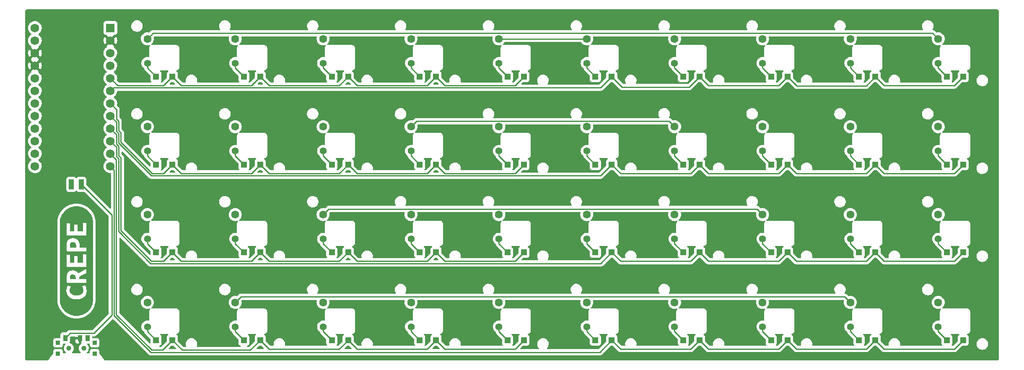
<source format=gbr>
%TF.GenerationSoftware,KiCad,Pcbnew,(6.0.4)*%
%TF.CreationDate,2022-11-13T15:40:53-05:00*%
%TF.ProjectId,crepe,63726570-652e-46b6-9963-61645f706362,v1.0.0*%
%TF.SameCoordinates,Original*%
%TF.FileFunction,Copper,L1,Top*%
%TF.FilePolarity,Positive*%
%FSLAX46Y46*%
G04 Gerber Fmt 4.6, Leading zero omitted, Abs format (unit mm)*
G04 Created by KiCad (PCBNEW (6.0.4)) date 2022-11-13 15:40:53*
%MOMM*%
%LPD*%
G01*
G04 APERTURE LIST*
%TA.AperFunction,ComponentPad*%
%ADD10C,1.600000*%
%TD*%
%TA.AperFunction,ComponentPad*%
%ADD11C,1.400000*%
%TD*%
%TA.AperFunction,SMDPad,CuDef*%
%ADD12R,1.200000X1.200000*%
%TD*%
%TA.AperFunction,ComponentPad*%
%ADD13R,1.752600X1.752600*%
%TD*%
%TA.AperFunction,ComponentPad*%
%ADD14C,1.752600*%
%TD*%
%TA.AperFunction,WasherPad*%
%ADD15C,1.000000*%
%TD*%
%TA.AperFunction,SMDPad,CuDef*%
%ADD16R,0.900000X1.250000*%
%TD*%
%TA.AperFunction,SMDPad,CuDef*%
%ADD17R,0.900000X0.900000*%
%TD*%
%TA.AperFunction,SMDPad,CuDef*%
%ADD18R,1.000000X2.000000*%
%TD*%
%TA.AperFunction,ComponentPad*%
%ADD19C,0.600000*%
%TD*%
%TA.AperFunction,ViaPad*%
%ADD20C,0.800000*%
%TD*%
%TA.AperFunction,Conductor*%
%ADD21C,0.250000*%
%TD*%
G04 APERTURE END LIST*
%TO.C,kibuzzard-63705176*%
G36*
X3382883Y3180055D02*
G01*
X3334300Y2852534D01*
X3253848Y2531351D01*
X3142302Y2219601D01*
X3000736Y1920285D01*
X2830514Y1636286D01*
X2633275Y1370340D01*
X2410918Y1125007D01*
X2165585Y902650D01*
X1899638Y705411D01*
X1615640Y535189D01*
X1316324Y393623D01*
X1004574Y282077D01*
X683391Y201625D01*
X355870Y153042D01*
X25163Y136795D01*
X-305544Y153042D01*
X-633065Y201625D01*
X-954248Y282077D01*
X-1265998Y393623D01*
X-1565314Y535189D01*
X-1849312Y705411D01*
X-2115259Y902650D01*
X-2360592Y1125007D01*
X-2582949Y1370340D01*
X-2780188Y1636286D01*
X-2950410Y1920285D01*
X-3091976Y2219601D01*
X-3203522Y2531351D01*
X-3283974Y2852534D01*
X-3332557Y3180055D01*
X-3348804Y3510762D01*
X-3348804Y5295641D01*
X-2025887Y5295641D01*
X-1991756Y4923372D01*
X-1889362Y4581266D01*
X-1721087Y4276466D01*
X-1489312Y4016116D01*
X-1196418Y3804185D01*
X-844787Y3644641D01*
X-436800Y3544629D01*
X25163Y3511291D01*
X489110Y3538675D01*
X896700Y3620829D01*
X1247935Y3757750D01*
X1542813Y3949441D01*
X1839146Y4285286D01*
X2016946Y4708619D01*
X2076213Y5219441D01*
X2054782Y5566310D01*
X1990488Y5870316D01*
X1803163Y6317991D01*
X1187213Y6121141D01*
X1326913Y5800466D01*
X1396763Y5295641D01*
X1307069Y4842410D01*
X1037988Y4536816D01*
X763880Y4408052D01*
X419921Y4330794D01*
X6113Y4305041D01*
X-349487Y4326472D01*
X-641587Y4390766D01*
X-1057512Y4613016D01*
X-1279762Y4924166D01*
X-1346437Y5282941D01*
X-1279762Y5756016D01*
X-1117837Y6108441D01*
X-1740137Y6311641D01*
X-1816337Y6181466D01*
X-1911587Y5968741D01*
X-1990962Y5673466D01*
X-2025887Y5295641D01*
X-3348804Y5295641D01*
X-3348804Y7873741D01*
X-1981437Y7873741D01*
X-1975087Y7651491D01*
X-1959212Y7384791D01*
X-1927462Y7108566D01*
X-1879837Y6857741D01*
X1993663Y6857741D01*
X1993663Y7638791D01*
X545863Y7638791D01*
X545863Y8045191D01*
X905432Y8260297D01*
X1260238Y8461116D01*
X1619807Y8642885D01*
X1993663Y8800841D01*
X1993663Y9619991D01*
X1577738Y9439016D01*
X1139588Y9219941D01*
X720488Y8984991D01*
X355363Y8756391D01*
X175976Y9034204D01*
X-70087Y9219941D01*
X-365362Y9324716D01*
X-692387Y9359641D01*
X-1001156Y9333447D01*
X-1267062Y9254866D01*
X-1670287Y8953241D01*
X-1808400Y8737341D01*
X-1905237Y8483341D01*
X-1962387Y8194416D01*
X-1981437Y7873741D01*
X-3348804Y7873741D01*
X-3348804Y10089891D01*
X-1936987Y10089891D01*
X1993663Y10089891D01*
X1993663Y12610841D01*
X1345963Y12610841D01*
X1345963Y10870941D01*
X241063Y10870941D01*
X241063Y12261591D01*
X-406637Y12261591D01*
X-406637Y10870941D01*
X-1289287Y10870941D01*
X-1289287Y12471141D01*
X-1936987Y12471141D01*
X-1936987Y10089891D01*
X-3348804Y10089891D01*
X-3348804Y14287241D01*
X-1981437Y14287241D01*
X-1975087Y14039591D01*
X-1959212Y13753841D01*
X-1930637Y13464916D01*
X-1886187Y13207741D01*
X1993663Y13207741D01*
X1993663Y13988791D01*
X666513Y13988791D01*
X666513Y14268191D01*
X631588Y14737738D01*
X526813Y15130380D01*
X352188Y15446116D01*
X99246Y15677186D01*
X-240479Y15815827D01*
X-666987Y15862041D01*
X-1089262Y15816180D01*
X-1424754Y15678597D01*
X-1673462Y15449291D01*
X-1844559Y15136730D01*
X-1947218Y14749380D01*
X-1981437Y14287241D01*
X-3348804Y14287241D01*
X-3348804Y16439891D01*
X-1936987Y16439891D01*
X1993663Y16439891D01*
X1993663Y18960841D01*
X1345963Y18960841D01*
X1345963Y17220941D01*
X241063Y17220941D01*
X241063Y18611591D01*
X-406637Y18611591D01*
X-406637Y17220941D01*
X-1289287Y17220941D01*
X-1289287Y18821141D01*
X-1936987Y18821141D01*
X-1936987Y16439891D01*
X-3348804Y16439891D01*
X-3348804Y18961370D01*
X-3332557Y19292077D01*
X-3283974Y19619598D01*
X-3203522Y19940781D01*
X-3091976Y20252531D01*
X-2950410Y20551847D01*
X-2780188Y20835846D01*
X-2582948Y21101792D01*
X-2360592Y21347125D01*
X-2115259Y21569482D01*
X-1849312Y21766721D01*
X-1565314Y21936943D01*
X-1265998Y22078509D01*
X-954248Y22190055D01*
X-633065Y22270507D01*
X-305544Y22319090D01*
X25163Y22335337D01*
X355870Y22319090D01*
X683391Y22270507D01*
X1004574Y22190055D01*
X1316324Y22078509D01*
X1615640Y21936943D01*
X1899638Y21766721D01*
X2165585Y21569482D01*
X2410918Y21347125D01*
X2633274Y21101792D01*
X2830514Y20835846D01*
X3000736Y20551847D01*
X3142302Y20252531D01*
X3253848Y19940781D01*
X3334300Y19619598D01*
X3382883Y19292077D01*
X3399130Y18961370D01*
X3399130Y3510762D01*
X3382883Y3180055D01*
G37*
G36*
X-364568Y15014316D02*
G01*
X-162162Y14871441D01*
X-50243Y14634904D01*
X-12937Y14306291D01*
X-12937Y13988791D01*
X-1282937Y13988791D01*
X-1298812Y14182466D01*
X-1301987Y14376141D01*
X-1266268Y14656335D01*
X-1159112Y14874616D01*
X-966231Y15015110D01*
X-673337Y15061941D01*
X-364568Y15014316D01*
G37*
G36*
X-257412Y8388091D02*
G01*
X-140731Y8154729D01*
X-101837Y7810241D01*
X-101837Y7638791D01*
X-1282937Y7638791D01*
X-1298812Y7765791D01*
X-1301987Y7873741D01*
X-1265475Y8154729D01*
X-1155937Y8375391D01*
X-968612Y8518266D01*
X-698737Y8565891D01*
X-257412Y8388091D01*
G37*
%TD*%
D10*
%TO.P,S1,1*%
%TO.N,c0*%
X14349992Y2887664D03*
D11*
%TO.P,S1,2*%
%TO.N,pinky_extras*%
X14349992Y-2012336D03*
%TD*%
D10*
%TO.P,S2,1*%
%TO.N,c0*%
X14349992Y20637664D03*
D11*
%TO.P,S2,2*%
%TO.N,pinky_bottom*%
X14349992Y15737664D03*
%TD*%
D10*
%TO.P,S3,1*%
%TO.N,c0*%
X14349992Y38387664D03*
D11*
%TO.P,S3,2*%
%TO.N,pinky_home*%
X14349992Y33487664D03*
%TD*%
D10*
%TO.P,S4,1*%
%TO.N,c0*%
X14349992Y56137664D03*
D11*
%TO.P,S4,2*%
%TO.N,pinky_top*%
X14349992Y51237664D03*
%TD*%
D10*
%TO.P,S5,1*%
%TO.N,c1*%
X32099992Y2887664D03*
D11*
%TO.P,S5,2*%
%TO.N,ring_extras*%
X32099992Y-2012336D03*
%TD*%
D10*
%TO.P,S6,1*%
%TO.N,c1*%
X32099992Y20637664D03*
D11*
%TO.P,S6,2*%
%TO.N,ring_bottom*%
X32099992Y15737664D03*
%TD*%
D10*
%TO.P,S7,1*%
%TO.N,c1*%
X32099992Y38387664D03*
D11*
%TO.P,S7,2*%
%TO.N,ring_home*%
X32099992Y33487664D03*
%TD*%
D10*
%TO.P,S8,1*%
%TO.N,c1*%
X32099992Y56137664D03*
D11*
%TO.P,S8,2*%
%TO.N,ring_top*%
X32099992Y51237664D03*
%TD*%
D10*
%TO.P,S9,1*%
%TO.N,c2*%
X49849992Y2887664D03*
D11*
%TO.P,S9,2*%
%TO.N,middle_extras*%
X49849992Y-2012336D03*
%TD*%
D10*
%TO.P,S10,1*%
%TO.N,c2*%
X49849992Y20637664D03*
D11*
%TO.P,S10,2*%
%TO.N,middle_bottom*%
X49849992Y15737664D03*
%TD*%
D10*
%TO.P,S11,1*%
%TO.N,c2*%
X49849992Y38387664D03*
D11*
%TO.P,S11,2*%
%TO.N,middle_home*%
X49849992Y33487664D03*
%TD*%
D10*
%TO.P,S12,1*%
%TO.N,c2*%
X49849992Y56137664D03*
D11*
%TO.P,S12,2*%
%TO.N,middle_top*%
X49849992Y51237664D03*
%TD*%
D10*
%TO.P,S13,1*%
%TO.N,c3*%
X67599992Y2887664D03*
D11*
%TO.P,S13,2*%
%TO.N,index_extras*%
X67599992Y-2012336D03*
%TD*%
D10*
%TO.P,S14,1*%
%TO.N,c3*%
X67599992Y20637664D03*
D11*
%TO.P,S14,2*%
%TO.N,index_bottom*%
X67599992Y15737664D03*
%TD*%
D10*
%TO.P,S15,1*%
%TO.N,c3*%
X67599992Y38387664D03*
D11*
%TO.P,S15,2*%
%TO.N,index_home*%
X67599992Y33487664D03*
%TD*%
D10*
%TO.P,S16,1*%
%TO.N,c3*%
X67599992Y56137664D03*
D11*
%TO.P,S16,2*%
%TO.N,index_top*%
X67599992Y51237664D03*
%TD*%
D10*
%TO.P,S17,1*%
%TO.N,c4*%
X85349992Y2887664D03*
D11*
%TO.P,S17,2*%
%TO.N,inner_extras*%
X85349992Y-2012336D03*
%TD*%
D10*
%TO.P,S18,1*%
%TO.N,c4*%
X85349992Y20637664D03*
D11*
%TO.P,S18,2*%
%TO.N,inner_bottom*%
X85349992Y15737664D03*
%TD*%
D10*
%TO.P,S19,1*%
%TO.N,c4*%
X85349992Y38387664D03*
D11*
%TO.P,S19,2*%
%TO.N,inner_home*%
X85349992Y33487664D03*
%TD*%
D10*
%TO.P,S20,1*%
%TO.N,c4*%
X85349992Y56137664D03*
D11*
%TO.P,S20,2*%
%TO.N,inner_top*%
X85349992Y51237664D03*
%TD*%
D10*
%TO.P,S21,1*%
%TO.N,c0*%
X174099992Y2887664D03*
D11*
%TO.P,S21,2*%
%TO.N,mirror_pinky_extras*%
X174099992Y-2012336D03*
%TD*%
D10*
%TO.P,S22,1*%
%TO.N,c0*%
X174099992Y20637664D03*
D11*
%TO.P,S22,2*%
%TO.N,mirror_pinky_bottom*%
X174099992Y15737664D03*
%TD*%
D10*
%TO.P,S23,1*%
%TO.N,c0*%
X174099992Y38387664D03*
D11*
%TO.P,S23,2*%
%TO.N,mirror_pinky_home*%
X174099992Y33487664D03*
%TD*%
D10*
%TO.P,S24,1*%
%TO.N,c0*%
X174099992Y56137664D03*
D11*
%TO.P,S24,2*%
%TO.N,mirror_pinky_top*%
X174099992Y51237664D03*
%TD*%
D10*
%TO.P,S25,1*%
%TO.N,c1*%
X156349992Y2887664D03*
D11*
%TO.P,S25,2*%
%TO.N,mirror_ring_extras*%
X156349992Y-2012336D03*
%TD*%
D10*
%TO.P,S26,1*%
%TO.N,c1*%
X156349992Y20637664D03*
D11*
%TO.P,S26,2*%
%TO.N,mirror_ring_bottom*%
X156349992Y15737664D03*
%TD*%
D10*
%TO.P,S27,1*%
%TO.N,c1*%
X156349992Y38387664D03*
D11*
%TO.P,S27,2*%
%TO.N,mirror_ring_home*%
X156349992Y33487664D03*
%TD*%
D10*
%TO.P,S28,1*%
%TO.N,c1*%
X156349992Y56137664D03*
D11*
%TO.P,S28,2*%
%TO.N,mirror_ring_top*%
X156349992Y51237664D03*
%TD*%
D10*
%TO.P,S29,1*%
%TO.N,c2*%
X138599992Y2887664D03*
D11*
%TO.P,S29,2*%
%TO.N,mirror_middle_extras*%
X138599992Y-2012336D03*
%TD*%
D10*
%TO.P,S30,1*%
%TO.N,c2*%
X138599992Y20637664D03*
D11*
%TO.P,S30,2*%
%TO.N,mirror_middle_bottom*%
X138599992Y15737664D03*
%TD*%
D10*
%TO.P,S31,1*%
%TO.N,c2*%
X138599992Y38387664D03*
D11*
%TO.P,S31,2*%
%TO.N,mirror_middle_home*%
X138599992Y33487664D03*
%TD*%
D10*
%TO.P,S32,1*%
%TO.N,c2*%
X138599992Y56137664D03*
D11*
%TO.P,S32,2*%
%TO.N,mirror_middle_top*%
X138599992Y51237664D03*
%TD*%
D10*
%TO.P,S33,1*%
%TO.N,c3*%
X120849992Y2887664D03*
D11*
%TO.P,S33,2*%
%TO.N,mirror_index_extras*%
X120849992Y-2012336D03*
%TD*%
D10*
%TO.P,S34,1*%
%TO.N,c3*%
X120849992Y20637664D03*
D11*
%TO.P,S34,2*%
%TO.N,mirror_index_bottom*%
X120849992Y15737664D03*
%TD*%
D10*
%TO.P,S35,1*%
%TO.N,c3*%
X120849992Y38387664D03*
D11*
%TO.P,S35,2*%
%TO.N,mirror_index_home*%
X120849992Y33487664D03*
%TD*%
D10*
%TO.P,S36,1*%
%TO.N,c3*%
X120849992Y56137664D03*
D11*
%TO.P,S36,2*%
%TO.N,mirror_index_top*%
X120849992Y51237664D03*
%TD*%
D10*
%TO.P,S37,1*%
%TO.N,c4*%
X103099992Y2887664D03*
D11*
%TO.P,S37,2*%
%TO.N,mirror_inner_extras*%
X103099992Y-2012336D03*
%TD*%
D10*
%TO.P,S38,1*%
%TO.N,c4*%
X103099992Y20637664D03*
D11*
%TO.P,S38,2*%
%TO.N,mirror_inner_bottom*%
X103099992Y15737664D03*
%TD*%
D10*
%TO.P,S39,1*%
%TO.N,c4*%
X103099992Y38387664D03*
D11*
%TO.P,S39,2*%
%TO.N,mirror_inner_home*%
X103099992Y33487664D03*
%TD*%
D10*
%TO.P,S40,1*%
%TO.N,c4*%
X103099992Y56137664D03*
D11*
%TO.P,S40,2*%
%TO.N,mirror_inner_top*%
X103099992Y51237664D03*
%TD*%
D12*
%TO.P,D1,1*%
%TO.N,r3*%
X19400000Y-4750000D03*
%TO.P,D1,2*%
%TO.N,pinky_extras*%
X16100000Y-4750000D03*
%TD*%
%TO.P,D2,1*%
%TO.N,r2*%
X19400000Y13000000D03*
%TO.P,D2,2*%
%TO.N,pinky_bottom*%
X16100000Y13000000D03*
%TD*%
%TO.P,D3,1*%
%TO.N,r1*%
X19400000Y30750000D03*
%TO.P,D3,2*%
%TO.N,pinky_home*%
X16100000Y30750000D03*
%TD*%
%TO.P,D4,1*%
%TO.N,r0*%
X19400000Y48500000D03*
%TO.P,D4,2*%
%TO.N,pinky_top*%
X16100000Y48500000D03*
%TD*%
%TO.P,D5,1*%
%TO.N,r3*%
X37150000Y-4750000D03*
%TO.P,D5,2*%
%TO.N,ring_extras*%
X33850000Y-4750000D03*
%TD*%
%TO.P,D6,1*%
%TO.N,r2*%
X37150000Y13000000D03*
%TO.P,D6,2*%
%TO.N,ring_bottom*%
X33850000Y13000000D03*
%TD*%
%TO.P,D7,1*%
%TO.N,r1*%
X37150000Y30750000D03*
%TO.P,D7,2*%
%TO.N,ring_home*%
X33850000Y30750000D03*
%TD*%
%TO.P,D8,1*%
%TO.N,r0*%
X37150000Y48500000D03*
%TO.P,D8,2*%
%TO.N,ring_top*%
X33850000Y48500000D03*
%TD*%
%TO.P,D9,1*%
%TO.N,r3*%
X54900000Y-4750000D03*
%TO.P,D9,2*%
%TO.N,middle_extras*%
X51600000Y-4750000D03*
%TD*%
%TO.P,D10,1*%
%TO.N,r2*%
X54900000Y13000000D03*
%TO.P,D10,2*%
%TO.N,middle_bottom*%
X51600000Y13000000D03*
%TD*%
%TO.P,D11,1*%
%TO.N,r1*%
X54900000Y30750000D03*
%TO.P,D11,2*%
%TO.N,middle_home*%
X51600000Y30750000D03*
%TD*%
%TO.P,D12,1*%
%TO.N,r0*%
X54900000Y48500000D03*
%TO.P,D12,2*%
%TO.N,middle_top*%
X51600000Y48500000D03*
%TD*%
%TO.P,D13,1*%
%TO.N,r3*%
X72650000Y-4750000D03*
%TO.P,D13,2*%
%TO.N,index_extras*%
X69350000Y-4750000D03*
%TD*%
%TO.P,D14,1*%
%TO.N,r2*%
X72650000Y13000000D03*
%TO.P,D14,2*%
%TO.N,index_bottom*%
X69350000Y13000000D03*
%TD*%
%TO.P,D15,1*%
%TO.N,r1*%
X72650000Y30750000D03*
%TO.P,D15,2*%
%TO.N,index_home*%
X69350000Y30750000D03*
%TD*%
%TO.P,D16,1*%
%TO.N,r0*%
X72650000Y48500000D03*
%TO.P,D16,2*%
%TO.N,index_top*%
X69350000Y48500000D03*
%TD*%
%TO.P,D17,1*%
%TO.N,r3*%
X90400000Y-4750000D03*
%TO.P,D17,2*%
%TO.N,inner_extras*%
X87100000Y-4750000D03*
%TD*%
%TO.P,D18,1*%
%TO.N,r2*%
X90400000Y13000000D03*
%TO.P,D18,2*%
%TO.N,inner_bottom*%
X87100000Y13000000D03*
%TD*%
%TO.P,D19,1*%
%TO.N,r1*%
X90400000Y30750000D03*
%TO.P,D19,2*%
%TO.N,inner_home*%
X87100000Y30750000D03*
%TD*%
%TO.P,D20,1*%
%TO.N,r0*%
X90400000Y48500000D03*
%TO.P,D20,2*%
%TO.N,inner_top*%
X87100000Y48500000D03*
%TD*%
D13*
%TO.P,,1*%
%TO.N,RAW*%
X6870000Y58345000D03*
D14*
%TO.P,,2*%
%TO.N,GND*%
X6870000Y55805000D03*
%TO.P,,3*%
%TO.N,RST*%
X6870000Y53265000D03*
%TO.P,,4*%
%TO.N,VCC*%
X6870000Y50725000D03*
%TO.P,,5*%
%TO.N,r0*%
X6870000Y48185000D03*
%TO.P,,6*%
%TO.N,r4*%
X6870000Y45645000D03*
%TO.P,,7*%
%TO.N,r1*%
X6870000Y43105000D03*
%TO.P,,8*%
%TO.N,r5*%
X6870000Y40565000D03*
%TO.P,,9*%
%TO.N,r2*%
X6870000Y38025000D03*
%TO.P,,10*%
%TO.N,r6*%
X6870000Y35485000D03*
%TO.P,,11*%
%TO.N,r3*%
X6870000Y32945000D03*
%TO.P,,12*%
%TO.N,r7*%
X6870000Y30405000D03*
%TO.P,,13*%
%TO.N,c4*%
X-8370000Y30405000D03*
%TO.P,,14*%
%TO.N,c3*%
X-8370000Y32945000D03*
%TO.P,,15*%
%TO.N,c2*%
X-8370000Y35485000D03*
%TO.P,,16*%
%TO.N,c1*%
X-8370000Y38025000D03*
%TO.P,,17*%
%TO.N,c0*%
X-8370000Y40565000D03*
%TO.P,,18*%
%TO.N,D4*%
X-8370000Y43105000D03*
%TO.P,,19*%
%TO.N,D0*%
X-8370000Y45645000D03*
%TO.P,,20*%
%TO.N,D1*%
X-8370000Y48185000D03*
%TO.P,,21*%
%TO.N,GND*%
X-8370000Y50725000D03*
%TO.P,,22*%
X-8370000Y53265000D03*
%TO.P,,23*%
%TO.N,D2*%
X-8370000Y55805000D03*
%TO.P,,24*%
%TO.N,D3*%
X-8370000Y58345000D03*
%TD*%
D15*
%TO.P,T1,*%
%TO.N,*%
X-1500000Y-6375000D03*
X1500000Y-6375000D03*
D16*
%TO.P,T1,1*%
%TO.N,BAT*%
X-2250000Y-4300000D03*
%TO.P,T1,2*%
%TO.N,GND*%
X750000Y-4300000D03*
%TO.P,T1,3*%
%TO.N,N/C*%
X2250000Y-4300000D03*
D17*
%TO.P,T1,*%
%TO.N,*%
X-3700000Y-7475000D03*
X-3700000Y-5275000D03*
X3700000Y-5275000D03*
X3700000Y-7475000D03*
%TD*%
D18*
%TO.P,PAD1,1*%
%TO.N,RAW*%
X-1000000Y26750000D03*
%TD*%
D19*
%TO.P,,1*%
%TO.N,RAW*%
X-1000000Y26750000D03*
%TD*%
D18*
%TO.P,PAD2,1*%
%TO.N,BAT*%
X1000000Y26750000D03*
%TD*%
D19*
%TO.P,,1*%
%TO.N,BAT*%
X1000000Y26750000D03*
%TD*%
D12*
%TO.P,D21,1*%
%TO.N,r7*%
X179150000Y-4750000D03*
%TO.P,D21,2*%
%TO.N,mirror_pinky_extras*%
X175850000Y-4750000D03*
%TD*%
%TO.P,D22,1*%
%TO.N,r6*%
X179150000Y13000000D03*
%TO.P,D22,2*%
%TO.N,mirror_pinky_bottom*%
X175850000Y13000000D03*
%TD*%
%TO.P,D23,1*%
%TO.N,r5*%
X179150000Y30750000D03*
%TO.P,D23,2*%
%TO.N,mirror_pinky_home*%
X175850000Y30750000D03*
%TD*%
%TO.P,D24,1*%
%TO.N,r4*%
X179150000Y48500000D03*
%TO.P,D24,2*%
%TO.N,mirror_pinky_top*%
X175850000Y48500000D03*
%TD*%
%TO.P,D25,1*%
%TO.N,r7*%
X161400000Y-4750000D03*
%TO.P,D25,2*%
%TO.N,mirror_ring_extras*%
X158100000Y-4750000D03*
%TD*%
%TO.P,D26,1*%
%TO.N,r6*%
X161400000Y13000000D03*
%TO.P,D26,2*%
%TO.N,mirror_ring_bottom*%
X158100000Y13000000D03*
%TD*%
%TO.P,D27,1*%
%TO.N,r5*%
X161400000Y30750000D03*
%TO.P,D27,2*%
%TO.N,mirror_ring_home*%
X158100000Y30750000D03*
%TD*%
%TO.P,D28,1*%
%TO.N,r4*%
X161400000Y48500000D03*
%TO.P,D28,2*%
%TO.N,mirror_ring_top*%
X158100000Y48500000D03*
%TD*%
%TO.P,D29,1*%
%TO.N,r7*%
X143650000Y-4750000D03*
%TO.P,D29,2*%
%TO.N,mirror_middle_extras*%
X140350000Y-4750000D03*
%TD*%
%TO.P,D30,1*%
%TO.N,r6*%
X143650000Y13000000D03*
%TO.P,D30,2*%
%TO.N,mirror_middle_bottom*%
X140350000Y13000000D03*
%TD*%
%TO.P,D31,1*%
%TO.N,r5*%
X143650000Y30750000D03*
%TO.P,D31,2*%
%TO.N,mirror_middle_home*%
X140350000Y30750000D03*
%TD*%
%TO.P,D32,1*%
%TO.N,r4*%
X143650000Y48500000D03*
%TO.P,D32,2*%
%TO.N,mirror_middle_top*%
X140350000Y48500000D03*
%TD*%
%TO.P,D33,1*%
%TO.N,r7*%
X125900000Y-4750000D03*
%TO.P,D33,2*%
%TO.N,mirror_index_extras*%
X122600000Y-4750000D03*
%TD*%
%TO.P,D34,1*%
%TO.N,r6*%
X125900000Y13000000D03*
%TO.P,D34,2*%
%TO.N,mirror_index_bottom*%
X122600000Y13000000D03*
%TD*%
%TO.P,D35,1*%
%TO.N,r5*%
X125900000Y30750000D03*
%TO.P,D35,2*%
%TO.N,mirror_index_home*%
X122600000Y30750000D03*
%TD*%
%TO.P,D36,1*%
%TO.N,r4*%
X125900000Y48500000D03*
%TO.P,D36,2*%
%TO.N,mirror_index_top*%
X122600000Y48500000D03*
%TD*%
%TO.P,D37,1*%
%TO.N,r7*%
X108150000Y-4750000D03*
%TO.P,D37,2*%
%TO.N,mirror_inner_extras*%
X104850000Y-4750000D03*
%TD*%
%TO.P,D38,1*%
%TO.N,r6*%
X108150000Y13000000D03*
%TO.P,D38,2*%
%TO.N,mirror_inner_bottom*%
X104850000Y13000000D03*
%TD*%
%TO.P,D39,1*%
%TO.N,r5*%
X108150000Y30750000D03*
%TO.P,D39,2*%
%TO.N,mirror_inner_home*%
X104850000Y30750000D03*
%TD*%
%TO.P,D40,1*%
%TO.N,r4*%
X108150000Y48500000D03*
%TO.P,D40,2*%
%TO.N,mirror_inner_top*%
X104850000Y48500000D03*
%TD*%
D20*
%TO.N,GND*%
X743476Y-4306754D03*
%TD*%
D21*
%TO.N,BAT*%
X7178835Y286591D02*
X3541755Y-3350489D01*
X3541755Y-3350489D02*
X-1300489Y-3350489D01*
X7178835Y20571165D02*
X7178835Y286591D01*
X-1300489Y-3350489D02*
X-2250000Y-4300000D01*
X1000000Y26750000D02*
X7178835Y20571165D01*
%TO.N,r1*%
X8100695Y41874305D02*
X6870000Y43105000D01*
X8991813Y37174622D02*
X8534372Y37632063D01*
X8534372Y37632063D02*
X8534372Y39536346D01*
X8991813Y35270339D02*
X8991813Y37174622D01*
X15325711Y28936441D02*
X8991813Y35270339D01*
X17586441Y28936441D02*
X15325711Y28936441D01*
X8534372Y39536346D02*
X8100695Y39970023D01*
X19400000Y30750000D02*
X17586441Y28936441D01*
X8100695Y39970023D02*
X8100695Y41874305D01*
%TO.N,r5*%
X8084852Y37445866D02*
X8084852Y39350148D01*
X8542293Y36988425D02*
X8084852Y37445866D01*
X8084852Y39350148D02*
X6870000Y40565000D01*
X8542293Y35084141D02*
X8542293Y36988425D01*
X15139513Y28486921D02*
X8542293Y35084141D01*
X105886921Y28486921D02*
X15139513Y28486921D01*
X108150000Y30750000D02*
X105886921Y28486921D01*
%TO.N,r2*%
X8092773Y36802227D02*
X6870000Y38025000D01*
X8092773Y34897945D02*
X8092773Y36802227D01*
X8976915Y32109519D02*
X8534372Y32552063D01*
X8976915Y17409093D02*
X8976915Y32109519D01*
X15181922Y11204086D02*
X8976915Y17409093D01*
X8534372Y34456345D02*
X8092773Y34897945D01*
X17604086Y11204086D02*
X15181922Y11204086D01*
X19400000Y13000000D02*
X17604086Y11204086D01*
X8534372Y32552063D02*
X8534372Y34456345D01*
%TO.N,r6*%
X8527395Y17222895D02*
X14995724Y10754566D01*
X105904566Y10754566D02*
X108150000Y13000000D01*
X8527395Y31923322D02*
X8527395Y17222895D01*
X8084852Y32365866D02*
X8527395Y31923322D01*
X14995724Y10754566D02*
X105904566Y10754566D01*
X8084852Y34270148D02*
X8084852Y32365866D01*
X6870000Y35485000D02*
X8084852Y34270148D01*
%TO.N,r3*%
X8077875Y437276D02*
X8077875Y31737125D01*
X15245576Y-6730425D02*
X8077875Y437276D01*
X8077875Y31737125D02*
X6870000Y32945000D01*
X17419575Y-6730425D02*
X15245576Y-6730425D01*
X19400000Y-4750000D02*
X17419575Y-6730425D01*
%TO.N,r7*%
X7628355Y29646645D02*
X6870000Y30405000D01*
X7628355Y251078D02*
X7628355Y29646645D01*
X105720055Y-7179945D02*
X15059378Y-7179945D01*
X15059378Y-7179945D02*
X7628355Y251078D01*
X108150000Y-4750000D02*
X105720055Y-7179945D01*
%TO.N,r0*%
X17613143Y46713143D02*
X8341857Y46713143D01*
X8341857Y46713143D02*
X6870000Y48185000D01*
X19400000Y48500000D02*
X17613143Y46713143D01*
%TO.N,r4*%
X7488623Y46263623D02*
X6870000Y45645000D01*
X108150000Y48500000D02*
X105913623Y46263623D01*
X105913623Y46263623D02*
X7488623Y46263623D01*
%TO.N,c0*%
X15474503Y57262175D02*
X172975481Y57262175D01*
X14349992Y56137664D02*
X15474503Y57262175D01*
X172975481Y57262175D02*
X174099992Y56137664D01*
%TO.N,c1*%
X33224503Y4012175D02*
X32099992Y2887664D01*
X155225481Y4012175D02*
X33224503Y4012175D01*
X156349992Y2887664D02*
X155225481Y4012175D01*
%TO.N,c2*%
X137475481Y21762175D02*
X50974503Y21762175D01*
X50974503Y21762175D02*
X49849992Y20637664D01*
X138599992Y20637664D02*
X137475481Y21762175D01*
%TO.N,c3*%
X68724503Y39512175D02*
X67599992Y38387664D01*
X119725481Y39512175D02*
X68724503Y39512175D01*
X120849992Y38387664D02*
X119725481Y39512175D01*
%TO.N,c4*%
X103099992Y56137664D02*
X85349992Y56137664D01*
%TO.N,r7*%
X163186857Y-6536857D02*
X177363143Y-6536857D01*
X177363143Y-6536857D02*
X179150000Y-4750000D01*
X161400000Y-4750000D02*
X163186857Y-6536857D01*
X159613143Y-6536857D02*
X161400000Y-4750000D01*
X145436857Y-6536857D02*
X159613143Y-6536857D01*
X143650000Y-4750000D02*
X145436857Y-6536857D01*
X127686857Y-6536857D02*
X141863143Y-6536857D01*
X125900000Y-4750000D02*
X127686857Y-6536857D01*
X141863143Y-6536857D02*
X143650000Y-4750000D01*
X109936857Y-6536857D02*
X124113143Y-6536857D01*
X124113143Y-6536857D02*
X125900000Y-4750000D01*
X108150000Y-4750000D02*
X109936857Y-6536857D01*
%TO.N,r6*%
X177363143Y11213143D02*
X179150000Y13000000D01*
X161400000Y13000000D02*
X163186857Y11213143D01*
X163186857Y11213143D02*
X177363143Y11213143D01*
X159613143Y11213143D02*
X161400000Y13000000D01*
X145436857Y11213143D02*
X159613143Y11213143D01*
X143650000Y13000000D02*
X145436857Y11213143D01*
X141863143Y11213143D02*
X143650000Y13000000D01*
X127686857Y11213143D02*
X141863143Y11213143D01*
X125900000Y13000000D02*
X127686857Y11213143D01*
X124113143Y11213143D02*
X125900000Y13000000D01*
X109936857Y11213143D02*
X124113143Y11213143D01*
X108150000Y13000000D02*
X109936857Y11213143D01*
%TO.N,r5*%
X177363143Y28963143D02*
X179150000Y30750000D01*
X163186857Y28963143D02*
X177363143Y28963143D01*
X161400000Y30750000D02*
X163186857Y28963143D01*
X159613143Y28963143D02*
X161400000Y30750000D01*
X145436857Y28963143D02*
X159613143Y28963143D01*
X143650000Y30750000D02*
X145436857Y28963143D01*
X141863143Y28963143D02*
X143650000Y30750000D01*
X127686857Y28963143D02*
X141863143Y28963143D01*
X125900000Y30750000D02*
X127686857Y28963143D01*
X124113143Y28963143D02*
X125900000Y30750000D01*
X109936857Y28963143D02*
X124113143Y28963143D01*
X108150000Y30750000D02*
X109936857Y28963143D01*
%TO.N,r4*%
X177363143Y46713143D02*
X179150000Y48500000D01*
X163186857Y46713143D02*
X177363143Y46713143D01*
X161400000Y48500000D02*
X163186857Y46713143D01*
X159548340Y46648340D02*
X161400000Y48500000D01*
X143650000Y48500000D02*
X145501660Y46648340D01*
X145501660Y46648340D02*
X159548340Y46648340D01*
X141858494Y46708494D02*
X143650000Y48500000D01*
X127691506Y46708494D02*
X141858494Y46708494D01*
X125900000Y48500000D02*
X127691506Y46708494D01*
X110242275Y46407725D02*
X123807725Y46407725D01*
X123807725Y46407725D02*
X125900000Y48500000D01*
X108150000Y48500000D02*
X110242275Y46407725D01*
%TO.N,r0*%
X88613143Y46713143D02*
X90400000Y48500000D01*
X72650000Y48500000D02*
X74436857Y46713143D01*
X74436857Y46713143D02*
X88613143Y46713143D01*
%TO.N,r1*%
X88613143Y28963143D02*
X90400000Y30750000D01*
X74436857Y28963143D02*
X88613143Y28963143D01*
X72650000Y30750000D02*
X74436857Y28963143D01*
%TO.N,r2*%
X88613143Y11213143D02*
X90400000Y13000000D01*
X74436857Y11213143D02*
X88613143Y11213143D01*
X72650000Y13000000D02*
X74436857Y11213143D01*
X56686857Y11213143D02*
X70863143Y11213143D01*
X70863143Y11213143D02*
X72650000Y13000000D01*
X54900000Y13000000D02*
X56686857Y11213143D01*
%TO.N,r3*%
X88613143Y-6536857D02*
X90400000Y-4750000D01*
X74436857Y-6536857D02*
X88613143Y-6536857D01*
X72650000Y-4750000D02*
X74436857Y-6536857D01*
X56686857Y-6536857D02*
X70863143Y-6536857D01*
X54900000Y-4750000D02*
X56686857Y-6536857D01*
X70863143Y-6536857D02*
X72650000Y-4750000D01*
X53113143Y-6536857D02*
X54900000Y-4750000D01*
X38936857Y-6536857D02*
X53113143Y-6536857D01*
X37150000Y-4750000D02*
X38936857Y-6536857D01*
X35169575Y-6730425D02*
X37150000Y-4750000D01*
X21380425Y-6730425D02*
X35169575Y-6730425D01*
X19400000Y-4750000D02*
X21380425Y-6730425D01*
%TO.N,r2*%
X53113143Y11213143D02*
X54900000Y13000000D01*
X38936857Y11213143D02*
X53113143Y11213143D01*
X37150000Y13000000D02*
X38936857Y11213143D01*
X35363143Y11213143D02*
X37150000Y13000000D01*
X21186857Y11213143D02*
X35363143Y11213143D01*
X19400000Y13000000D02*
X21186857Y11213143D01*
%TO.N,r1*%
X70863143Y28963143D02*
X72650000Y30750000D01*
X56686857Y28963143D02*
X70863143Y28963143D01*
X54900000Y30750000D02*
X56686857Y28963143D01*
X53113143Y28963143D02*
X54900000Y30750000D01*
X38936857Y28963143D02*
X53113143Y28963143D01*
X37150000Y30750000D02*
X38936857Y28963143D01*
X21186857Y28963143D02*
X35363143Y28963143D01*
X19400000Y30750000D02*
X21186857Y28963143D01*
X35363143Y28963143D02*
X37150000Y30750000D01*
%TO.N,r0*%
X70863143Y46713143D02*
X72650000Y48500000D01*
X56686857Y46713143D02*
X70863143Y46713143D01*
X54900000Y48500000D02*
X56686857Y46713143D01*
X53113143Y46713143D02*
X54900000Y48500000D01*
X38936857Y46713143D02*
X53113143Y46713143D01*
X37150000Y48500000D02*
X38936857Y46713143D01*
X21186857Y46713143D02*
X35363143Y46713143D01*
X19400000Y48500000D02*
X21186857Y46713143D01*
X35363143Y46713143D02*
X37150000Y48500000D01*
%TO.N,mirror_pinky_home*%
X174099992Y32500008D02*
X175850000Y30750000D01*
X174099992Y33487664D02*
X174099992Y32500008D01*
%TO.N,mirror_pinky_top*%
X174099992Y51237664D02*
X174099992Y50250008D01*
X174099992Y50250008D02*
X175850000Y48500000D01*
%TO.N,mirror_ring_top*%
X156349992Y50250008D02*
X158100000Y48500000D01*
X156349992Y51237664D02*
X156349992Y50250008D01*
%TO.N,mirror_ring_home*%
X156349992Y32500008D02*
X158100000Y30750000D01*
X156349992Y33487664D02*
X156349992Y32500008D01*
%TO.N,mirror_middle_home*%
X138599992Y32500008D02*
X140350000Y30750000D01*
X138599992Y33487664D02*
X138599992Y32500008D01*
%TO.N,mirror_middle_top*%
X138599992Y50250008D02*
X140350000Y48500000D01*
X138599992Y51237664D02*
X138599992Y50250008D01*
%TO.N,mirror_index_top*%
X120849992Y50250008D02*
X122600000Y48500000D01*
X120849992Y51237664D02*
X120849992Y50250008D01*
%TO.N,mirror_index_home*%
X120849992Y32500008D02*
X122600000Y30750000D01*
X120849992Y33487664D02*
X120849992Y32500008D01*
%TO.N,mirror_index_bottom*%
X120849992Y14750008D02*
X122600000Y13000000D01*
X120849992Y15737664D02*
X120849992Y14750008D01*
%TO.N,mirror_middle_bottom*%
X138599992Y14750008D02*
X140350000Y13000000D01*
X138599992Y15737664D02*
X138599992Y14750008D01*
%TO.N,mirror_ring_bottom*%
X156349992Y14750008D02*
X158100000Y13000000D01*
X156349992Y15737664D02*
X156349992Y14750008D01*
%TO.N,mirror_pinky_bottom*%
X174099992Y14750008D02*
X175850000Y13000000D01*
X174099992Y15737664D02*
X174099992Y14750008D01*
%TO.N,mirror_pinky_extras*%
X174099992Y-2999992D02*
X175850000Y-4750000D01*
X174099992Y-2012336D02*
X174099992Y-2999992D01*
%TO.N,mirror_ring_extras*%
X156349992Y-2999992D02*
X158100000Y-4750000D01*
X156349992Y-2012336D02*
X156349992Y-2999992D01*
%TO.N,mirror_middle_extras*%
X138599992Y-2999992D02*
X140350000Y-4750000D01*
X138599992Y-2012336D02*
X138599992Y-2999992D01*
%TO.N,mirror_index_extras*%
X120849992Y-2999992D02*
X122600000Y-4750000D01*
X120849992Y-2012336D02*
X120849992Y-2999992D01*
%TO.N,mirror_inner_extras*%
X103099992Y-2999992D02*
X104850000Y-4750000D01*
X103099992Y-2012336D02*
X103099992Y-2999992D01*
%TO.N,inner_extras*%
X85349992Y-2012336D02*
X85349992Y-2999992D01*
X85349992Y-2999992D02*
X87100000Y-4750000D01*
%TO.N,index_extras*%
X67599992Y-2999992D02*
X69350000Y-4750000D01*
X67599992Y-2012336D02*
X67599992Y-2999992D01*
%TO.N,middle_extras*%
X49849992Y-2012336D02*
X49849992Y-2999992D01*
X49849992Y-2999992D02*
X51600000Y-4750000D01*
%TO.N,ring_extras*%
X33847707Y-4750000D02*
X33850000Y-4750000D01*
X32099992Y-2012336D02*
X32099992Y-3002285D01*
X32099992Y-3002285D02*
X33847707Y-4750000D01*
%TO.N,pinky_extras*%
X14349992Y-2999992D02*
X16100000Y-4750000D01*
X14349992Y-2012336D02*
X14349992Y-2999992D01*
%TO.N,pinky_bottom*%
X14349992Y14750008D02*
X16100000Y13000000D01*
X14349992Y15737664D02*
X14349992Y14750008D01*
%TO.N,ring_bottom*%
X32099992Y14750008D02*
X33850000Y13000000D01*
X32099992Y15737664D02*
X32099992Y14750008D01*
%TO.N,middle_bottom*%
X49849992Y14750008D02*
X51600000Y13000000D01*
X49849992Y15737664D02*
X49849992Y14750008D01*
%TO.N,index_bottom*%
X67599992Y14750008D02*
X69350000Y13000000D01*
X67599992Y15737664D02*
X67599992Y14750008D01*
%TO.N,inner_bottom*%
X85349992Y14750008D02*
X87100000Y13000000D01*
X85349992Y15737664D02*
X85349992Y14750008D01*
%TO.N,mirror_inner_bottom*%
X103099992Y14750008D02*
X104850000Y13000000D01*
X103099992Y15737664D02*
X103099992Y14750008D01*
%TO.N,mirror_inner_home*%
X103099992Y33487664D02*
X103099992Y32500008D01*
X103099992Y32500008D02*
X104850000Y30750000D01*
%TO.N,inner_home*%
X85349992Y33487664D02*
X85349992Y32500008D01*
X85349992Y32500008D02*
X87100000Y30750000D01*
%TO.N,index_home*%
X69347707Y30750000D02*
X69350000Y30750000D01*
X67599992Y33487664D02*
X67599992Y32497715D01*
X67599992Y32497715D02*
X69347707Y30750000D01*
%TO.N,middle_home*%
X51597707Y30750000D02*
X51600000Y30750000D01*
X49849992Y32497715D02*
X51597707Y30750000D01*
X49849992Y33487664D02*
X49849992Y32497715D01*
%TO.N,ring_home*%
X32099992Y32500008D02*
X33850000Y30750000D01*
X32099992Y33487664D02*
X32099992Y32500008D01*
%TO.N,pinky_home*%
X14349992Y32500008D02*
X16100000Y30750000D01*
X14349992Y33487664D02*
X14349992Y32500008D01*
%TO.N,mirror_inner_top*%
X103099992Y50250008D02*
X104850000Y48500000D01*
X103099992Y51237664D02*
X103099992Y50250008D01*
%TO.N,inner_top*%
X85349992Y50250008D02*
X87100000Y48500000D01*
X85349992Y51237664D02*
X85349992Y50250008D01*
%TO.N,index_top*%
X67599992Y50250008D02*
X69350000Y48500000D01*
X67599992Y51237664D02*
X67599992Y50250008D01*
%TO.N,middle_top*%
X49849992Y50250008D02*
X51600000Y48500000D01*
X49849992Y51237664D02*
X49849992Y50250008D01*
%TO.N,ring_top*%
X32099992Y51237664D02*
X32099992Y50250008D01*
X32099992Y50250008D02*
X33850000Y48500000D01*
%TO.N,pinky_top*%
X14349992Y51237664D02*
X14349992Y50250008D01*
X14349992Y50250008D02*
X16100000Y48500000D01*
%TD*%
%TA.AperFunction,Conductor*%
%TO.N,GND*%
G36*
X185845018Y62115000D02*
G01*
X185859852Y62112690D01*
X185859855Y62112690D01*
X185868724Y62111309D01*
X185877626Y62112473D01*
X185877750Y62112489D01*
X185908192Y62112760D01*
X185915621Y62111923D01*
X185970264Y62105766D01*
X185997771Y62099487D01*
X186074853Y62072515D01*
X186100274Y62060273D01*
X186169426Y62016822D01*
X186191485Y61999230D01*
X186249230Y61941485D01*
X186266822Y61919426D01*
X186310273Y61850274D01*
X186322515Y61824853D01*
X186349487Y61747772D01*
X186355766Y61720264D01*
X186362018Y61664774D01*
X186361923Y61649132D01*
X186362800Y61649121D01*
X186362690Y61640149D01*
X186361309Y61631276D01*
X186362473Y61622374D01*
X186362473Y61622372D01*
X186365436Y61599717D01*
X186366500Y61583379D01*
X186366500Y-8325633D01*
X186365000Y-8345018D01*
X186364269Y-8349716D01*
X186361309Y-8368724D01*
X186362473Y-8377626D01*
X186362489Y-8377750D01*
X186362760Y-8408193D01*
X186355766Y-8470264D01*
X186349487Y-8497771D01*
X186322515Y-8574853D01*
X186310273Y-8600274D01*
X186266822Y-8669426D01*
X186249230Y-8691485D01*
X186191485Y-8749230D01*
X186169426Y-8766822D01*
X186100274Y-8810273D01*
X186074853Y-8822515D01*
X185997772Y-8849487D01*
X185970264Y-8855766D01*
X185914774Y-8862018D01*
X185899132Y-8861923D01*
X185899121Y-8862800D01*
X185890149Y-8862690D01*
X185881276Y-8861309D01*
X185872374Y-8862473D01*
X185872372Y-8862473D01*
X185861385Y-8863910D01*
X185849714Y-8865436D01*
X185833379Y-8866500D01*
X6022051Y-8866500D01*
X6002663Y-8864999D01*
X5987843Y-8862691D01*
X5987842Y-8862691D01*
X5978968Y-8861309D01*
X5970065Y-8862473D01*
X5961088Y-8862363D01*
X5961088Y-8862337D01*
X5939606Y-8862414D01*
X5868582Y-8853644D01*
X5838636Y-8846134D01*
X5755282Y-8813942D01*
X5728065Y-8799375D01*
X5655052Y-8747881D01*
X5632190Y-8727127D01*
X5588591Y-8676488D01*
X5578390Y-8662881D01*
X5575304Y-8658127D01*
X5571534Y-8649982D01*
X5550587Y-8626003D01*
X5540642Y-8613002D01*
X5532158Y-8600275D01*
X5361986Y-8345018D01*
X5187003Y-8082543D01*
X5176863Y-8064186D01*
X5168653Y-8045867D01*
X5161818Y-8035338D01*
X5158576Y-8031717D01*
X5158572Y-8031712D01*
X5150429Y-8022617D01*
X5144622Y-8015642D01*
X5141997Y-8012246D01*
X5030762Y-7868385D01*
X5027580Y-7865285D01*
X4881968Y-7723465D01*
X4881965Y-7723462D01*
X4878795Y-7720375D01*
X4875208Y-7717750D01*
X4710084Y-7596898D01*
X4666926Y-7540525D01*
X4658500Y-7495221D01*
X4658500Y-6976866D01*
X4651745Y-6914684D01*
X4600615Y-6778295D01*
X4513261Y-6661739D01*
X4396705Y-6574385D01*
X4260316Y-6523255D01*
X4198134Y-6516500D01*
X3201866Y-6516500D01*
X3139684Y-6523255D01*
X3003295Y-6574385D01*
X2886739Y-6661739D01*
X2799385Y-6778295D01*
X2748255Y-6914684D01*
X2741500Y-6976866D01*
X2741500Y-7240500D01*
X2721498Y-7308621D01*
X2667842Y-7355114D01*
X2615500Y-7366500D01*
X2235014Y-7366500D01*
X2166893Y-7346498D01*
X2120400Y-7292842D01*
X2110296Y-7222568D01*
X2139790Y-7157988D01*
X2157441Y-7141211D01*
X2193991Y-7112655D01*
X2198847Y-7108861D01*
X2328078Y-6959145D01*
X2425769Y-6787179D01*
X2488197Y-6599513D01*
X2512985Y-6403295D01*
X2513188Y-6388753D01*
X2513331Y-6378523D01*
X2513331Y-6378520D01*
X2513380Y-6375000D01*
X2494080Y-6178167D01*
X2491684Y-6170229D01*
X2438697Y-5994731D01*
X2436916Y-5988831D01*
X2344066Y-5814204D01*
X2252385Y-5701792D01*
X2222960Y-5665713D01*
X2222957Y-5665710D01*
X2219065Y-5660938D01*
X2213804Y-5656585D01*
X2213609Y-5656298D01*
X2209975Y-5652638D01*
X2210671Y-5651947D01*
X2174065Y-5597752D01*
X2172442Y-5526774D01*
X2209450Y-5466186D01*
X2273340Y-5435225D01*
X2294118Y-5433500D01*
X2615500Y-5433500D01*
X2683621Y-5453502D01*
X2730114Y-5507158D01*
X2741500Y-5559500D01*
X2741500Y-5773134D01*
X2748255Y-5835316D01*
X2799385Y-5971705D01*
X2886739Y-6088261D01*
X3003295Y-6175615D01*
X3139684Y-6226745D01*
X3201866Y-6233500D01*
X4198134Y-6233500D01*
X4260316Y-6226745D01*
X4396705Y-6175615D01*
X4513261Y-6088261D01*
X4600615Y-5971705D01*
X4651745Y-5835316D01*
X4658500Y-5773134D01*
X4658500Y-4776866D01*
X4651745Y-4714684D01*
X4600615Y-4578295D01*
X4513261Y-4461739D01*
X4396705Y-4374385D01*
X4260316Y-4323255D01*
X4198134Y-4316500D01*
X3334500Y-4316500D01*
X3266379Y-4296498D01*
X3219886Y-4242842D01*
X3208500Y-4190500D01*
X3208500Y-4109989D01*
X3228502Y-4041868D01*
X3282158Y-3995375D01*
X3334500Y-3983989D01*
X3462988Y-3983989D01*
X3474171Y-3984516D01*
X3481664Y-3986191D01*
X3489590Y-3985942D01*
X3489591Y-3985942D01*
X3549741Y-3984051D01*
X3553700Y-3983989D01*
X3581611Y-3983989D01*
X3585546Y-3983492D01*
X3585611Y-3983484D01*
X3597448Y-3982551D01*
X3629706Y-3981537D01*
X3633725Y-3981411D01*
X3641644Y-3981162D01*
X3661098Y-3975510D01*
X3680455Y-3971502D01*
X3692685Y-3969957D01*
X3692686Y-3969957D01*
X3700552Y-3968963D01*
X3707923Y-3966044D01*
X3707925Y-3966044D01*
X3741667Y-3952685D01*
X3752897Y-3948840D01*
X3787738Y-3938718D01*
X3787739Y-3938718D01*
X3795348Y-3936507D01*
X3802167Y-3932474D01*
X3802172Y-3932472D01*
X3812783Y-3926196D01*
X3830531Y-3917501D01*
X3849372Y-3910041D01*
X3885142Y-3884053D01*
X3895062Y-3877537D01*
X3926290Y-3859069D01*
X3926293Y-3859067D01*
X3933117Y-3855031D01*
X3947438Y-3840710D01*
X3962472Y-3827869D01*
X3972449Y-3820620D01*
X3978862Y-3815961D01*
X4007053Y-3781884D01*
X4015043Y-3773105D01*
X7296744Y-491405D01*
X7359056Y-457379D01*
X7429872Y-462444D01*
X7474934Y-491405D01*
X14555721Y-7572192D01*
X14563265Y-7580482D01*
X14567378Y-7586963D01*
X14573155Y-7592388D01*
X14617045Y-7633603D01*
X14619887Y-7636358D01*
X14639609Y-7656080D01*
X14642733Y-7658503D01*
X14642737Y-7658507D01*
X14642802Y-7658557D01*
X14651823Y-7666262D01*
X14684057Y-7696531D01*
X14691005Y-7700350D01*
X14691007Y-7700352D01*
X14701810Y-7706291D01*
X14718337Y-7717147D01*
X14728076Y-7724702D01*
X14728078Y-7724703D01*
X14734338Y-7729559D01*
X14774918Y-7747119D01*
X14785566Y-7752336D01*
X14810354Y-7765963D01*
X14824318Y-7773640D01*
X14831994Y-7775611D01*
X14831997Y-7775612D01*
X14843940Y-7778678D01*
X14862645Y-7785082D01*
X14881233Y-7793126D01*
X14889056Y-7794365D01*
X14889066Y-7794368D01*
X14924902Y-7800044D01*
X14936522Y-7802450D01*
X14968337Y-7810618D01*
X14979348Y-7813445D01*
X14999602Y-7813445D01*
X15019312Y-7814996D01*
X15039321Y-7818165D01*
X15047213Y-7817419D01*
X15065958Y-7815647D01*
X15083340Y-7814004D01*
X15095197Y-7813445D01*
X105641288Y-7813445D01*
X105652471Y-7813972D01*
X105659964Y-7815647D01*
X105667890Y-7815398D01*
X105667891Y-7815398D01*
X105728041Y-7813507D01*
X105732000Y-7813445D01*
X105759911Y-7813445D01*
X105763846Y-7812948D01*
X105763911Y-7812940D01*
X105775748Y-7812007D01*
X105808006Y-7810993D01*
X105812025Y-7810867D01*
X105819944Y-7810618D01*
X105839398Y-7804966D01*
X105858755Y-7800958D01*
X105870985Y-7799413D01*
X105870986Y-7799413D01*
X105878852Y-7798419D01*
X105886223Y-7795500D01*
X105886225Y-7795500D01*
X105919967Y-7782141D01*
X105931197Y-7778296D01*
X105966038Y-7768174D01*
X105966039Y-7768174D01*
X105973648Y-7765963D01*
X105980467Y-7761930D01*
X105980472Y-7761928D01*
X105991083Y-7755652D01*
X106008831Y-7746957D01*
X106027672Y-7739497D01*
X106063442Y-7713509D01*
X106073362Y-7706993D01*
X106104590Y-7688525D01*
X106104593Y-7688523D01*
X106111417Y-7684487D01*
X106125738Y-7670166D01*
X106140772Y-7657325D01*
X106142486Y-7656080D01*
X106157162Y-7645417D01*
X106185353Y-7611340D01*
X106193343Y-7602561D01*
X107900499Y-5895405D01*
X107962811Y-5861379D01*
X107989594Y-5858500D01*
X108310406Y-5858500D01*
X108378527Y-5878502D01*
X108399501Y-5895405D01*
X109433200Y-6929104D01*
X109440744Y-6937394D01*
X109444857Y-6943875D01*
X109450634Y-6949300D01*
X109494524Y-6990515D01*
X109497366Y-6993270D01*
X109517087Y-7012991D01*
X109520282Y-7015469D01*
X109529304Y-7023175D01*
X109561536Y-7053443D01*
X109568485Y-7057263D01*
X109579289Y-7063203D01*
X109595813Y-7074056D01*
X109611816Y-7086470D01*
X109652400Y-7104033D01*
X109663030Y-7109240D01*
X109701797Y-7130552D01*
X109709474Y-7132523D01*
X109709479Y-7132525D01*
X109721415Y-7135589D01*
X109740123Y-7141994D01*
X109758712Y-7150038D01*
X109766537Y-7151277D01*
X109766539Y-7151278D01*
X109802376Y-7156954D01*
X109813997Y-7159361D01*
X109845816Y-7167530D01*
X109856827Y-7170357D01*
X109877088Y-7170357D01*
X109896797Y-7171908D01*
X109916800Y-7175076D01*
X109924692Y-7174330D01*
X109929919Y-7173836D01*
X109960811Y-7170916D01*
X109972668Y-7170357D01*
X124034376Y-7170357D01*
X124045559Y-7170884D01*
X124053052Y-7172559D01*
X124060978Y-7172310D01*
X124060979Y-7172310D01*
X124121129Y-7170419D01*
X124125088Y-7170357D01*
X124152999Y-7170357D01*
X124156934Y-7169860D01*
X124156999Y-7169852D01*
X124168836Y-7168919D01*
X124201094Y-7167905D01*
X124205113Y-7167779D01*
X124213032Y-7167530D01*
X124232486Y-7161878D01*
X124251843Y-7157870D01*
X124264073Y-7156325D01*
X124264074Y-7156325D01*
X124271940Y-7155331D01*
X124279311Y-7152412D01*
X124279313Y-7152412D01*
X124313055Y-7139053D01*
X124324285Y-7135208D01*
X124359126Y-7125086D01*
X124359127Y-7125086D01*
X124366736Y-7122875D01*
X124373555Y-7118842D01*
X124373560Y-7118840D01*
X124384171Y-7112564D01*
X124401919Y-7103869D01*
X124420760Y-7096409D01*
X124441130Y-7081610D01*
X124456530Y-7070421D01*
X124466450Y-7063905D01*
X124497678Y-7045437D01*
X124497681Y-7045435D01*
X124504505Y-7041399D01*
X124518826Y-7027078D01*
X124533860Y-7014237D01*
X124535575Y-7012991D01*
X124550250Y-7002329D01*
X124578441Y-6968252D01*
X124586431Y-6959473D01*
X125650499Y-5895405D01*
X125712811Y-5861379D01*
X125739594Y-5858500D01*
X126060406Y-5858500D01*
X126128527Y-5878502D01*
X126149501Y-5895405D01*
X127183200Y-6929104D01*
X127190744Y-6937394D01*
X127194857Y-6943875D01*
X127200634Y-6949300D01*
X127244524Y-6990515D01*
X127247366Y-6993270D01*
X127267087Y-7012991D01*
X127270282Y-7015469D01*
X127279304Y-7023175D01*
X127311536Y-7053443D01*
X127318485Y-7057263D01*
X127329289Y-7063203D01*
X127345813Y-7074056D01*
X127361816Y-7086470D01*
X127402400Y-7104033D01*
X127413030Y-7109240D01*
X127451797Y-7130552D01*
X127459474Y-7132523D01*
X127459479Y-7132525D01*
X127471415Y-7135589D01*
X127490123Y-7141994D01*
X127508712Y-7150038D01*
X127516537Y-7151277D01*
X127516539Y-7151278D01*
X127552376Y-7156954D01*
X127563997Y-7159361D01*
X127595816Y-7167530D01*
X127606827Y-7170357D01*
X127627088Y-7170357D01*
X127646797Y-7171908D01*
X127666800Y-7175076D01*
X127674692Y-7174330D01*
X127679919Y-7173836D01*
X127710811Y-7170916D01*
X127722668Y-7170357D01*
X141784376Y-7170357D01*
X141795559Y-7170884D01*
X141803052Y-7172559D01*
X141810978Y-7172310D01*
X141810979Y-7172310D01*
X141871129Y-7170419D01*
X141875088Y-7170357D01*
X141902999Y-7170357D01*
X141906934Y-7169860D01*
X141906999Y-7169852D01*
X141918836Y-7168919D01*
X141951094Y-7167905D01*
X141955113Y-7167779D01*
X141963032Y-7167530D01*
X141982486Y-7161878D01*
X142001843Y-7157870D01*
X142014073Y-7156325D01*
X142014074Y-7156325D01*
X142021940Y-7155331D01*
X142029311Y-7152412D01*
X142029313Y-7152412D01*
X142063055Y-7139053D01*
X142074285Y-7135208D01*
X142109126Y-7125086D01*
X142109127Y-7125086D01*
X142116736Y-7122875D01*
X142123555Y-7118842D01*
X142123560Y-7118840D01*
X142134171Y-7112564D01*
X142151919Y-7103869D01*
X142170760Y-7096409D01*
X142191130Y-7081610D01*
X142206530Y-7070421D01*
X142216450Y-7063905D01*
X142247678Y-7045437D01*
X142247681Y-7045435D01*
X142254505Y-7041399D01*
X142268826Y-7027078D01*
X142283860Y-7014237D01*
X142285575Y-7012991D01*
X142300250Y-7002329D01*
X142328441Y-6968252D01*
X142336431Y-6959473D01*
X143400499Y-5895405D01*
X143462811Y-5861379D01*
X143489594Y-5858500D01*
X143810406Y-5858500D01*
X143878527Y-5878502D01*
X143899501Y-5895405D01*
X144933200Y-6929104D01*
X144940744Y-6937394D01*
X144944857Y-6943875D01*
X144950634Y-6949300D01*
X144994524Y-6990515D01*
X144997366Y-6993270D01*
X145017087Y-7012991D01*
X145020282Y-7015469D01*
X145029304Y-7023175D01*
X145061536Y-7053443D01*
X145068485Y-7057263D01*
X145079289Y-7063203D01*
X145095813Y-7074056D01*
X145111816Y-7086470D01*
X145152400Y-7104033D01*
X145163030Y-7109240D01*
X145201797Y-7130552D01*
X145209474Y-7132523D01*
X145209479Y-7132525D01*
X145221415Y-7135589D01*
X145240123Y-7141994D01*
X145258712Y-7150038D01*
X145266537Y-7151277D01*
X145266539Y-7151278D01*
X145302376Y-7156954D01*
X145313997Y-7159361D01*
X145345816Y-7167530D01*
X145356827Y-7170357D01*
X145377088Y-7170357D01*
X145396797Y-7171908D01*
X145416800Y-7175076D01*
X145424692Y-7174330D01*
X145429919Y-7173836D01*
X145460811Y-7170916D01*
X145472668Y-7170357D01*
X159534376Y-7170357D01*
X159545559Y-7170884D01*
X159553052Y-7172559D01*
X159560978Y-7172310D01*
X159560979Y-7172310D01*
X159621129Y-7170419D01*
X159625088Y-7170357D01*
X159652999Y-7170357D01*
X159656934Y-7169860D01*
X159656999Y-7169852D01*
X159668836Y-7168919D01*
X159701094Y-7167905D01*
X159705113Y-7167779D01*
X159713032Y-7167530D01*
X159732486Y-7161878D01*
X159751843Y-7157870D01*
X159764073Y-7156325D01*
X159764074Y-7156325D01*
X159771940Y-7155331D01*
X159779311Y-7152412D01*
X159779313Y-7152412D01*
X159813055Y-7139053D01*
X159824285Y-7135208D01*
X159859126Y-7125086D01*
X159859127Y-7125086D01*
X159866736Y-7122875D01*
X159873555Y-7118842D01*
X159873560Y-7118840D01*
X159884171Y-7112564D01*
X159901919Y-7103869D01*
X159920760Y-7096409D01*
X159941130Y-7081610D01*
X159956530Y-7070421D01*
X159966450Y-7063905D01*
X159997678Y-7045437D01*
X159997681Y-7045435D01*
X160004505Y-7041399D01*
X160018826Y-7027078D01*
X160033860Y-7014237D01*
X160035575Y-7012991D01*
X160050250Y-7002329D01*
X160078441Y-6968252D01*
X160086431Y-6959473D01*
X161150499Y-5895405D01*
X161212811Y-5861379D01*
X161239594Y-5858500D01*
X161560406Y-5858500D01*
X161628527Y-5878502D01*
X161649501Y-5895405D01*
X162683200Y-6929104D01*
X162690744Y-6937394D01*
X162694857Y-6943875D01*
X162700634Y-6949300D01*
X162744524Y-6990515D01*
X162747366Y-6993270D01*
X162767087Y-7012991D01*
X162770282Y-7015469D01*
X162779304Y-7023175D01*
X162811536Y-7053443D01*
X162818485Y-7057263D01*
X162829289Y-7063203D01*
X162845813Y-7074056D01*
X162861816Y-7086470D01*
X162902400Y-7104033D01*
X162913030Y-7109240D01*
X162951797Y-7130552D01*
X162959474Y-7132523D01*
X162959479Y-7132525D01*
X162971415Y-7135589D01*
X162990123Y-7141994D01*
X163008712Y-7150038D01*
X163016537Y-7151277D01*
X163016539Y-7151278D01*
X163052376Y-7156954D01*
X163063997Y-7159361D01*
X163095816Y-7167530D01*
X163106827Y-7170357D01*
X163127088Y-7170357D01*
X163146797Y-7171908D01*
X163166800Y-7175076D01*
X163174692Y-7174330D01*
X163179919Y-7173836D01*
X163210811Y-7170916D01*
X163222668Y-7170357D01*
X177284376Y-7170357D01*
X177295559Y-7170884D01*
X177303052Y-7172559D01*
X177310978Y-7172310D01*
X177310979Y-7172310D01*
X177371129Y-7170419D01*
X177375088Y-7170357D01*
X177402999Y-7170357D01*
X177406934Y-7169860D01*
X177406999Y-7169852D01*
X177418836Y-7168919D01*
X177451094Y-7167905D01*
X177455113Y-7167779D01*
X177463032Y-7167530D01*
X177482486Y-7161878D01*
X177501843Y-7157870D01*
X177514073Y-7156325D01*
X177514074Y-7156325D01*
X177521940Y-7155331D01*
X177529311Y-7152412D01*
X177529313Y-7152412D01*
X177563055Y-7139053D01*
X177574285Y-7135208D01*
X177609126Y-7125086D01*
X177609127Y-7125086D01*
X177616736Y-7122875D01*
X177623555Y-7118842D01*
X177623560Y-7118840D01*
X177634171Y-7112564D01*
X177651919Y-7103869D01*
X177670760Y-7096409D01*
X177691130Y-7081610D01*
X177706530Y-7070421D01*
X177716450Y-7063905D01*
X177747678Y-7045437D01*
X177747681Y-7045435D01*
X177754505Y-7041399D01*
X177768826Y-7027078D01*
X177783860Y-7014237D01*
X177785575Y-7012991D01*
X177800250Y-7002329D01*
X177828441Y-6968252D01*
X177836431Y-6959473D01*
X178900499Y-5895405D01*
X178962811Y-5861379D01*
X178989594Y-5858500D01*
X179798134Y-5858500D01*
X179860316Y-5851745D01*
X179996705Y-5800615D01*
X180113261Y-5713261D01*
X180195432Y-5603620D01*
X181840116Y-5603620D01*
X181841095Y-5609317D01*
X181841095Y-5609318D01*
X181873966Y-5800615D01*
X181876173Y-5813462D01*
X181949867Y-6013220D01*
X181994512Y-6088261D01*
X182051651Y-6184301D01*
X182058731Y-6196202D01*
X182199117Y-6356282D01*
X182366325Y-6488098D01*
X182371436Y-6490787D01*
X182371439Y-6490789D01*
X182433147Y-6523255D01*
X182554754Y-6587236D01*
X182560275Y-6588950D01*
X182560279Y-6588952D01*
X182730615Y-6641842D01*
X182758094Y-6650375D01*
X182930974Y-6670836D01*
X183054005Y-6670836D01*
X183139637Y-6662968D01*
X183206262Y-6656846D01*
X183206265Y-6656845D01*
X183212016Y-6656317D01*
X183233085Y-6650375D01*
X183411381Y-6600090D01*
X183411383Y-6600089D01*
X183416940Y-6598522D01*
X183422115Y-6595970D01*
X183422120Y-6595968D01*
X183602719Y-6506906D01*
X183607900Y-6504351D01*
X183778501Y-6376958D01*
X183923029Y-6220607D01*
X184036645Y-6040537D01*
X184115543Y-5842777D01*
X184118145Y-5829699D01*
X184155954Y-5639618D01*
X184155954Y-5639616D01*
X184157081Y-5633951D01*
X184157404Y-5609318D01*
X184159705Y-5433500D01*
X184159868Y-5421052D01*
X184154656Y-5390721D01*
X184124789Y-5216900D01*
X184124788Y-5216897D01*
X184123811Y-5211210D01*
X184050117Y-5011452D01*
X183941253Y-4828470D01*
X183800867Y-4668390D01*
X183633659Y-4536574D01*
X183628548Y-4533885D01*
X183628545Y-4533883D01*
X183491422Y-4461739D01*
X183445230Y-4437436D01*
X183439709Y-4435722D01*
X183439705Y-4435720D01*
X183247413Y-4376012D01*
X183247414Y-4376012D01*
X183241890Y-4374297D01*
X183069010Y-4353836D01*
X182945979Y-4353836D01*
X182860347Y-4361704D01*
X182793722Y-4367826D01*
X182793719Y-4367827D01*
X182787968Y-4368355D01*
X182782409Y-4369923D01*
X182782408Y-4369923D01*
X182588603Y-4424582D01*
X182588601Y-4424583D01*
X182583044Y-4426150D01*
X182577869Y-4428702D01*
X182577864Y-4428704D01*
X182432277Y-4500500D01*
X182392084Y-4520321D01*
X182387458Y-4523775D01*
X182387457Y-4523776D01*
X182366136Y-4539697D01*
X182221483Y-4647714D01*
X182076955Y-4804065D01*
X181963339Y-4984135D01*
X181884441Y-5181895D01*
X181883315Y-5187555D01*
X181883314Y-5187559D01*
X181847067Y-5369786D01*
X181842903Y-5390721D01*
X181842827Y-5396496D01*
X181842827Y-5396500D01*
X181842343Y-5433500D01*
X181840116Y-5603620D01*
X180195432Y-5603620D01*
X180200615Y-5596705D01*
X180251745Y-5460316D01*
X180258500Y-5398134D01*
X180258500Y-4101866D01*
X180251745Y-4039684D01*
X180200615Y-3903295D01*
X180113261Y-3786739D01*
X179996705Y-3699385D01*
X179989638Y-3696736D01*
X179939998Y-3646984D01*
X179924985Y-3577593D01*
X179949871Y-3511101D01*
X180006755Y-3468619D01*
X180020786Y-3464703D01*
X180024371Y-3464477D01*
X180032951Y-3461689D01*
X180056105Y-3456514D01*
X180057203Y-3456375D01*
X180065064Y-3455382D01*
X180072429Y-3452466D01*
X180072433Y-3452465D01*
X180119506Y-3433827D01*
X180126956Y-3431145D01*
X180175061Y-3415515D01*
X180175062Y-3415515D01*
X180182604Y-3413064D01*
X180189298Y-3408816D01*
X180189304Y-3408813D01*
X180190232Y-3408224D01*
X180211355Y-3397461D01*
X180219756Y-3394135D01*
X180267116Y-3359726D01*
X180273663Y-3355277D01*
X180292411Y-3343379D01*
X180323080Y-3323916D01*
X180329268Y-3317327D01*
X180347051Y-3301649D01*
X180354357Y-3296341D01*
X180375305Y-3271020D01*
X180391665Y-3251245D01*
X180396896Y-3245311D01*
X180431547Y-3208410D01*
X180436972Y-3202633D01*
X180440788Y-3195691D01*
X180440792Y-3195686D01*
X180441325Y-3194716D01*
X180454652Y-3175105D01*
X180455356Y-3174254D01*
X180460409Y-3168146D01*
X180485331Y-3115185D01*
X180488924Y-3108133D01*
X180513304Y-3063786D01*
X180513305Y-3063785D01*
X180517124Y-3056837D01*
X180519370Y-3048090D01*
X180527403Y-3025778D01*
X180527873Y-3024780D01*
X180527874Y-3024777D01*
X180531249Y-3017605D01*
X180532862Y-3009152D01*
X180542218Y-2960101D01*
X180543945Y-2952375D01*
X180545891Y-2944796D01*
X180558500Y-2895688D01*
X180558500Y-2886655D01*
X180560732Y-2863046D01*
X180560939Y-2861962D01*
X180560939Y-2861960D01*
X180562424Y-2854176D01*
X180558749Y-2795764D01*
X180558500Y-2787853D01*
X180558500Y913345D01*
X180560732Y936954D01*
X180560939Y938038D01*
X180560939Y938040D01*
X180562424Y945824D01*
X180558749Y1004236D01*
X180558500Y1012147D01*
X180558500Y1028932D01*
X180556396Y1045590D01*
X180555652Y1053466D01*
X180552475Y1103961D01*
X180552475Y1103963D01*
X180551977Y1111871D01*
X180549189Y1120451D01*
X180544014Y1143605D01*
X180543875Y1144703D01*
X180542882Y1152564D01*
X180539966Y1159929D01*
X180539965Y1159933D01*
X180521327Y1207006D01*
X180518645Y1214456D01*
X180503015Y1262561D01*
X180503015Y1262562D01*
X180500564Y1270104D01*
X180496316Y1276798D01*
X180496313Y1276804D01*
X180495724Y1277732D01*
X180484960Y1298857D01*
X180484554Y1299882D01*
X180481635Y1307256D01*
X180447226Y1354616D01*
X180442777Y1361163D01*
X180429036Y1382815D01*
X180411416Y1410580D01*
X180404827Y1416768D01*
X180389149Y1434551D01*
X180388500Y1435444D01*
X180383841Y1441857D01*
X180377731Y1446912D01*
X180338745Y1479165D01*
X180332811Y1484396D01*
X180295910Y1519047D01*
X180295911Y1519047D01*
X180290133Y1524472D01*
X180283191Y1528288D01*
X180283186Y1528292D01*
X180282216Y1528825D01*
X180262605Y1542152D01*
X180261754Y1542856D01*
X180255646Y1547909D01*
X180202685Y1572831D01*
X180195633Y1576424D01*
X180151286Y1600804D01*
X180151285Y1600805D01*
X180144337Y1604624D01*
X180136659Y1606595D01*
X180136657Y1606596D01*
X180136124Y1606733D01*
X180135590Y1606870D01*
X180113278Y1614903D01*
X180112280Y1615373D01*
X180112277Y1615374D01*
X180105105Y1618749D01*
X180097318Y1620234D01*
X180097316Y1620235D01*
X180068608Y1625711D01*
X180047596Y1629719D01*
X180039880Y1631444D01*
X179983188Y1646000D01*
X179974155Y1646000D01*
X179950546Y1648232D01*
X179949462Y1648439D01*
X179949460Y1648439D01*
X179941676Y1649924D01*
X179883265Y1646249D01*
X179875353Y1646000D01*
X179087812Y1646000D01*
X179082096Y1646130D01*
X178997183Y1649986D01*
X178992163Y1649405D01*
X178992159Y1649405D01*
X178969950Y1646835D01*
X178955468Y1646000D01*
X175987812Y1646000D01*
X175982096Y1646130D01*
X175897183Y1649986D01*
X175892163Y1649405D01*
X175892159Y1649405D01*
X175869950Y1646835D01*
X175855468Y1646000D01*
X175174155Y1646000D01*
X175150546Y1648232D01*
X175149462Y1648439D01*
X175149460Y1648439D01*
X175141676Y1649924D01*
X175083265Y1646249D01*
X175075353Y1646000D01*
X175058568Y1646000D01*
X175042955Y1644028D01*
X175041910Y1643896D01*
X175034034Y1643152D01*
X175008861Y1641568D01*
X174939618Y1657252D01*
X174889848Y1707882D01*
X174875351Y1777383D01*
X174900730Y1843688D01*
X174928676Y1870531D01*
X174939778Y1878305D01*
X174939780Y1878307D01*
X174944292Y1881466D01*
X175106190Y2043364D01*
X175117174Y2059050D01*
X175234358Y2226407D01*
X175237515Y2230915D01*
X175239838Y2235897D01*
X175239841Y2235902D01*
X175331953Y2433439D01*
X175331953Y2433440D01*
X175334276Y2438421D01*
X175393535Y2659577D01*
X175413490Y2887664D01*
X175393535Y3115751D01*
X175389676Y3130153D01*
X175335699Y3331597D01*
X175335698Y3331599D01*
X175334276Y3336907D01*
X175328247Y3349836D01*
X175239841Y3539426D01*
X175239838Y3539431D01*
X175237515Y3544413D01*
X175106190Y3731964D01*
X174944292Y3893862D01*
X174939784Y3897019D01*
X174939781Y3897021D01*
X174861603Y3951762D01*
X174756741Y4025187D01*
X174751759Y4027510D01*
X174751754Y4027513D01*
X174554217Y4119625D01*
X174554216Y4119625D01*
X174549235Y4121948D01*
X174543927Y4123370D01*
X174543925Y4123371D01*
X174333394Y4179783D01*
X174333392Y4179783D01*
X174328079Y4181207D01*
X174099992Y4201162D01*
X173871905Y4181207D01*
X173866592Y4179783D01*
X173866590Y4179783D01*
X173656059Y4123371D01*
X173656057Y4123370D01*
X173650749Y4121948D01*
X173645768Y4119625D01*
X173645767Y4119625D01*
X173448230Y4027513D01*
X173448225Y4027510D01*
X173443243Y4025187D01*
X173338381Y3951762D01*
X173260203Y3897021D01*
X173260200Y3897019D01*
X173255692Y3893862D01*
X173093794Y3731964D01*
X172962469Y3544413D01*
X172960146Y3539431D01*
X172960143Y3539426D01*
X172871737Y3349836D01*
X172865708Y3336907D01*
X172864286Y3331599D01*
X172864285Y3331597D01*
X172810308Y3130153D01*
X172806449Y3115751D01*
X172786494Y2887664D01*
X172806449Y2659577D01*
X172865708Y2438421D01*
X172868031Y2433440D01*
X172868031Y2433439D01*
X172960143Y2235902D01*
X172960146Y2235897D01*
X172962469Y2230915D01*
X172965626Y2226407D01*
X173082811Y2059050D01*
X173093794Y2043364D01*
X173255692Y1881466D01*
X173260200Y1878309D01*
X173260203Y1878307D01*
X173309644Y1843688D01*
X173443243Y1750141D01*
X173448225Y1747818D01*
X173448230Y1747815D01*
X173642445Y1657252D01*
X173650749Y1653380D01*
X173656057Y1651958D01*
X173656059Y1651957D01*
X173866590Y1595545D01*
X173866592Y1595545D01*
X173871905Y1594121D01*
X174099992Y1574166D01*
X174328079Y1594121D01*
X174333392Y1595545D01*
X174333394Y1595545D01*
X174485227Y1636229D01*
X174556203Y1634539D01*
X174614999Y1594745D01*
X174642947Y1529481D01*
X174631174Y1459467D01*
X174614917Y1434200D01*
X174608331Y1426240D01*
X174603104Y1420311D01*
X174587679Y1403884D01*
X174563028Y1377633D01*
X174559212Y1370691D01*
X174559208Y1370686D01*
X174558675Y1369716D01*
X174545348Y1350105D01*
X174539591Y1343146D01*
X174522702Y1307256D01*
X174514669Y1290185D01*
X174511076Y1283133D01*
X174499767Y1262561D01*
X174482876Y1231837D01*
X174480905Y1224159D01*
X174480904Y1224157D01*
X174480631Y1223092D01*
X174472597Y1200778D01*
X174468751Y1192605D01*
X174459614Y1144703D01*
X174457782Y1135101D01*
X174456056Y1127380D01*
X174441500Y1070688D01*
X174441500Y1061655D01*
X174439268Y1038046D01*
X174437576Y1029176D01*
X174438896Y1008193D01*
X174441251Y970765D01*
X174441500Y962853D01*
X174441500Y-691593D01*
X174421498Y-759714D01*
X174367842Y-806207D01*
X174304519Y-817114D01*
X174099992Y-799220D01*
X173889337Y-817650D01*
X173884024Y-819074D01*
X173884022Y-819074D01*
X173690392Y-870957D01*
X173690390Y-870958D01*
X173685082Y-872380D01*
X173680101Y-874702D01*
X173680100Y-874703D01*
X173498415Y-959424D01*
X173498412Y-959426D01*
X173493434Y-961747D01*
X173320216Y-1083035D01*
X173170691Y-1232560D01*
X173049403Y-1405778D01*
X172960036Y-1597426D01*
X172905306Y-1801681D01*
X172886876Y-2012336D01*
X172905306Y-2222991D01*
X172960036Y-2427246D01*
X173049403Y-2618894D01*
X173170691Y-2792112D01*
X173320216Y-2941637D01*
X173417050Y-3009440D01*
X173461376Y-3064894D01*
X173469085Y-3092436D01*
X173469319Y-3099881D01*
X173471531Y-3107495D01*
X173474970Y-3119331D01*
X173478979Y-3138692D01*
X173481518Y-3158789D01*
X173484437Y-3166160D01*
X173484437Y-3166162D01*
X173497796Y-3199904D01*
X173501641Y-3211134D01*
X173511570Y-3245311D01*
X173513974Y-3253585D01*
X173518007Y-3260404D01*
X173518009Y-3260409D01*
X173524285Y-3271020D01*
X173532980Y-3288768D01*
X173540440Y-3307609D01*
X173545102Y-3314025D01*
X173545102Y-3314026D01*
X173566428Y-3343379D01*
X173572944Y-3353299D01*
X173595450Y-3391354D01*
X173609771Y-3405675D01*
X173622611Y-3420708D01*
X173634520Y-3437099D01*
X173664245Y-3461690D01*
X173668597Y-3465290D01*
X173677376Y-3473280D01*
X174704595Y-4500500D01*
X174738621Y-4562812D01*
X174741500Y-4589595D01*
X174741500Y-5398134D01*
X174748255Y-5460316D01*
X174799385Y-5596705D01*
X174804770Y-5603890D01*
X174804771Y-5603892D01*
X174878143Y-5701792D01*
X174902991Y-5768299D01*
X174887938Y-5837681D01*
X174837764Y-5887911D01*
X174777317Y-5903357D01*
X166507024Y-5903357D01*
X166438903Y-5883355D01*
X166392410Y-5829699D01*
X166383445Y-5752775D01*
X166393587Y-5701792D01*
X166407081Y-5633951D01*
X166407404Y-5609318D01*
X166409705Y-5433500D01*
X166409868Y-5421052D01*
X166404656Y-5390721D01*
X166374789Y-5216900D01*
X166374788Y-5216897D01*
X166373811Y-5211210D01*
X166300117Y-5011452D01*
X166191253Y-4828470D01*
X166050867Y-4668390D01*
X165883659Y-4536574D01*
X165878548Y-4533885D01*
X165878545Y-4533883D01*
X165741422Y-4461739D01*
X165695230Y-4437436D01*
X165689709Y-4435722D01*
X165689705Y-4435720D01*
X165497413Y-4376012D01*
X165497414Y-4376012D01*
X165491890Y-4374297D01*
X165319010Y-4353836D01*
X165195979Y-4353836D01*
X165110347Y-4361704D01*
X165043722Y-4367826D01*
X165043719Y-4367827D01*
X165037968Y-4368355D01*
X165032409Y-4369923D01*
X165032408Y-4369923D01*
X164838603Y-4424582D01*
X164838601Y-4424583D01*
X164833044Y-4426150D01*
X164827869Y-4428702D01*
X164827864Y-4428704D01*
X164682277Y-4500500D01*
X164642084Y-4520321D01*
X164637458Y-4523775D01*
X164637457Y-4523776D01*
X164616136Y-4539697D01*
X164471483Y-4647714D01*
X164326955Y-4804065D01*
X164213339Y-4984135D01*
X164134441Y-5181895D01*
X164133315Y-5187555D01*
X164133314Y-5187559D01*
X164097067Y-5369786D01*
X164092903Y-5390721D01*
X164092827Y-5396496D01*
X164092827Y-5396500D01*
X164092343Y-5433500D01*
X164090116Y-5603620D01*
X164115746Y-5752775D01*
X164116303Y-5756019D01*
X164108126Y-5826543D01*
X164063119Y-5881451D01*
X163992123Y-5903357D01*
X163501452Y-5903357D01*
X163433331Y-5883355D01*
X163412357Y-5866452D01*
X162545405Y-4999500D01*
X162511379Y-4937188D01*
X162508500Y-4910405D01*
X162508500Y-4101866D01*
X162501745Y-4039684D01*
X162450615Y-3903295D01*
X162363261Y-3786739D01*
X162246705Y-3699385D01*
X162239638Y-3696736D01*
X162189998Y-3646984D01*
X162174985Y-3577593D01*
X162199871Y-3511101D01*
X162256755Y-3468619D01*
X162270786Y-3464703D01*
X162274371Y-3464477D01*
X162282951Y-3461689D01*
X162306105Y-3456514D01*
X162307203Y-3456375D01*
X162315064Y-3455382D01*
X162322429Y-3452466D01*
X162322433Y-3452465D01*
X162369506Y-3433827D01*
X162376956Y-3431145D01*
X162425061Y-3415515D01*
X162425062Y-3415515D01*
X162432604Y-3413064D01*
X162439298Y-3408816D01*
X162439304Y-3408813D01*
X162440232Y-3408224D01*
X162461355Y-3397461D01*
X162469756Y-3394135D01*
X162517116Y-3359726D01*
X162523663Y-3355277D01*
X162542411Y-3343379D01*
X162573080Y-3323916D01*
X162579268Y-3317327D01*
X162597051Y-3301649D01*
X162604357Y-3296341D01*
X162625305Y-3271020D01*
X162641665Y-3251245D01*
X162646896Y-3245311D01*
X162681547Y-3208410D01*
X162686972Y-3202633D01*
X162690788Y-3195691D01*
X162690792Y-3195686D01*
X162691325Y-3194716D01*
X162704652Y-3175105D01*
X162705356Y-3174254D01*
X162710409Y-3168146D01*
X162735331Y-3115185D01*
X162738924Y-3108133D01*
X162763304Y-3063786D01*
X162763305Y-3063785D01*
X162767124Y-3056837D01*
X162769370Y-3048090D01*
X162777403Y-3025778D01*
X162777873Y-3024780D01*
X162777874Y-3024777D01*
X162781249Y-3017605D01*
X162782862Y-3009152D01*
X162792218Y-2960101D01*
X162793945Y-2952375D01*
X162795891Y-2944796D01*
X162808500Y-2895688D01*
X162808500Y-2886655D01*
X162810732Y-2863046D01*
X162810939Y-2861962D01*
X162810939Y-2861960D01*
X162812424Y-2854176D01*
X162808749Y-2795764D01*
X162808500Y-2787853D01*
X162808500Y913345D01*
X162810732Y936954D01*
X162810939Y938038D01*
X162810939Y938040D01*
X162812424Y945824D01*
X162808749Y1004236D01*
X162808500Y1012147D01*
X162808500Y1028932D01*
X162806396Y1045590D01*
X162805652Y1053466D01*
X162802475Y1103961D01*
X162802475Y1103963D01*
X162801977Y1111871D01*
X162799189Y1120451D01*
X162794014Y1143605D01*
X162793875Y1144703D01*
X162792882Y1152564D01*
X162789966Y1159929D01*
X162789965Y1159933D01*
X162771327Y1207006D01*
X162768645Y1214456D01*
X162753015Y1262561D01*
X162753015Y1262562D01*
X162750564Y1270104D01*
X162746316Y1276798D01*
X162746313Y1276804D01*
X162745724Y1277732D01*
X162734960Y1298857D01*
X162734554Y1299882D01*
X162731635Y1307256D01*
X162697226Y1354616D01*
X162692777Y1361163D01*
X162679036Y1382815D01*
X162661416Y1410580D01*
X162654827Y1416768D01*
X162639149Y1434551D01*
X162638500Y1435444D01*
X162633841Y1441857D01*
X162627731Y1446912D01*
X162588745Y1479165D01*
X162582811Y1484396D01*
X162545910Y1519047D01*
X162545911Y1519047D01*
X162540133Y1524472D01*
X162533191Y1528288D01*
X162533186Y1528292D01*
X162532216Y1528825D01*
X162512605Y1542152D01*
X162511754Y1542856D01*
X162505646Y1547909D01*
X162452685Y1572831D01*
X162445633Y1576424D01*
X162401286Y1600804D01*
X162401285Y1600805D01*
X162394337Y1604624D01*
X162386659Y1606595D01*
X162386657Y1606596D01*
X162386124Y1606733D01*
X162385590Y1606870D01*
X162363278Y1614903D01*
X162362280Y1615373D01*
X162362277Y1615374D01*
X162355105Y1618749D01*
X162347318Y1620234D01*
X162347316Y1620235D01*
X162318608Y1625711D01*
X162297596Y1629719D01*
X162289880Y1631444D01*
X162233188Y1646000D01*
X162224155Y1646000D01*
X162200546Y1648232D01*
X162199462Y1648439D01*
X162199460Y1648439D01*
X162191676Y1649924D01*
X162133265Y1646249D01*
X162125353Y1646000D01*
X161337812Y1646000D01*
X161332096Y1646130D01*
X161247183Y1649986D01*
X161242163Y1649405D01*
X161242159Y1649405D01*
X161219950Y1646835D01*
X161205468Y1646000D01*
X158237812Y1646000D01*
X158232096Y1646130D01*
X158147183Y1649986D01*
X158142163Y1649405D01*
X158142159Y1649405D01*
X158119950Y1646835D01*
X158105468Y1646000D01*
X157424155Y1646000D01*
X157400546Y1648232D01*
X157399462Y1648439D01*
X157399460Y1648439D01*
X157391676Y1649924D01*
X157333265Y1646249D01*
X157325353Y1646000D01*
X157308568Y1646000D01*
X157292955Y1644028D01*
X157291910Y1643896D01*
X157284034Y1643152D01*
X157258861Y1641568D01*
X157189618Y1657252D01*
X157139848Y1707882D01*
X157125351Y1777383D01*
X157150730Y1843688D01*
X157178676Y1870531D01*
X157189778Y1878305D01*
X157189780Y1878307D01*
X157194292Y1881466D01*
X157356190Y2043364D01*
X157367174Y2059050D01*
X157484358Y2226407D01*
X157487515Y2230915D01*
X157489838Y2235897D01*
X157489841Y2235902D01*
X157581953Y2433439D01*
X157581953Y2433440D01*
X157584276Y2438421D01*
X157643535Y2659577D01*
X157663490Y2887664D01*
X157643535Y3115751D01*
X157639676Y3130153D01*
X157585699Y3331597D01*
X157585698Y3331599D01*
X157584276Y3336907D01*
X157578247Y3349836D01*
X157489841Y3539426D01*
X157489838Y3539431D01*
X157487515Y3544413D01*
X157356190Y3731964D01*
X157194292Y3893862D01*
X157189784Y3897019D01*
X157189781Y3897021D01*
X157111603Y3951762D01*
X157006741Y4025187D01*
X157001759Y4027510D01*
X157001754Y4027513D01*
X156804217Y4119625D01*
X156804216Y4119625D01*
X156799235Y4121948D01*
X156793927Y4123370D01*
X156793925Y4123371D01*
X156583394Y4179783D01*
X156583392Y4179783D01*
X156578079Y4181207D01*
X156349992Y4201162D01*
X156121905Y4181207D01*
X156116600Y4179785D01*
X156116586Y4179783D01*
X156058453Y4164205D01*
X155987476Y4165893D01*
X155936744Y4196816D01*
X155729128Y4404433D01*
X155721594Y4412712D01*
X155717481Y4419193D01*
X155667829Y4465819D01*
X155664988Y4468573D01*
X155645251Y4488310D01*
X155642054Y4490790D01*
X155633032Y4498495D01*
X155600802Y4528761D01*
X155593856Y4532580D01*
X155593853Y4532582D01*
X155583047Y4538523D01*
X155566528Y4549374D01*
X155566064Y4549734D01*
X155550522Y4561789D01*
X155543253Y4564934D01*
X155543249Y4564937D01*
X155509944Y4579349D01*
X155499294Y4584566D01*
X155460541Y4605870D01*
X155440918Y4610908D01*
X155422215Y4617312D01*
X155410901Y4622208D01*
X155410900Y4622208D01*
X155403626Y4625356D01*
X155395803Y4626595D01*
X155395793Y4626598D01*
X155359957Y4632274D01*
X155348337Y4634680D01*
X155313192Y4643703D01*
X155313191Y4643703D01*
X155305511Y4645675D01*
X155299651Y4645675D01*
X155235418Y4673688D01*
X155196015Y4732747D01*
X155194798Y4803734D01*
X155209724Y4837550D01*
X155283562Y4954575D01*
X155283567Y4954584D01*
X155286645Y4959463D01*
X155365543Y5157223D01*
X155370297Y5181120D01*
X155405954Y5360382D01*
X155405954Y5360384D01*
X155407081Y5366049D01*
X155407404Y5390682D01*
X155407479Y5396380D01*
X170840116Y5396380D01*
X170841095Y5390683D01*
X170841095Y5390682D01*
X170871869Y5211588D01*
X170876173Y5186538D01*
X170949867Y4986780D01*
X171058731Y4803798D01*
X171199117Y4643718D01*
X171366325Y4511902D01*
X171371436Y4509213D01*
X171371439Y4509211D01*
X171443038Y4471541D01*
X171554754Y4412764D01*
X171560275Y4411050D01*
X171560279Y4411048D01*
X171730615Y4358158D01*
X171758094Y4349625D01*
X171930974Y4329164D01*
X172054005Y4329164D01*
X172139637Y4337032D01*
X172206262Y4343154D01*
X172206265Y4343155D01*
X172212016Y4343683D01*
X172233085Y4349625D01*
X172411381Y4399910D01*
X172411383Y4399911D01*
X172416940Y4401478D01*
X172422115Y4404030D01*
X172422120Y4404032D01*
X172602719Y4493094D01*
X172607900Y4495649D01*
X172616936Y4502396D01*
X172761744Y4610529D01*
X172778501Y4623042D01*
X172923029Y4779393D01*
X173036645Y4959463D01*
X173115543Y5157223D01*
X173120297Y5181120D01*
X173155954Y5360382D01*
X173155954Y5360384D01*
X173157081Y5366049D01*
X173157404Y5390682D01*
X173159792Y5573166D01*
X173159868Y5578948D01*
X173154656Y5609279D01*
X173124789Y5783100D01*
X173124788Y5783103D01*
X173123811Y5788790D01*
X173050117Y5988548D01*
X172941253Y6171530D01*
X172800867Y6331610D01*
X172633659Y6463426D01*
X172628548Y6466115D01*
X172628545Y6466117D01*
X172525031Y6520579D01*
X172445230Y6562564D01*
X172439709Y6564278D01*
X172439705Y6564280D01*
X172247413Y6623988D01*
X172247414Y6623988D01*
X172241890Y6625703D01*
X172069010Y6646164D01*
X171945979Y6646164D01*
X171860347Y6638296D01*
X171793722Y6632174D01*
X171793719Y6632173D01*
X171787968Y6631645D01*
X171782409Y6630077D01*
X171782408Y6630077D01*
X171588603Y6575418D01*
X171588601Y6575417D01*
X171583044Y6573850D01*
X171577869Y6571298D01*
X171577864Y6571296D01*
X171554697Y6559871D01*
X171392084Y6479679D01*
X171221483Y6352286D01*
X171076955Y6195935D01*
X170963339Y6015865D01*
X170884441Y5818105D01*
X170883315Y5812445D01*
X170883314Y5812441D01*
X170878610Y5788790D01*
X170842903Y5609279D01*
X170842827Y5603504D01*
X170842827Y5603500D01*
X170842506Y5578948D01*
X170840116Y5396380D01*
X155407479Y5396380D01*
X155409792Y5573166D01*
X155409868Y5578948D01*
X155404656Y5609279D01*
X155374789Y5783100D01*
X155374788Y5783103D01*
X155373811Y5788790D01*
X155300117Y5988548D01*
X155191253Y6171530D01*
X155050867Y6331610D01*
X154883659Y6463426D01*
X154878548Y6466115D01*
X154878545Y6466117D01*
X154775031Y6520579D01*
X154695230Y6562564D01*
X154689709Y6564278D01*
X154689705Y6564280D01*
X154497413Y6623988D01*
X154497414Y6623988D01*
X154491890Y6625703D01*
X154319010Y6646164D01*
X154195979Y6646164D01*
X154110347Y6638296D01*
X154043722Y6632174D01*
X154043719Y6632173D01*
X154037968Y6631645D01*
X154032409Y6630077D01*
X154032408Y6630077D01*
X153838603Y6575418D01*
X153838601Y6575417D01*
X153833044Y6573850D01*
X153827869Y6571298D01*
X153827864Y6571296D01*
X153804697Y6559871D01*
X153642084Y6479679D01*
X153471483Y6352286D01*
X153326955Y6195935D01*
X153213339Y6015865D01*
X153134441Y5818105D01*
X153133315Y5812445D01*
X153133314Y5812441D01*
X153128610Y5788790D01*
X153092903Y5609279D01*
X153092827Y5603504D01*
X153092827Y5603500D01*
X153092506Y5578948D01*
X153090116Y5396380D01*
X153091095Y5390683D01*
X153091095Y5390682D01*
X153121869Y5211588D01*
X153126173Y5186538D01*
X153199867Y4986780D01*
X153219027Y4954575D01*
X153289514Y4836098D01*
X153307154Y4767328D01*
X153284814Y4699938D01*
X153229586Y4655324D01*
X153181229Y4645675D01*
X137567144Y4645675D01*
X137499023Y4665677D01*
X137452530Y4719333D01*
X137442426Y4789607D01*
X137460582Y4838911D01*
X137533566Y4954583D01*
X137536645Y4959463D01*
X137615543Y5157223D01*
X137620297Y5181120D01*
X137655954Y5360382D01*
X137655954Y5360384D01*
X137657081Y5366049D01*
X137657404Y5390682D01*
X137659792Y5573166D01*
X137659868Y5578948D01*
X137654656Y5609279D01*
X137624789Y5783100D01*
X137624788Y5783103D01*
X137623811Y5788790D01*
X137550117Y5988548D01*
X137441253Y6171530D01*
X137300867Y6331610D01*
X137133659Y6463426D01*
X137128548Y6466115D01*
X137128545Y6466117D01*
X137025031Y6520579D01*
X136945230Y6562564D01*
X136939709Y6564278D01*
X136939705Y6564280D01*
X136747413Y6623988D01*
X136747414Y6623988D01*
X136741890Y6625703D01*
X136569010Y6646164D01*
X136445979Y6646164D01*
X136360347Y6638296D01*
X136293722Y6632174D01*
X136293719Y6632173D01*
X136287968Y6631645D01*
X136282409Y6630077D01*
X136282408Y6630077D01*
X136088603Y6575418D01*
X136088601Y6575417D01*
X136083044Y6573850D01*
X136077869Y6571298D01*
X136077864Y6571296D01*
X136054697Y6559871D01*
X135892084Y6479679D01*
X135721483Y6352286D01*
X135576955Y6195935D01*
X135463339Y6015865D01*
X135384441Y5818105D01*
X135383315Y5812445D01*
X135383314Y5812441D01*
X135378610Y5788790D01*
X135342903Y5609279D01*
X135342827Y5603504D01*
X135342827Y5603500D01*
X135342506Y5578948D01*
X135340116Y5396380D01*
X135341095Y5390683D01*
X135341095Y5390682D01*
X135371869Y5211588D01*
X135376173Y5186538D01*
X135449867Y4986780D01*
X135469027Y4954575D01*
X135539514Y4836098D01*
X135557154Y4767328D01*
X135534814Y4699938D01*
X135479586Y4655324D01*
X135431229Y4645675D01*
X119817144Y4645675D01*
X119749023Y4665677D01*
X119702530Y4719333D01*
X119692426Y4789607D01*
X119710582Y4838911D01*
X119783566Y4954583D01*
X119786645Y4959463D01*
X119865543Y5157223D01*
X119870297Y5181120D01*
X119905954Y5360382D01*
X119905954Y5360384D01*
X119907081Y5366049D01*
X119907404Y5390682D01*
X119909792Y5573166D01*
X119909868Y5578948D01*
X119904656Y5609279D01*
X119874789Y5783100D01*
X119874788Y5783103D01*
X119873811Y5788790D01*
X119800117Y5988548D01*
X119691253Y6171530D01*
X119550867Y6331610D01*
X119383659Y6463426D01*
X119378548Y6466115D01*
X119378545Y6466117D01*
X119275031Y6520579D01*
X119195230Y6562564D01*
X119189709Y6564278D01*
X119189705Y6564280D01*
X118997413Y6623988D01*
X118997414Y6623988D01*
X118991890Y6625703D01*
X118819010Y6646164D01*
X118695979Y6646164D01*
X118610347Y6638296D01*
X118543722Y6632174D01*
X118543719Y6632173D01*
X118537968Y6631645D01*
X118532409Y6630077D01*
X118532408Y6630077D01*
X118338603Y6575418D01*
X118338601Y6575417D01*
X118333044Y6573850D01*
X118327869Y6571298D01*
X118327864Y6571296D01*
X118304697Y6559871D01*
X118142084Y6479679D01*
X117971483Y6352286D01*
X117826955Y6195935D01*
X117713339Y6015865D01*
X117634441Y5818105D01*
X117633315Y5812445D01*
X117633314Y5812441D01*
X117628610Y5788790D01*
X117592903Y5609279D01*
X117592827Y5603504D01*
X117592827Y5603500D01*
X117592506Y5578948D01*
X117590116Y5396380D01*
X117591095Y5390683D01*
X117591095Y5390682D01*
X117621869Y5211588D01*
X117626173Y5186538D01*
X117699867Y4986780D01*
X117719027Y4954575D01*
X117789514Y4836098D01*
X117807154Y4767328D01*
X117784814Y4699938D01*
X117729586Y4655324D01*
X117681229Y4645675D01*
X102067144Y4645675D01*
X101999023Y4665677D01*
X101952530Y4719333D01*
X101942426Y4789607D01*
X101960582Y4838911D01*
X102033566Y4954583D01*
X102036645Y4959463D01*
X102115543Y5157223D01*
X102120297Y5181120D01*
X102155954Y5360382D01*
X102155954Y5360384D01*
X102157081Y5366049D01*
X102157404Y5390682D01*
X102159792Y5573166D01*
X102159868Y5578948D01*
X102154656Y5609279D01*
X102124789Y5783100D01*
X102124788Y5783103D01*
X102123811Y5788790D01*
X102050117Y5988548D01*
X101941253Y6171530D01*
X101800867Y6331610D01*
X101633659Y6463426D01*
X101628548Y6466115D01*
X101628545Y6466117D01*
X101525031Y6520579D01*
X101445230Y6562564D01*
X101439709Y6564278D01*
X101439705Y6564280D01*
X101247413Y6623988D01*
X101247414Y6623988D01*
X101241890Y6625703D01*
X101069010Y6646164D01*
X100945979Y6646164D01*
X100860347Y6638296D01*
X100793722Y6632174D01*
X100793719Y6632173D01*
X100787968Y6631645D01*
X100782409Y6630077D01*
X100782408Y6630077D01*
X100588603Y6575418D01*
X100588601Y6575417D01*
X100583044Y6573850D01*
X100577869Y6571298D01*
X100577864Y6571296D01*
X100554697Y6559871D01*
X100392084Y6479679D01*
X100221483Y6352286D01*
X100076955Y6195935D01*
X99963339Y6015865D01*
X99884441Y5818105D01*
X99883315Y5812445D01*
X99883314Y5812441D01*
X99878610Y5788790D01*
X99842903Y5609279D01*
X99842827Y5603504D01*
X99842827Y5603500D01*
X99842506Y5578948D01*
X99840116Y5396380D01*
X99841095Y5390683D01*
X99841095Y5390682D01*
X99871869Y5211588D01*
X99876173Y5186538D01*
X99949867Y4986780D01*
X99969027Y4954575D01*
X100039514Y4836098D01*
X100057154Y4767328D01*
X100034814Y4699938D01*
X99979586Y4655324D01*
X99931229Y4645675D01*
X84317144Y4645675D01*
X84249023Y4665677D01*
X84202530Y4719333D01*
X84192426Y4789607D01*
X84210582Y4838911D01*
X84283566Y4954583D01*
X84286645Y4959463D01*
X84365543Y5157223D01*
X84370297Y5181120D01*
X84405954Y5360382D01*
X84405954Y5360384D01*
X84407081Y5366049D01*
X84407404Y5390682D01*
X84409792Y5573166D01*
X84409868Y5578948D01*
X84404656Y5609279D01*
X84374789Y5783100D01*
X84374788Y5783103D01*
X84373811Y5788790D01*
X84300117Y5988548D01*
X84191253Y6171530D01*
X84050867Y6331610D01*
X83883659Y6463426D01*
X83878548Y6466115D01*
X83878545Y6466117D01*
X83775031Y6520579D01*
X83695230Y6562564D01*
X83689709Y6564278D01*
X83689705Y6564280D01*
X83497413Y6623988D01*
X83497414Y6623988D01*
X83491890Y6625703D01*
X83319010Y6646164D01*
X83195979Y6646164D01*
X83110347Y6638296D01*
X83043722Y6632174D01*
X83043719Y6632173D01*
X83037968Y6631645D01*
X83032409Y6630077D01*
X83032408Y6630077D01*
X82838603Y6575418D01*
X82838601Y6575417D01*
X82833044Y6573850D01*
X82827869Y6571298D01*
X82827864Y6571296D01*
X82804697Y6559871D01*
X82642084Y6479679D01*
X82471483Y6352286D01*
X82326955Y6195935D01*
X82213339Y6015865D01*
X82134441Y5818105D01*
X82133315Y5812445D01*
X82133314Y5812441D01*
X82128610Y5788790D01*
X82092903Y5609279D01*
X82092827Y5603504D01*
X82092827Y5603500D01*
X82092506Y5578948D01*
X82090116Y5396380D01*
X82091095Y5390683D01*
X82091095Y5390682D01*
X82121869Y5211588D01*
X82126173Y5186538D01*
X82199867Y4986780D01*
X82219027Y4954575D01*
X82289514Y4836098D01*
X82307154Y4767328D01*
X82284814Y4699938D01*
X82229586Y4655324D01*
X82181229Y4645675D01*
X66567144Y4645675D01*
X66499023Y4665677D01*
X66452530Y4719333D01*
X66442426Y4789607D01*
X66460582Y4838911D01*
X66533566Y4954583D01*
X66536645Y4959463D01*
X66615543Y5157223D01*
X66620297Y5181120D01*
X66655954Y5360382D01*
X66655954Y5360384D01*
X66657081Y5366049D01*
X66657404Y5390682D01*
X66659792Y5573166D01*
X66659868Y5578948D01*
X66654656Y5609279D01*
X66624789Y5783100D01*
X66624788Y5783103D01*
X66623811Y5788790D01*
X66550117Y5988548D01*
X66441253Y6171530D01*
X66300867Y6331610D01*
X66133659Y6463426D01*
X66128548Y6466115D01*
X66128545Y6466117D01*
X66025031Y6520579D01*
X65945230Y6562564D01*
X65939709Y6564278D01*
X65939705Y6564280D01*
X65747413Y6623988D01*
X65747414Y6623988D01*
X65741890Y6625703D01*
X65569010Y6646164D01*
X65445979Y6646164D01*
X65360347Y6638296D01*
X65293722Y6632174D01*
X65293719Y6632173D01*
X65287968Y6631645D01*
X65282409Y6630077D01*
X65282408Y6630077D01*
X65088603Y6575418D01*
X65088601Y6575417D01*
X65083044Y6573850D01*
X65077869Y6571298D01*
X65077864Y6571296D01*
X65054697Y6559871D01*
X64892084Y6479679D01*
X64721483Y6352286D01*
X64576955Y6195935D01*
X64463339Y6015865D01*
X64384441Y5818105D01*
X64383315Y5812445D01*
X64383314Y5812441D01*
X64378610Y5788790D01*
X64342903Y5609279D01*
X64342827Y5603504D01*
X64342827Y5603500D01*
X64342506Y5578948D01*
X64340116Y5396380D01*
X64341095Y5390683D01*
X64341095Y5390682D01*
X64371869Y5211588D01*
X64376173Y5186538D01*
X64449867Y4986780D01*
X64469027Y4954575D01*
X64539514Y4836098D01*
X64557154Y4767328D01*
X64534814Y4699938D01*
X64479586Y4655324D01*
X64431229Y4645675D01*
X48817144Y4645675D01*
X48749023Y4665677D01*
X48702530Y4719333D01*
X48692426Y4789607D01*
X48710582Y4838911D01*
X48783566Y4954583D01*
X48786645Y4959463D01*
X48865543Y5157223D01*
X48870297Y5181120D01*
X48905954Y5360382D01*
X48905954Y5360384D01*
X48907081Y5366049D01*
X48907404Y5390682D01*
X48909792Y5573166D01*
X48909868Y5578948D01*
X48904656Y5609279D01*
X48874789Y5783100D01*
X48874788Y5783103D01*
X48873811Y5788790D01*
X48800117Y5988548D01*
X48691253Y6171530D01*
X48550867Y6331610D01*
X48383659Y6463426D01*
X48378548Y6466115D01*
X48378545Y6466117D01*
X48275031Y6520579D01*
X48195230Y6562564D01*
X48189709Y6564278D01*
X48189705Y6564280D01*
X47997413Y6623988D01*
X47997414Y6623988D01*
X47991890Y6625703D01*
X47819010Y6646164D01*
X47695979Y6646164D01*
X47610347Y6638296D01*
X47543722Y6632174D01*
X47543719Y6632173D01*
X47537968Y6631645D01*
X47532409Y6630077D01*
X47532408Y6630077D01*
X47338603Y6575418D01*
X47338601Y6575417D01*
X47333044Y6573850D01*
X47327869Y6571298D01*
X47327864Y6571296D01*
X47304697Y6559871D01*
X47142084Y6479679D01*
X46971483Y6352286D01*
X46826955Y6195935D01*
X46713339Y6015865D01*
X46634441Y5818105D01*
X46633315Y5812445D01*
X46633314Y5812441D01*
X46628610Y5788790D01*
X46592903Y5609279D01*
X46592827Y5603504D01*
X46592827Y5603500D01*
X46592506Y5578948D01*
X46590116Y5396380D01*
X46591095Y5390683D01*
X46591095Y5390682D01*
X46621869Y5211588D01*
X46626173Y5186538D01*
X46699867Y4986780D01*
X46719027Y4954575D01*
X46789514Y4836098D01*
X46807154Y4767328D01*
X46784814Y4699938D01*
X46729586Y4655324D01*
X46681229Y4645675D01*
X33303271Y4645675D01*
X33292088Y4646202D01*
X33284595Y4647877D01*
X33276669Y4647628D01*
X33276668Y4647628D01*
X33216505Y4645737D01*
X33212547Y4645675D01*
X33184647Y4645675D01*
X33180657Y4645171D01*
X33168823Y4644239D01*
X33124614Y4642849D01*
X33117000Y4640637D01*
X33116995Y4640636D01*
X33105162Y4637198D01*
X33085799Y4633187D01*
X33065706Y4630649D01*
X33058339Y4627732D01*
X33058334Y4627731D01*
X33024595Y4614373D01*
X33013368Y4610529D01*
X32970910Y4598193D01*
X32964084Y4594156D01*
X32953475Y4587882D01*
X32935727Y4579187D01*
X32916886Y4571727D01*
X32910470Y4567065D01*
X32910469Y4567065D01*
X32881116Y4545739D01*
X32871196Y4539223D01*
X32839968Y4520755D01*
X32839965Y4520753D01*
X32833141Y4516717D01*
X32818820Y4502396D01*
X32803787Y4489556D01*
X32787396Y4477647D01*
X32778720Y4467159D01*
X32759205Y4443570D01*
X32751215Y4434791D01*
X32513240Y4196816D01*
X32450928Y4162790D01*
X32391533Y4164205D01*
X32333401Y4179782D01*
X32333390Y4179784D01*
X32328079Y4181207D01*
X32099992Y4201162D01*
X31871905Y4181207D01*
X31866592Y4179783D01*
X31866590Y4179783D01*
X31656059Y4123371D01*
X31656057Y4123370D01*
X31650749Y4121948D01*
X31645768Y4119625D01*
X31645767Y4119625D01*
X31448230Y4027513D01*
X31448225Y4027510D01*
X31443243Y4025187D01*
X31338381Y3951762D01*
X31260203Y3897021D01*
X31260200Y3897019D01*
X31255692Y3893862D01*
X31093794Y3731964D01*
X30962469Y3544413D01*
X30960146Y3539431D01*
X30960143Y3539426D01*
X30871737Y3349836D01*
X30865708Y3336907D01*
X30864286Y3331599D01*
X30864285Y3331597D01*
X30810308Y3130153D01*
X30806449Y3115751D01*
X30786494Y2887664D01*
X30806449Y2659577D01*
X30865708Y2438421D01*
X30868031Y2433440D01*
X30868031Y2433439D01*
X30960143Y2235902D01*
X30960146Y2235897D01*
X30962469Y2230915D01*
X30965626Y2226407D01*
X31082811Y2059050D01*
X31093794Y2043364D01*
X31255692Y1881466D01*
X31260200Y1878309D01*
X31260203Y1878307D01*
X31309644Y1843688D01*
X31443243Y1750141D01*
X31448225Y1747818D01*
X31448230Y1747815D01*
X31642445Y1657252D01*
X31650749Y1653380D01*
X31656057Y1651958D01*
X31656059Y1651957D01*
X31866590Y1595545D01*
X31866592Y1595545D01*
X31871905Y1594121D01*
X32099992Y1574166D01*
X32328079Y1594121D01*
X32333392Y1595545D01*
X32333394Y1595545D01*
X32485227Y1636229D01*
X32556203Y1634539D01*
X32614999Y1594745D01*
X32642947Y1529481D01*
X32631174Y1459467D01*
X32614917Y1434200D01*
X32608331Y1426240D01*
X32603104Y1420311D01*
X32587679Y1403884D01*
X32563028Y1377633D01*
X32559212Y1370691D01*
X32559208Y1370686D01*
X32558675Y1369716D01*
X32545348Y1350105D01*
X32539591Y1343146D01*
X32522702Y1307256D01*
X32514669Y1290185D01*
X32511076Y1283133D01*
X32499767Y1262561D01*
X32482876Y1231837D01*
X32480905Y1224159D01*
X32480904Y1224157D01*
X32480631Y1223092D01*
X32472597Y1200778D01*
X32468751Y1192605D01*
X32459614Y1144703D01*
X32457782Y1135101D01*
X32456056Y1127380D01*
X32441500Y1070688D01*
X32441500Y1061655D01*
X32439268Y1038046D01*
X32437576Y1029176D01*
X32438896Y1008193D01*
X32441251Y970765D01*
X32441500Y962853D01*
X32441500Y-691593D01*
X32421498Y-759714D01*
X32367842Y-806207D01*
X32304519Y-817114D01*
X32099992Y-799220D01*
X31889337Y-817650D01*
X31884024Y-819074D01*
X31884022Y-819074D01*
X31690392Y-870957D01*
X31690390Y-870958D01*
X31685082Y-872380D01*
X31680101Y-874702D01*
X31680100Y-874703D01*
X31498415Y-959424D01*
X31498412Y-959426D01*
X31493434Y-961747D01*
X31320216Y-1083035D01*
X31170691Y-1232560D01*
X31049403Y-1405778D01*
X30960036Y-1597426D01*
X30905306Y-1801681D01*
X30886876Y-2012336D01*
X30905306Y-2222991D01*
X30960036Y-2427246D01*
X31049403Y-2618894D01*
X31170691Y-2792112D01*
X31320216Y-2941637D01*
X31346586Y-2960101D01*
X31416638Y-3009152D01*
X31460967Y-3064609D01*
X31468816Y-3092652D01*
X31469070Y-3094256D01*
X31469319Y-3102174D01*
X31474304Y-3119331D01*
X31474970Y-3121624D01*
X31478979Y-3140985D01*
X31481518Y-3161082D01*
X31484437Y-3168453D01*
X31484437Y-3168455D01*
X31497796Y-3202197D01*
X31501641Y-3213427D01*
X31513974Y-3255878D01*
X31518007Y-3262697D01*
X31518009Y-3262702D01*
X31524285Y-3273313D01*
X31532980Y-3291061D01*
X31540440Y-3309902D01*
X31545102Y-3316318D01*
X31545102Y-3316319D01*
X31566428Y-3345672D01*
X31572944Y-3355592D01*
X31595450Y-3393647D01*
X31609771Y-3407968D01*
X31622611Y-3423001D01*
X31634520Y-3439392D01*
X31665825Y-3465290D01*
X31668597Y-3467583D01*
X31677376Y-3475573D01*
X32704595Y-4502792D01*
X32738621Y-4565104D01*
X32741500Y-4591887D01*
X32741500Y-5398134D01*
X32748255Y-5460316D01*
X32799385Y-5596705D01*
X32886739Y-5713261D01*
X33003295Y-5800615D01*
X33011703Y-5803767D01*
X33139684Y-5851745D01*
X33138963Y-5853669D01*
X33191287Y-5883562D01*
X33224105Y-5946518D01*
X33217678Y-6017223D01*
X33174045Y-6073229D01*
X33100492Y-6096925D01*
X24450075Y-6096925D01*
X24381954Y-6076923D01*
X24335461Y-6023267D01*
X24325357Y-5952993D01*
X24333045Y-5924235D01*
X24363403Y-5848141D01*
X24365543Y-5842777D01*
X24368145Y-5829699D01*
X24405954Y-5639618D01*
X24405954Y-5639616D01*
X24407081Y-5633951D01*
X24407404Y-5609318D01*
X24409705Y-5433500D01*
X24409868Y-5421052D01*
X24404656Y-5390721D01*
X24374789Y-5216900D01*
X24374788Y-5216897D01*
X24373811Y-5211210D01*
X24300117Y-5011452D01*
X24191253Y-4828470D01*
X24050867Y-4668390D01*
X23883659Y-4536574D01*
X23878548Y-4533885D01*
X23878545Y-4533883D01*
X23741422Y-4461739D01*
X23695230Y-4437436D01*
X23689709Y-4435722D01*
X23689705Y-4435720D01*
X23497413Y-4376012D01*
X23497414Y-4376012D01*
X23491890Y-4374297D01*
X23319010Y-4353836D01*
X23195979Y-4353836D01*
X23110347Y-4361704D01*
X23043722Y-4367826D01*
X23043719Y-4367827D01*
X23037968Y-4368355D01*
X23032409Y-4369923D01*
X23032408Y-4369923D01*
X22838603Y-4424582D01*
X22838601Y-4424583D01*
X22833044Y-4426150D01*
X22827869Y-4428702D01*
X22827864Y-4428704D01*
X22682277Y-4500500D01*
X22642084Y-4520321D01*
X22637458Y-4523775D01*
X22637457Y-4523776D01*
X22616136Y-4539697D01*
X22471483Y-4647714D01*
X22326955Y-4804065D01*
X22213339Y-4984135D01*
X22134441Y-5181895D01*
X22133315Y-5187555D01*
X22133314Y-5187559D01*
X22097067Y-5369786D01*
X22092903Y-5390721D01*
X22092827Y-5396496D01*
X22092827Y-5396500D01*
X22092343Y-5433500D01*
X22090116Y-5603620D01*
X22091095Y-5609317D01*
X22091095Y-5609318D01*
X22123966Y-5800615D01*
X22126173Y-5813462D01*
X22128172Y-5818880D01*
X22168175Y-5927315D01*
X22172987Y-5998148D01*
X22138739Y-6060338D01*
X22076306Y-6094140D01*
X22049963Y-6096925D01*
X21695019Y-6096925D01*
X21626898Y-6076923D01*
X21605924Y-6060020D01*
X20545405Y-4999500D01*
X20511379Y-4937188D01*
X20508500Y-4910405D01*
X20508500Y-4101866D01*
X20501745Y-4039684D01*
X20450615Y-3903295D01*
X20363261Y-3786739D01*
X20246705Y-3699385D01*
X20239638Y-3696736D01*
X20189998Y-3646984D01*
X20174985Y-3577593D01*
X20199871Y-3511101D01*
X20256755Y-3468619D01*
X20270786Y-3464703D01*
X20274371Y-3464477D01*
X20282951Y-3461689D01*
X20306105Y-3456514D01*
X20307203Y-3456375D01*
X20315064Y-3455382D01*
X20322429Y-3452466D01*
X20322433Y-3452465D01*
X20369506Y-3433827D01*
X20376956Y-3431145D01*
X20425061Y-3415515D01*
X20425062Y-3415515D01*
X20432604Y-3413064D01*
X20439298Y-3408816D01*
X20439304Y-3408813D01*
X20440232Y-3408224D01*
X20461355Y-3397461D01*
X20469756Y-3394135D01*
X20517116Y-3359726D01*
X20523663Y-3355277D01*
X20542411Y-3343379D01*
X20573080Y-3323916D01*
X20579268Y-3317327D01*
X20597051Y-3301649D01*
X20604357Y-3296341D01*
X20625305Y-3271020D01*
X20641665Y-3251245D01*
X20646896Y-3245311D01*
X20681547Y-3208410D01*
X20686972Y-3202633D01*
X20690788Y-3195691D01*
X20690792Y-3195686D01*
X20691325Y-3194716D01*
X20704652Y-3175105D01*
X20705356Y-3174254D01*
X20710409Y-3168146D01*
X20735331Y-3115185D01*
X20738924Y-3108133D01*
X20763304Y-3063786D01*
X20763305Y-3063785D01*
X20767124Y-3056837D01*
X20769370Y-3048090D01*
X20777403Y-3025778D01*
X20777873Y-3024780D01*
X20777874Y-3024777D01*
X20781249Y-3017605D01*
X20782862Y-3009152D01*
X20792218Y-2960101D01*
X20793945Y-2952375D01*
X20795891Y-2944796D01*
X20808500Y-2895688D01*
X20808500Y-2886655D01*
X20810732Y-2863046D01*
X20810939Y-2861962D01*
X20810939Y-2861960D01*
X20812424Y-2854176D01*
X20808749Y-2795764D01*
X20808500Y-2787853D01*
X20808500Y913345D01*
X20810732Y936954D01*
X20810939Y938038D01*
X20810939Y938040D01*
X20812424Y945824D01*
X20808749Y1004236D01*
X20808500Y1012147D01*
X20808500Y1028932D01*
X20806396Y1045590D01*
X20805652Y1053466D01*
X20802475Y1103961D01*
X20802475Y1103963D01*
X20801977Y1111871D01*
X20799189Y1120451D01*
X20794014Y1143605D01*
X20793875Y1144703D01*
X20792882Y1152564D01*
X20789966Y1159929D01*
X20789965Y1159933D01*
X20771327Y1207006D01*
X20768645Y1214456D01*
X20753015Y1262561D01*
X20753015Y1262562D01*
X20750564Y1270104D01*
X20746316Y1276798D01*
X20746313Y1276804D01*
X20745724Y1277732D01*
X20734960Y1298857D01*
X20734554Y1299882D01*
X20731635Y1307256D01*
X20697226Y1354616D01*
X20692777Y1361163D01*
X20679036Y1382815D01*
X20661416Y1410580D01*
X20654827Y1416768D01*
X20639149Y1434551D01*
X20638500Y1435444D01*
X20633841Y1441857D01*
X20627731Y1446912D01*
X20588745Y1479165D01*
X20582811Y1484396D01*
X20545910Y1519047D01*
X20545911Y1519047D01*
X20540133Y1524472D01*
X20533191Y1528288D01*
X20533186Y1528292D01*
X20532216Y1528825D01*
X20512605Y1542152D01*
X20511754Y1542856D01*
X20505646Y1547909D01*
X20452685Y1572831D01*
X20445633Y1576424D01*
X20401286Y1600804D01*
X20401285Y1600805D01*
X20394337Y1604624D01*
X20386659Y1606595D01*
X20386657Y1606596D01*
X20386124Y1606733D01*
X20385590Y1606870D01*
X20363278Y1614903D01*
X20362280Y1615373D01*
X20362277Y1615374D01*
X20355105Y1618749D01*
X20347318Y1620234D01*
X20347316Y1620235D01*
X20318608Y1625711D01*
X20297596Y1629719D01*
X20289880Y1631444D01*
X20233188Y1646000D01*
X20224155Y1646000D01*
X20200546Y1648232D01*
X20199462Y1648439D01*
X20199460Y1648439D01*
X20191676Y1649924D01*
X20133265Y1646249D01*
X20125353Y1646000D01*
X19337812Y1646000D01*
X19332096Y1646130D01*
X19247183Y1649986D01*
X19242163Y1649405D01*
X19242159Y1649405D01*
X19219950Y1646835D01*
X19205468Y1646000D01*
X16237812Y1646000D01*
X16232096Y1646130D01*
X16147183Y1649986D01*
X16142163Y1649405D01*
X16142159Y1649405D01*
X16119950Y1646835D01*
X16105468Y1646000D01*
X15424155Y1646000D01*
X15400546Y1648232D01*
X15399462Y1648439D01*
X15399460Y1648439D01*
X15391676Y1649924D01*
X15333265Y1646249D01*
X15325353Y1646000D01*
X15308568Y1646000D01*
X15292955Y1644028D01*
X15291910Y1643896D01*
X15284034Y1643152D01*
X15258861Y1641568D01*
X15189618Y1657252D01*
X15139848Y1707882D01*
X15125351Y1777383D01*
X15150730Y1843688D01*
X15178676Y1870531D01*
X15189778Y1878305D01*
X15189780Y1878307D01*
X15194292Y1881466D01*
X15356190Y2043364D01*
X15367174Y2059050D01*
X15484358Y2226407D01*
X15487515Y2230915D01*
X15489838Y2235897D01*
X15489841Y2235902D01*
X15581953Y2433439D01*
X15581953Y2433440D01*
X15584276Y2438421D01*
X15643535Y2659577D01*
X15663490Y2887664D01*
X15643535Y3115751D01*
X15639676Y3130153D01*
X15585699Y3331597D01*
X15585698Y3331599D01*
X15584276Y3336907D01*
X15578247Y3349836D01*
X15489841Y3539426D01*
X15489838Y3539431D01*
X15487515Y3544413D01*
X15356190Y3731964D01*
X15194292Y3893862D01*
X15189784Y3897019D01*
X15189781Y3897021D01*
X15111603Y3951762D01*
X15006741Y4025187D01*
X15001759Y4027510D01*
X15001754Y4027513D01*
X14804217Y4119625D01*
X14804216Y4119625D01*
X14799235Y4121948D01*
X14793927Y4123370D01*
X14793925Y4123371D01*
X14583394Y4179783D01*
X14583392Y4179783D01*
X14578079Y4181207D01*
X14349992Y4201162D01*
X14121905Y4181207D01*
X14116592Y4179783D01*
X14116590Y4179783D01*
X13906059Y4123371D01*
X13906057Y4123370D01*
X13900749Y4121948D01*
X13895768Y4119625D01*
X13895767Y4119625D01*
X13698230Y4027513D01*
X13698225Y4027510D01*
X13693243Y4025187D01*
X13588381Y3951762D01*
X13510203Y3897021D01*
X13510200Y3897019D01*
X13505692Y3893862D01*
X13343794Y3731964D01*
X13212469Y3544413D01*
X13210146Y3539431D01*
X13210143Y3539426D01*
X13121737Y3349836D01*
X13115708Y3336907D01*
X13114286Y3331599D01*
X13114285Y3331597D01*
X13060308Y3130153D01*
X13056449Y3115751D01*
X13036494Y2887664D01*
X13056449Y2659577D01*
X13115708Y2438421D01*
X13118031Y2433440D01*
X13118031Y2433439D01*
X13210143Y2235902D01*
X13210146Y2235897D01*
X13212469Y2230915D01*
X13215626Y2226407D01*
X13332811Y2059050D01*
X13343794Y2043364D01*
X13505692Y1881466D01*
X13510200Y1878309D01*
X13510203Y1878307D01*
X13559644Y1843688D01*
X13693243Y1750141D01*
X13698225Y1747818D01*
X13698230Y1747815D01*
X13892445Y1657252D01*
X13900749Y1653380D01*
X13906057Y1651958D01*
X13906059Y1651957D01*
X14116590Y1595545D01*
X14116592Y1595545D01*
X14121905Y1594121D01*
X14349992Y1574166D01*
X14578079Y1594121D01*
X14583392Y1595545D01*
X14583394Y1595545D01*
X14735227Y1636229D01*
X14806203Y1634539D01*
X14864999Y1594745D01*
X14892947Y1529481D01*
X14881174Y1459467D01*
X14864917Y1434200D01*
X14858331Y1426240D01*
X14853104Y1420311D01*
X14837679Y1403884D01*
X14813028Y1377633D01*
X14809212Y1370691D01*
X14809208Y1370686D01*
X14808675Y1369716D01*
X14795348Y1350105D01*
X14789591Y1343146D01*
X14772702Y1307256D01*
X14764669Y1290185D01*
X14761076Y1283133D01*
X14749767Y1262561D01*
X14732876Y1231837D01*
X14730905Y1224159D01*
X14730904Y1224157D01*
X14730631Y1223092D01*
X14722597Y1200778D01*
X14718751Y1192605D01*
X14709614Y1144703D01*
X14707782Y1135101D01*
X14706056Y1127380D01*
X14691500Y1070688D01*
X14691500Y1061655D01*
X14689268Y1038046D01*
X14687576Y1029176D01*
X14688896Y1008193D01*
X14691251Y970765D01*
X14691500Y962853D01*
X14691500Y-691593D01*
X14671498Y-759714D01*
X14617842Y-806207D01*
X14554519Y-817114D01*
X14349992Y-799220D01*
X14139337Y-817650D01*
X14134024Y-819074D01*
X14134022Y-819074D01*
X13940392Y-870957D01*
X13940390Y-870958D01*
X13935082Y-872380D01*
X13930101Y-874702D01*
X13930100Y-874703D01*
X13748415Y-959424D01*
X13748412Y-959426D01*
X13743434Y-961747D01*
X13570216Y-1083035D01*
X13420691Y-1232560D01*
X13299403Y-1405778D01*
X13210036Y-1597426D01*
X13155306Y-1801681D01*
X13136876Y-2012336D01*
X13155306Y-2222991D01*
X13210036Y-2427246D01*
X13299403Y-2618894D01*
X13420691Y-2792112D01*
X13570216Y-2941637D01*
X13667050Y-3009440D01*
X13711376Y-3064894D01*
X13719085Y-3092436D01*
X13719319Y-3099881D01*
X13721531Y-3107495D01*
X13724970Y-3119331D01*
X13728979Y-3138692D01*
X13731518Y-3158789D01*
X13734437Y-3166160D01*
X13734437Y-3166162D01*
X13747796Y-3199904D01*
X13751641Y-3211134D01*
X13761570Y-3245311D01*
X13763974Y-3253585D01*
X13768007Y-3260404D01*
X13768009Y-3260409D01*
X13774285Y-3271020D01*
X13782980Y-3288768D01*
X13790440Y-3307609D01*
X13795102Y-3314025D01*
X13795102Y-3314026D01*
X13816428Y-3343379D01*
X13822944Y-3353299D01*
X13845450Y-3391354D01*
X13859771Y-3405675D01*
X13872611Y-3420708D01*
X13884520Y-3437099D01*
X13914245Y-3461690D01*
X13918597Y-3465290D01*
X13927376Y-3473280D01*
X14954595Y-4500500D01*
X14988621Y-4562812D01*
X14991500Y-4589595D01*
X14991500Y-5276255D01*
X14971498Y-5344376D01*
X14917842Y-5390869D01*
X14847568Y-5400973D01*
X14782988Y-5371479D01*
X14776405Y-5365350D01*
X12091140Y-2680084D01*
X8748280Y662776D01*
X8714254Y725088D01*
X8711375Y751871D01*
X8711375Y5396380D01*
X11090116Y5396380D01*
X11091095Y5390683D01*
X11091095Y5390682D01*
X11121869Y5211588D01*
X11126173Y5186538D01*
X11199867Y4986780D01*
X11308731Y4803798D01*
X11449117Y4643718D01*
X11616325Y4511902D01*
X11621436Y4509213D01*
X11621439Y4509211D01*
X11693038Y4471541D01*
X11804754Y4412764D01*
X11810275Y4411050D01*
X11810279Y4411048D01*
X11980615Y4358158D01*
X12008094Y4349625D01*
X12180974Y4329164D01*
X12304005Y4329164D01*
X12389637Y4337032D01*
X12456262Y4343154D01*
X12456265Y4343155D01*
X12462016Y4343683D01*
X12483085Y4349625D01*
X12661381Y4399910D01*
X12661383Y4399911D01*
X12666940Y4401478D01*
X12672115Y4404030D01*
X12672120Y4404032D01*
X12852719Y4493094D01*
X12857900Y4495649D01*
X12866936Y4502396D01*
X13011744Y4610529D01*
X13028501Y4623042D01*
X13173029Y4779393D01*
X13286645Y4959463D01*
X13365543Y5157223D01*
X13370297Y5181120D01*
X13405954Y5360382D01*
X13405954Y5360384D01*
X13407081Y5366049D01*
X13407404Y5390682D01*
X13407479Y5396380D01*
X28840116Y5396380D01*
X28841095Y5390683D01*
X28841095Y5390682D01*
X28871869Y5211588D01*
X28876173Y5186538D01*
X28949867Y4986780D01*
X29058731Y4803798D01*
X29199117Y4643718D01*
X29366325Y4511902D01*
X29371436Y4509213D01*
X29371439Y4509211D01*
X29443038Y4471541D01*
X29554754Y4412764D01*
X29560275Y4411050D01*
X29560279Y4411048D01*
X29730615Y4358158D01*
X29758094Y4349625D01*
X29930974Y4329164D01*
X30054005Y4329164D01*
X30139637Y4337032D01*
X30206262Y4343154D01*
X30206265Y4343155D01*
X30212016Y4343683D01*
X30233085Y4349625D01*
X30411381Y4399910D01*
X30411383Y4399911D01*
X30416940Y4401478D01*
X30422115Y4404030D01*
X30422120Y4404032D01*
X30602719Y4493094D01*
X30607900Y4495649D01*
X30616936Y4502396D01*
X30761744Y4610529D01*
X30778501Y4623042D01*
X30923029Y4779393D01*
X31036645Y4959463D01*
X31115543Y5157223D01*
X31120297Y5181120D01*
X31155954Y5360382D01*
X31155954Y5360384D01*
X31157081Y5366049D01*
X31157404Y5390682D01*
X31159792Y5573166D01*
X31159868Y5578948D01*
X31154656Y5609279D01*
X31124789Y5783100D01*
X31124788Y5783103D01*
X31123811Y5788790D01*
X31050117Y5988548D01*
X30941253Y6171530D01*
X30800867Y6331610D01*
X30633659Y6463426D01*
X30628548Y6466115D01*
X30628545Y6466117D01*
X30525031Y6520579D01*
X30445230Y6562564D01*
X30439709Y6564278D01*
X30439705Y6564280D01*
X30247413Y6623988D01*
X30247414Y6623988D01*
X30241890Y6625703D01*
X30069010Y6646164D01*
X29945979Y6646164D01*
X29860347Y6638296D01*
X29793722Y6632174D01*
X29793719Y6632173D01*
X29787968Y6631645D01*
X29782409Y6630077D01*
X29782408Y6630077D01*
X29588603Y6575418D01*
X29588601Y6575417D01*
X29583044Y6573850D01*
X29577869Y6571298D01*
X29577864Y6571296D01*
X29554697Y6559871D01*
X29392084Y6479679D01*
X29221483Y6352286D01*
X29076955Y6195935D01*
X28963339Y6015865D01*
X28884441Y5818105D01*
X28883315Y5812445D01*
X28883314Y5812441D01*
X28878610Y5788790D01*
X28842903Y5609279D01*
X28842827Y5603504D01*
X28842827Y5603500D01*
X28842506Y5578948D01*
X28840116Y5396380D01*
X13407479Y5396380D01*
X13409792Y5573166D01*
X13409868Y5578948D01*
X13404656Y5609279D01*
X13374789Y5783100D01*
X13374788Y5783103D01*
X13373811Y5788790D01*
X13300117Y5988548D01*
X13191253Y6171530D01*
X13050867Y6331610D01*
X12883659Y6463426D01*
X12878548Y6466115D01*
X12878545Y6466117D01*
X12775031Y6520579D01*
X12695230Y6562564D01*
X12689709Y6564278D01*
X12689705Y6564280D01*
X12497413Y6623988D01*
X12497414Y6623988D01*
X12491890Y6625703D01*
X12319010Y6646164D01*
X12195979Y6646164D01*
X12110347Y6638296D01*
X12043722Y6632174D01*
X12043719Y6632173D01*
X12037968Y6631645D01*
X12032409Y6630077D01*
X12032408Y6630077D01*
X11838603Y6575418D01*
X11838601Y6575417D01*
X11833044Y6573850D01*
X11827869Y6571298D01*
X11827864Y6571296D01*
X11804697Y6559871D01*
X11642084Y6479679D01*
X11471483Y6352286D01*
X11326955Y6195935D01*
X11213339Y6015865D01*
X11134441Y5818105D01*
X11133315Y5812445D01*
X11133314Y5812441D01*
X11128610Y5788790D01*
X11092903Y5609279D01*
X11092827Y5603504D01*
X11092827Y5603500D01*
X11092506Y5578948D01*
X11090116Y5396380D01*
X8711375Y5396380D01*
X8711375Y15838821D01*
X8731377Y15906942D01*
X8785033Y15953435D01*
X8855307Y15963539D01*
X8919887Y15934045D01*
X8926470Y15927916D01*
X14492067Y10362319D01*
X14499611Y10354029D01*
X14503724Y10347548D01*
X14509501Y10342123D01*
X14553391Y10300908D01*
X14556233Y10298153D01*
X14575955Y10278431D01*
X14579079Y10276008D01*
X14579083Y10276004D01*
X14579148Y10275954D01*
X14588169Y10268249D01*
X14620403Y10237980D01*
X14627351Y10234161D01*
X14627353Y10234159D01*
X14638156Y10228220D01*
X14654683Y10217364D01*
X14664422Y10209809D01*
X14664424Y10209808D01*
X14670684Y10204952D01*
X14711264Y10187392D01*
X14721912Y10182175D01*
X14746700Y10168548D01*
X14760664Y10160871D01*
X14768340Y10158900D01*
X14768343Y10158899D01*
X14780286Y10155833D01*
X14798991Y10149429D01*
X14817579Y10141385D01*
X14825402Y10140146D01*
X14825412Y10140143D01*
X14861248Y10134467D01*
X14872868Y10132061D01*
X14904683Y10123893D01*
X14915694Y10121066D01*
X14935948Y10121066D01*
X14955658Y10119515D01*
X14975667Y10116346D01*
X14983559Y10117092D01*
X15002304Y10118864D01*
X15019686Y10120507D01*
X15031543Y10121066D01*
X105825799Y10121066D01*
X105836982Y10120539D01*
X105844475Y10118864D01*
X105852401Y10119113D01*
X105852402Y10119113D01*
X105912552Y10121004D01*
X105916511Y10121066D01*
X105944422Y10121066D01*
X105948357Y10121563D01*
X105948422Y10121571D01*
X105960259Y10122504D01*
X105992517Y10123518D01*
X105996536Y10123644D01*
X106004455Y10123893D01*
X106023909Y10129545D01*
X106043266Y10133553D01*
X106055496Y10135098D01*
X106055497Y10135098D01*
X106063363Y10136092D01*
X106070734Y10139011D01*
X106070736Y10139011D01*
X106104478Y10152370D01*
X106115708Y10156215D01*
X106150549Y10166337D01*
X106150550Y10166337D01*
X106158159Y10168548D01*
X106164978Y10172581D01*
X106164983Y10172583D01*
X106175594Y10178859D01*
X106193342Y10187554D01*
X106212183Y10195014D01*
X106247953Y10221002D01*
X106257873Y10227518D01*
X106289101Y10245986D01*
X106289104Y10245988D01*
X106295928Y10250024D01*
X106310249Y10264345D01*
X106325283Y10277186D01*
X106326997Y10278431D01*
X106341673Y10289094D01*
X106369864Y10323171D01*
X106377854Y10331950D01*
X107900499Y11854595D01*
X107962811Y11888621D01*
X107989594Y11891500D01*
X108310406Y11891500D01*
X108378527Y11871498D01*
X108399501Y11854595D01*
X109433200Y10820896D01*
X109440744Y10812606D01*
X109444857Y10806125D01*
X109450634Y10800700D01*
X109494524Y10759485D01*
X109497366Y10756730D01*
X109517087Y10737009D01*
X109520282Y10734531D01*
X109529304Y10726825D01*
X109561536Y10696557D01*
X109568485Y10692737D01*
X109579289Y10686797D01*
X109595813Y10675944D01*
X109611816Y10663530D01*
X109652400Y10645967D01*
X109663030Y10640760D01*
X109701797Y10619448D01*
X109709474Y10617477D01*
X109709479Y10617475D01*
X109721415Y10614411D01*
X109740123Y10608006D01*
X109758712Y10599962D01*
X109766537Y10598723D01*
X109766539Y10598722D01*
X109802376Y10593046D01*
X109813997Y10590639D01*
X109845816Y10582470D01*
X109856827Y10579643D01*
X109877088Y10579643D01*
X109896797Y10578092D01*
X109916800Y10574924D01*
X109924692Y10575670D01*
X109929919Y10576164D01*
X109960811Y10579084D01*
X109972668Y10579643D01*
X124034376Y10579643D01*
X124045559Y10579116D01*
X124053052Y10577441D01*
X124060978Y10577690D01*
X124060979Y10577690D01*
X124121129Y10579581D01*
X124125088Y10579643D01*
X124152999Y10579643D01*
X124156934Y10580140D01*
X124156999Y10580148D01*
X124168836Y10581081D01*
X124201094Y10582095D01*
X124205113Y10582221D01*
X124213032Y10582470D01*
X124232486Y10588122D01*
X124251843Y10592130D01*
X124264073Y10593675D01*
X124264074Y10593675D01*
X124271940Y10594669D01*
X124279311Y10597588D01*
X124279313Y10597588D01*
X124313055Y10610947D01*
X124324285Y10614792D01*
X124359126Y10624914D01*
X124359127Y10624914D01*
X124366736Y10627125D01*
X124373555Y10631158D01*
X124373560Y10631160D01*
X124384171Y10637436D01*
X124401919Y10646131D01*
X124420760Y10653591D01*
X124441130Y10668390D01*
X124456530Y10679579D01*
X124466450Y10686095D01*
X124497678Y10704563D01*
X124497681Y10704565D01*
X124504505Y10708601D01*
X124518826Y10722922D01*
X124533860Y10735763D01*
X124535575Y10737009D01*
X124550250Y10747671D01*
X124578441Y10781748D01*
X124586431Y10790527D01*
X125650499Y11854595D01*
X125712811Y11888621D01*
X125739594Y11891500D01*
X126060406Y11891500D01*
X126128527Y11871498D01*
X126149501Y11854595D01*
X127183200Y10820896D01*
X127190744Y10812606D01*
X127194857Y10806125D01*
X127200634Y10800700D01*
X127244524Y10759485D01*
X127247366Y10756730D01*
X127267087Y10737009D01*
X127270282Y10734531D01*
X127279304Y10726825D01*
X127311536Y10696557D01*
X127318485Y10692737D01*
X127329289Y10686797D01*
X127345813Y10675944D01*
X127361816Y10663530D01*
X127402400Y10645967D01*
X127413030Y10640760D01*
X127451797Y10619448D01*
X127459474Y10617477D01*
X127459479Y10617475D01*
X127471415Y10614411D01*
X127490123Y10608006D01*
X127508712Y10599962D01*
X127516537Y10598723D01*
X127516539Y10598722D01*
X127552376Y10593046D01*
X127563997Y10590639D01*
X127595816Y10582470D01*
X127606827Y10579643D01*
X127627088Y10579643D01*
X127646797Y10578092D01*
X127666800Y10574924D01*
X127674692Y10575670D01*
X127679919Y10576164D01*
X127710811Y10579084D01*
X127722668Y10579643D01*
X141784376Y10579643D01*
X141795559Y10579116D01*
X141803052Y10577441D01*
X141810978Y10577690D01*
X141810979Y10577690D01*
X141871129Y10579581D01*
X141875088Y10579643D01*
X141902999Y10579643D01*
X141906934Y10580140D01*
X141906999Y10580148D01*
X141918836Y10581081D01*
X141951094Y10582095D01*
X141955113Y10582221D01*
X141963032Y10582470D01*
X141982486Y10588122D01*
X142001843Y10592130D01*
X142014073Y10593675D01*
X142014074Y10593675D01*
X142021940Y10594669D01*
X142029311Y10597588D01*
X142029313Y10597588D01*
X142063055Y10610947D01*
X142074285Y10614792D01*
X142109126Y10624914D01*
X142109127Y10624914D01*
X142116736Y10627125D01*
X142123555Y10631158D01*
X142123560Y10631160D01*
X142134171Y10637436D01*
X142151919Y10646131D01*
X142170760Y10653591D01*
X142191130Y10668390D01*
X142206530Y10679579D01*
X142216450Y10686095D01*
X142247678Y10704563D01*
X142247681Y10704565D01*
X142254505Y10708601D01*
X142268826Y10722922D01*
X142283860Y10735763D01*
X142285575Y10737009D01*
X142300250Y10747671D01*
X142328441Y10781748D01*
X142336431Y10790527D01*
X143400499Y11854595D01*
X143462811Y11888621D01*
X143489594Y11891500D01*
X143810406Y11891500D01*
X143878527Y11871498D01*
X143899501Y11854595D01*
X144933200Y10820896D01*
X144940744Y10812606D01*
X144944857Y10806125D01*
X144950634Y10800700D01*
X144994524Y10759485D01*
X144997366Y10756730D01*
X145017087Y10737009D01*
X145020282Y10734531D01*
X145029304Y10726825D01*
X145061536Y10696557D01*
X145068485Y10692737D01*
X145079289Y10686797D01*
X145095813Y10675944D01*
X145111816Y10663530D01*
X145152400Y10645967D01*
X145163030Y10640760D01*
X145201797Y10619448D01*
X145209474Y10617477D01*
X145209479Y10617475D01*
X145221415Y10614411D01*
X145240123Y10608006D01*
X145258712Y10599962D01*
X145266537Y10598723D01*
X145266539Y10598722D01*
X145302376Y10593046D01*
X145313997Y10590639D01*
X145345816Y10582470D01*
X145356827Y10579643D01*
X145377088Y10579643D01*
X145396797Y10578092D01*
X145416800Y10574924D01*
X145424692Y10575670D01*
X145429919Y10576164D01*
X145460811Y10579084D01*
X145472668Y10579643D01*
X159534376Y10579643D01*
X159545559Y10579116D01*
X159553052Y10577441D01*
X159560978Y10577690D01*
X159560979Y10577690D01*
X159621129Y10579581D01*
X159625088Y10579643D01*
X159652999Y10579643D01*
X159656934Y10580140D01*
X159656999Y10580148D01*
X159668836Y10581081D01*
X159701094Y10582095D01*
X159705113Y10582221D01*
X159713032Y10582470D01*
X159732486Y10588122D01*
X159751843Y10592130D01*
X159764073Y10593675D01*
X159764074Y10593675D01*
X159771940Y10594669D01*
X159779311Y10597588D01*
X159779313Y10597588D01*
X159813055Y10610947D01*
X159824285Y10614792D01*
X159859126Y10624914D01*
X159859127Y10624914D01*
X159866736Y10627125D01*
X159873555Y10631158D01*
X159873560Y10631160D01*
X159884171Y10637436D01*
X159901919Y10646131D01*
X159920760Y10653591D01*
X159941130Y10668390D01*
X159956530Y10679579D01*
X159966450Y10686095D01*
X159997678Y10704563D01*
X159997681Y10704565D01*
X160004505Y10708601D01*
X160018826Y10722922D01*
X160033860Y10735763D01*
X160035575Y10737009D01*
X160050250Y10747671D01*
X160078441Y10781748D01*
X160086431Y10790527D01*
X161150499Y11854595D01*
X161212811Y11888621D01*
X161239594Y11891500D01*
X161560406Y11891500D01*
X161628527Y11871498D01*
X161649501Y11854595D01*
X162683200Y10820896D01*
X162690744Y10812606D01*
X162694857Y10806125D01*
X162700634Y10800700D01*
X162744524Y10759485D01*
X162747366Y10756730D01*
X162767087Y10737009D01*
X162770282Y10734531D01*
X162779304Y10726825D01*
X162811536Y10696557D01*
X162818485Y10692737D01*
X162829289Y10686797D01*
X162845813Y10675944D01*
X162861816Y10663530D01*
X162902400Y10645967D01*
X162913030Y10640760D01*
X162951797Y10619448D01*
X162959474Y10617477D01*
X162959479Y10617475D01*
X162971415Y10614411D01*
X162990123Y10608006D01*
X163008712Y10599962D01*
X163016537Y10598723D01*
X163016539Y10598722D01*
X163052376Y10593046D01*
X163063997Y10590639D01*
X163095816Y10582470D01*
X163106827Y10579643D01*
X163127088Y10579643D01*
X163146797Y10578092D01*
X163166800Y10574924D01*
X163174692Y10575670D01*
X163179919Y10576164D01*
X163210811Y10579084D01*
X163222668Y10579643D01*
X177284376Y10579643D01*
X177295559Y10579116D01*
X177303052Y10577441D01*
X177310978Y10577690D01*
X177310979Y10577690D01*
X177371129Y10579581D01*
X177375088Y10579643D01*
X177402999Y10579643D01*
X177406934Y10580140D01*
X177406999Y10580148D01*
X177418836Y10581081D01*
X177451094Y10582095D01*
X177455113Y10582221D01*
X177463032Y10582470D01*
X177482486Y10588122D01*
X177501843Y10592130D01*
X177514073Y10593675D01*
X177514074Y10593675D01*
X177521940Y10594669D01*
X177529311Y10597588D01*
X177529313Y10597588D01*
X177563055Y10610947D01*
X177574285Y10614792D01*
X177609126Y10624914D01*
X177609127Y10624914D01*
X177616736Y10627125D01*
X177623555Y10631158D01*
X177623560Y10631160D01*
X177634171Y10637436D01*
X177651919Y10646131D01*
X177670760Y10653591D01*
X177691130Y10668390D01*
X177706530Y10679579D01*
X177716450Y10686095D01*
X177747678Y10704563D01*
X177747681Y10704565D01*
X177754505Y10708601D01*
X177768826Y10722922D01*
X177783860Y10735763D01*
X177785575Y10737009D01*
X177800250Y10747671D01*
X177828441Y10781748D01*
X177836431Y10790527D01*
X178900499Y11854595D01*
X178962811Y11888621D01*
X178989594Y11891500D01*
X179798134Y11891500D01*
X179860316Y11898255D01*
X179996705Y11949385D01*
X180113261Y12036739D01*
X180195432Y12146380D01*
X181840116Y12146380D01*
X181841095Y12140683D01*
X181841095Y12140682D01*
X181873966Y11949385D01*
X181876173Y11936538D01*
X181949867Y11736780D01*
X182058731Y11553798D01*
X182199117Y11393718D01*
X182366325Y11261902D01*
X182371436Y11259213D01*
X182371439Y11259211D01*
X182474953Y11204749D01*
X182554754Y11162764D01*
X182560275Y11161050D01*
X182560279Y11161048D01*
X182730615Y11108158D01*
X182758094Y11099625D01*
X182930974Y11079164D01*
X183054005Y11079164D01*
X183139637Y11087032D01*
X183206262Y11093154D01*
X183206265Y11093155D01*
X183212016Y11093683D01*
X183233085Y11099625D01*
X183411381Y11149910D01*
X183411383Y11149911D01*
X183416940Y11151478D01*
X183422115Y11154030D01*
X183422120Y11154032D01*
X183602719Y11243094D01*
X183607900Y11245649D01*
X183778501Y11373042D01*
X183923029Y11529393D01*
X184036645Y11709463D01*
X184115543Y11907223D01*
X184118145Y11920301D01*
X184155954Y12110382D01*
X184155954Y12110384D01*
X184157081Y12116049D01*
X184157404Y12140682D01*
X184159792Y12323166D01*
X184159868Y12328948D01*
X184154656Y12359279D01*
X184124789Y12533100D01*
X184124788Y12533103D01*
X184123811Y12538790D01*
X184050117Y12738548D01*
X183941253Y12921530D01*
X183800867Y13081610D01*
X183633659Y13213426D01*
X183628548Y13216115D01*
X183628545Y13216117D01*
X183525031Y13270579D01*
X183445230Y13312564D01*
X183439709Y13314278D01*
X183439705Y13314280D01*
X183247413Y13373988D01*
X183247414Y13373988D01*
X183241890Y13375703D01*
X183069010Y13396164D01*
X182945979Y13396164D01*
X182860347Y13388296D01*
X182793722Y13382174D01*
X182793719Y13382173D01*
X182787968Y13381645D01*
X182782409Y13380077D01*
X182782408Y13380077D01*
X182588603Y13325418D01*
X182588601Y13325417D01*
X182583044Y13323850D01*
X182577869Y13321298D01*
X182577864Y13321296D01*
X182554697Y13309871D01*
X182392084Y13229679D01*
X182387458Y13226225D01*
X182387457Y13226224D01*
X182365528Y13209849D01*
X182221483Y13102286D01*
X182076955Y12945935D01*
X181963339Y12765865D01*
X181884441Y12568105D01*
X181883315Y12562445D01*
X181883314Y12562441D01*
X181844030Y12364946D01*
X181842903Y12359279D01*
X181842827Y12353504D01*
X181842827Y12353500D01*
X181842506Y12328948D01*
X181840116Y12146380D01*
X180195432Y12146380D01*
X180200615Y12153295D01*
X180251745Y12289684D01*
X180258500Y12351866D01*
X180258500Y13648134D01*
X180251745Y13710316D01*
X180200615Y13846705D01*
X180113261Y13963261D01*
X179996705Y14050615D01*
X179989638Y14053264D01*
X179939998Y14103016D01*
X179924985Y14172407D01*
X179949871Y14238899D01*
X180006755Y14281381D01*
X180020786Y14285297D01*
X180024371Y14285523D01*
X180032951Y14288311D01*
X180056105Y14293486D01*
X180057203Y14293625D01*
X180065064Y14294618D01*
X180072429Y14297534D01*
X180072433Y14297535D01*
X180119506Y14316173D01*
X180126956Y14318855D01*
X180175061Y14334485D01*
X180175062Y14334485D01*
X180182604Y14336936D01*
X180189298Y14341184D01*
X180189304Y14341187D01*
X180190232Y14341776D01*
X180211355Y14352539D01*
X180219756Y14355865D01*
X180267116Y14390274D01*
X180273663Y14394723D01*
X180292411Y14406621D01*
X180323080Y14426084D01*
X180329268Y14432673D01*
X180347051Y14448351D01*
X180354357Y14453659D01*
X180375305Y14478980D01*
X180391665Y14498755D01*
X180396896Y14504689D01*
X180431547Y14541590D01*
X180436972Y14547367D01*
X180440788Y14554309D01*
X180440792Y14554314D01*
X180441325Y14555284D01*
X180454652Y14574895D01*
X180455356Y14575746D01*
X180460409Y14581854D01*
X180485331Y14634815D01*
X180488924Y14641867D01*
X180513304Y14686214D01*
X180513305Y14686215D01*
X180517124Y14693163D01*
X180519370Y14701910D01*
X180527403Y14724222D01*
X180527873Y14725220D01*
X180527874Y14725223D01*
X180531249Y14732395D01*
X180542219Y14789904D01*
X180543945Y14797625D01*
X180558500Y14854312D01*
X180558500Y14863345D01*
X180560732Y14886954D01*
X180560939Y14888038D01*
X180560939Y14888040D01*
X180562424Y14895824D01*
X180558749Y14954236D01*
X180558500Y14962147D01*
X180558500Y18663345D01*
X180560732Y18686954D01*
X180560939Y18688038D01*
X180560939Y18688040D01*
X180562424Y18695824D01*
X180558749Y18754236D01*
X180558500Y18762147D01*
X180558500Y18778932D01*
X180556396Y18795590D01*
X180555652Y18803466D01*
X180552475Y18853961D01*
X180552475Y18853963D01*
X180551977Y18861871D01*
X180549189Y18870451D01*
X180544014Y18893605D01*
X180543875Y18894703D01*
X180542882Y18902564D01*
X180539966Y18909929D01*
X180539965Y18909933D01*
X180521327Y18957006D01*
X180518645Y18964456D01*
X180503015Y19012561D01*
X180503015Y19012562D01*
X180500564Y19020104D01*
X180496316Y19026798D01*
X180496313Y19026804D01*
X180495724Y19027732D01*
X180484960Y19048857D01*
X180484554Y19049882D01*
X180481635Y19057256D01*
X180447226Y19104616D01*
X180442777Y19111163D01*
X180432325Y19127633D01*
X180411416Y19160580D01*
X180404827Y19166768D01*
X180389149Y19184551D01*
X180388500Y19185444D01*
X180383841Y19191857D01*
X180377731Y19196912D01*
X180338745Y19229165D01*
X180332811Y19234396D01*
X180295910Y19269047D01*
X180295911Y19269047D01*
X180290133Y19274472D01*
X180283191Y19278288D01*
X180283186Y19278292D01*
X180282216Y19278825D01*
X180262605Y19292152D01*
X180261754Y19292856D01*
X180255646Y19297909D01*
X180202685Y19322831D01*
X180195633Y19326424D01*
X180151286Y19350804D01*
X180151285Y19350805D01*
X180144337Y19354624D01*
X180136659Y19356595D01*
X180136657Y19356596D01*
X180136124Y19356733D01*
X180135590Y19356870D01*
X180113278Y19364903D01*
X180112280Y19365373D01*
X180112277Y19365374D01*
X180105105Y19368749D01*
X180097318Y19370234D01*
X180097316Y19370235D01*
X180068608Y19375711D01*
X180047596Y19379719D01*
X180039880Y19381444D01*
X179983188Y19396000D01*
X179974155Y19396000D01*
X179950546Y19398232D01*
X179949462Y19398439D01*
X179949460Y19398439D01*
X179941676Y19399924D01*
X179883265Y19396249D01*
X179875353Y19396000D01*
X179087812Y19396000D01*
X179082096Y19396130D01*
X178997183Y19399986D01*
X178992163Y19399405D01*
X178992159Y19399405D01*
X178969950Y19396835D01*
X178955468Y19396000D01*
X175987812Y19396000D01*
X175982096Y19396130D01*
X175897183Y19399986D01*
X175892163Y19399405D01*
X175892159Y19399405D01*
X175869950Y19396835D01*
X175855468Y19396000D01*
X175174155Y19396000D01*
X175150546Y19398232D01*
X175149462Y19398439D01*
X175149460Y19398439D01*
X175141676Y19399924D01*
X175083265Y19396249D01*
X175075353Y19396000D01*
X175058568Y19396000D01*
X175042955Y19394028D01*
X175041910Y19393896D01*
X175034034Y19393152D01*
X175008861Y19391568D01*
X174939618Y19407252D01*
X174889848Y19457882D01*
X174875351Y19527383D01*
X174900730Y19593688D01*
X174928676Y19620531D01*
X174939778Y19628305D01*
X174939780Y19628307D01*
X174944292Y19631466D01*
X175106190Y19793364D01*
X175237515Y19980915D01*
X175239838Y19985897D01*
X175239841Y19985902D01*
X175331953Y20183439D01*
X175331953Y20183440D01*
X175334276Y20188421D01*
X175359714Y20283354D01*
X175392111Y20404262D01*
X175392111Y20404264D01*
X175393535Y20409577D01*
X175413490Y20637664D01*
X175393535Y20865751D01*
X175392109Y20871073D01*
X175335699Y21081597D01*
X175335698Y21081599D01*
X175334276Y21086907D01*
X175326943Y21102633D01*
X175239841Y21289426D01*
X175239838Y21289431D01*
X175237515Y21294413D01*
X175149444Y21420191D01*
X175109349Y21477453D01*
X175109347Y21477456D01*
X175106190Y21481964D01*
X174944292Y21643862D01*
X174939784Y21647019D01*
X174939781Y21647021D01*
X174843611Y21714360D01*
X174756741Y21775187D01*
X174751759Y21777510D01*
X174751754Y21777513D01*
X174554217Y21869625D01*
X174554216Y21869625D01*
X174549235Y21871948D01*
X174543927Y21873370D01*
X174543925Y21873371D01*
X174333394Y21929783D01*
X174333392Y21929783D01*
X174328079Y21931207D01*
X174099992Y21951162D01*
X173871905Y21931207D01*
X173866592Y21929783D01*
X173866590Y21929783D01*
X173656059Y21873371D01*
X173656057Y21873370D01*
X173650749Y21871948D01*
X173645768Y21869625D01*
X173645767Y21869625D01*
X173448230Y21777513D01*
X173448225Y21777510D01*
X173443243Y21775187D01*
X173356373Y21714360D01*
X173260203Y21647021D01*
X173260200Y21647019D01*
X173255692Y21643862D01*
X173093794Y21481964D01*
X173090637Y21477456D01*
X173090635Y21477453D01*
X173050540Y21420191D01*
X172962469Y21294413D01*
X172960146Y21289431D01*
X172960143Y21289426D01*
X172873041Y21102633D01*
X172865708Y21086907D01*
X172864286Y21081599D01*
X172864285Y21081597D01*
X172807875Y20871073D01*
X172806449Y20865751D01*
X172786494Y20637664D01*
X172806449Y20409577D01*
X172807873Y20404264D01*
X172807873Y20404262D01*
X172840271Y20283354D01*
X172865708Y20188421D01*
X172868031Y20183440D01*
X172868031Y20183439D01*
X172960143Y19985902D01*
X172960146Y19985897D01*
X172962469Y19980915D01*
X173093794Y19793364D01*
X173255692Y19631466D01*
X173260200Y19628309D01*
X173260203Y19628307D01*
X173309644Y19593688D01*
X173443243Y19500141D01*
X173448225Y19497818D01*
X173448230Y19497815D01*
X173533868Y19457882D01*
X173650749Y19403380D01*
X173656057Y19401958D01*
X173656059Y19401957D01*
X173866590Y19345545D01*
X173866592Y19345545D01*
X173871905Y19344121D01*
X174099992Y19324166D01*
X174328079Y19344121D01*
X174333392Y19345545D01*
X174333394Y19345545D01*
X174485227Y19386229D01*
X174556203Y19384539D01*
X174614999Y19344745D01*
X174642947Y19279481D01*
X174631174Y19209467D01*
X174614917Y19184200D01*
X174608331Y19176240D01*
X174603104Y19170311D01*
X174587679Y19153884D01*
X174563028Y19127633D01*
X174559212Y19120691D01*
X174559208Y19120686D01*
X174558675Y19119716D01*
X174545348Y19100105D01*
X174539591Y19093146D01*
X174522702Y19057256D01*
X174514669Y19040185D01*
X174511076Y19033133D01*
X174489231Y18993396D01*
X174482876Y18981837D01*
X174480905Y18974159D01*
X174480904Y18974157D01*
X174480631Y18973092D01*
X174472597Y18950778D01*
X174472162Y18949853D01*
X174468751Y18942605D01*
X174459614Y18894703D01*
X174457782Y18885101D01*
X174456056Y18877380D01*
X174441500Y18820688D01*
X174441500Y18811655D01*
X174439268Y18788046D01*
X174437576Y18779176D01*
X174438896Y18758193D01*
X174441251Y18720765D01*
X174441500Y18712853D01*
X174441500Y17058407D01*
X174421498Y16990286D01*
X174367842Y16943793D01*
X174304519Y16932886D01*
X174099992Y16950780D01*
X173889337Y16932350D01*
X173884024Y16930926D01*
X173884022Y16930926D01*
X173690392Y16879043D01*
X173690390Y16879042D01*
X173685082Y16877620D01*
X173680101Y16875298D01*
X173680100Y16875297D01*
X173498415Y16790576D01*
X173498412Y16790574D01*
X173493434Y16788253D01*
X173320216Y16666965D01*
X173170691Y16517440D01*
X173049403Y16344222D01*
X172960036Y16152574D01*
X172958614Y16147266D01*
X172958613Y16147264D01*
X172909384Y15963539D01*
X172905306Y15948319D01*
X172886876Y15737664D01*
X172905306Y15527009D01*
X172960036Y15322754D01*
X173049403Y15131106D01*
X173170691Y14957888D01*
X173320216Y14808363D01*
X173417050Y14740560D01*
X173461376Y14685106D01*
X173469085Y14657564D01*
X173469319Y14650119D01*
X173471531Y14642505D01*
X173474970Y14630669D01*
X173478979Y14611308D01*
X173481518Y14591211D01*
X173484437Y14583840D01*
X173484437Y14583838D01*
X173497796Y14550096D01*
X173501641Y14538866D01*
X173513974Y14496415D01*
X173518007Y14489596D01*
X173518009Y14489591D01*
X173524285Y14478980D01*
X173532980Y14461232D01*
X173540440Y14442391D01*
X173545102Y14435975D01*
X173545102Y14435974D01*
X173566428Y14406621D01*
X173572944Y14396701D01*
X173595450Y14358646D01*
X173609771Y14344325D01*
X173622611Y14329292D01*
X173634520Y14312901D01*
X173664245Y14288310D01*
X173668597Y14284710D01*
X173677376Y14276720D01*
X174704595Y13249500D01*
X174738621Y13187188D01*
X174741500Y13160405D01*
X174741500Y12351866D01*
X174748255Y12289684D01*
X174799385Y12153295D01*
X174804770Y12146110D01*
X174804771Y12146108D01*
X174878143Y12048208D01*
X174902991Y11981701D01*
X174887938Y11912319D01*
X174837764Y11862089D01*
X174777317Y11846643D01*
X166507024Y11846643D01*
X166438903Y11866645D01*
X166392410Y11920301D01*
X166383445Y11997225D01*
X166393587Y12048208D01*
X166407081Y12116049D01*
X166407404Y12140682D01*
X166409792Y12323166D01*
X166409868Y12328948D01*
X166404656Y12359279D01*
X166374789Y12533100D01*
X166374788Y12533103D01*
X166373811Y12538790D01*
X166300117Y12738548D01*
X166191253Y12921530D01*
X166050867Y13081610D01*
X165883659Y13213426D01*
X165878548Y13216115D01*
X165878545Y13216117D01*
X165775031Y13270579D01*
X165695230Y13312564D01*
X165689709Y13314278D01*
X165689705Y13314280D01*
X165497413Y13373988D01*
X165497414Y13373988D01*
X165491890Y13375703D01*
X165319010Y13396164D01*
X165195979Y13396164D01*
X165110347Y13388296D01*
X165043722Y13382174D01*
X165043719Y13382173D01*
X165037968Y13381645D01*
X165032409Y13380077D01*
X165032408Y13380077D01*
X164838603Y13325418D01*
X164838601Y13325417D01*
X164833044Y13323850D01*
X164827869Y13321298D01*
X164827864Y13321296D01*
X164804697Y13309871D01*
X164642084Y13229679D01*
X164637458Y13226225D01*
X164637457Y13226224D01*
X164615528Y13209849D01*
X164471483Y13102286D01*
X164326955Y12945935D01*
X164213339Y12765865D01*
X164134441Y12568105D01*
X164133315Y12562445D01*
X164133314Y12562441D01*
X164094030Y12364946D01*
X164092903Y12359279D01*
X164092827Y12353504D01*
X164092827Y12353500D01*
X164092506Y12328948D01*
X164090116Y12146380D01*
X164115746Y11997225D01*
X164116303Y11993981D01*
X164108126Y11923457D01*
X164063119Y11868549D01*
X163992123Y11846643D01*
X163501452Y11846643D01*
X163433331Y11866645D01*
X163412357Y11883548D01*
X162545405Y12750500D01*
X162511379Y12812812D01*
X162508500Y12839595D01*
X162508500Y13648134D01*
X162501745Y13710316D01*
X162450615Y13846705D01*
X162363261Y13963261D01*
X162246705Y14050615D01*
X162239638Y14053264D01*
X162189998Y14103016D01*
X162174985Y14172407D01*
X162199871Y14238899D01*
X162256755Y14281381D01*
X162270786Y14285297D01*
X162274371Y14285523D01*
X162282951Y14288311D01*
X162306105Y14293486D01*
X162307203Y14293625D01*
X162315064Y14294618D01*
X162322429Y14297534D01*
X162322433Y14297535D01*
X162369506Y14316173D01*
X162376956Y14318855D01*
X162425061Y14334485D01*
X162425062Y14334485D01*
X162432604Y14336936D01*
X162439298Y14341184D01*
X162439304Y14341187D01*
X162440232Y14341776D01*
X162461355Y14352539D01*
X162469756Y14355865D01*
X162517116Y14390274D01*
X162523663Y14394723D01*
X162542411Y14406621D01*
X162573080Y14426084D01*
X162579268Y14432673D01*
X162597051Y14448351D01*
X162604357Y14453659D01*
X162625305Y14478980D01*
X162641665Y14498755D01*
X162646896Y14504689D01*
X162681547Y14541590D01*
X162686972Y14547367D01*
X162690788Y14554309D01*
X162690792Y14554314D01*
X162691325Y14555284D01*
X162704652Y14574895D01*
X162705356Y14575746D01*
X162710409Y14581854D01*
X162735331Y14634815D01*
X162738924Y14641867D01*
X162763304Y14686214D01*
X162763305Y14686215D01*
X162767124Y14693163D01*
X162769370Y14701910D01*
X162777403Y14724222D01*
X162777873Y14725220D01*
X162777874Y14725223D01*
X162781249Y14732395D01*
X162792219Y14789904D01*
X162793945Y14797625D01*
X162808500Y14854312D01*
X162808500Y14863345D01*
X162810732Y14886954D01*
X162810939Y14888038D01*
X162810939Y14888040D01*
X162812424Y14895824D01*
X162808749Y14954236D01*
X162808500Y14962147D01*
X162808500Y18663345D01*
X162810732Y18686954D01*
X162810939Y18688038D01*
X162810939Y18688040D01*
X162812424Y18695824D01*
X162808749Y18754236D01*
X162808500Y18762147D01*
X162808500Y18778932D01*
X162806396Y18795590D01*
X162805652Y18803466D01*
X162802475Y18853961D01*
X162802475Y18853963D01*
X162801977Y18861871D01*
X162799189Y18870451D01*
X162794014Y18893605D01*
X162793875Y18894703D01*
X162792882Y18902564D01*
X162789966Y18909929D01*
X162789965Y18909933D01*
X162771327Y18957006D01*
X162768645Y18964456D01*
X162753015Y19012561D01*
X162753015Y19012562D01*
X162750564Y19020104D01*
X162746316Y19026798D01*
X162746313Y19026804D01*
X162745724Y19027732D01*
X162734960Y19048857D01*
X162734554Y19049882D01*
X162731635Y19057256D01*
X162697226Y19104616D01*
X162692777Y19111163D01*
X162682325Y19127633D01*
X162661416Y19160580D01*
X162654827Y19166768D01*
X162639149Y19184551D01*
X162638500Y19185444D01*
X162633841Y19191857D01*
X162627731Y19196912D01*
X162588745Y19229165D01*
X162582811Y19234396D01*
X162545910Y19269047D01*
X162545911Y19269047D01*
X162540133Y19274472D01*
X162533191Y19278288D01*
X162533186Y19278292D01*
X162532216Y19278825D01*
X162512605Y19292152D01*
X162511754Y19292856D01*
X162505646Y19297909D01*
X162452685Y19322831D01*
X162445633Y19326424D01*
X162401286Y19350804D01*
X162401285Y19350805D01*
X162394337Y19354624D01*
X162386659Y19356595D01*
X162386657Y19356596D01*
X162386124Y19356733D01*
X162385590Y19356870D01*
X162363278Y19364903D01*
X162362280Y19365373D01*
X162362277Y19365374D01*
X162355105Y19368749D01*
X162347318Y19370234D01*
X162347316Y19370235D01*
X162318608Y19375711D01*
X162297596Y19379719D01*
X162289880Y19381444D01*
X162233188Y19396000D01*
X162224155Y19396000D01*
X162200546Y19398232D01*
X162199462Y19398439D01*
X162199460Y19398439D01*
X162191676Y19399924D01*
X162133265Y19396249D01*
X162125353Y19396000D01*
X161337812Y19396000D01*
X161332096Y19396130D01*
X161247183Y19399986D01*
X161242163Y19399405D01*
X161242159Y19399405D01*
X161219950Y19396835D01*
X161205468Y19396000D01*
X158237812Y19396000D01*
X158232096Y19396130D01*
X158147183Y19399986D01*
X158142163Y19399405D01*
X158142159Y19399405D01*
X158119950Y19396835D01*
X158105468Y19396000D01*
X157424155Y19396000D01*
X157400546Y19398232D01*
X157399462Y19398439D01*
X157399460Y19398439D01*
X157391676Y19399924D01*
X157333265Y19396249D01*
X157325353Y19396000D01*
X157308568Y19396000D01*
X157292955Y19394028D01*
X157291910Y19393896D01*
X157284034Y19393152D01*
X157258861Y19391568D01*
X157189618Y19407252D01*
X157139848Y19457882D01*
X157125351Y19527383D01*
X157150730Y19593688D01*
X157178676Y19620531D01*
X157189778Y19628305D01*
X157189780Y19628307D01*
X157194292Y19631466D01*
X157356190Y19793364D01*
X157487515Y19980915D01*
X157489838Y19985897D01*
X157489841Y19985902D01*
X157581953Y20183439D01*
X157581953Y20183440D01*
X157584276Y20188421D01*
X157609714Y20283354D01*
X157642111Y20404262D01*
X157642111Y20404264D01*
X157643535Y20409577D01*
X157663490Y20637664D01*
X157643535Y20865751D01*
X157642109Y20871073D01*
X157585699Y21081597D01*
X157585698Y21081599D01*
X157584276Y21086907D01*
X157576943Y21102633D01*
X157489841Y21289426D01*
X157489838Y21289431D01*
X157487515Y21294413D01*
X157399444Y21420191D01*
X157359349Y21477453D01*
X157359347Y21477456D01*
X157356190Y21481964D01*
X157194292Y21643862D01*
X157189784Y21647019D01*
X157189781Y21647021D01*
X157093611Y21714360D01*
X157006741Y21775187D01*
X157001759Y21777510D01*
X157001754Y21777513D01*
X156804217Y21869625D01*
X156804216Y21869625D01*
X156799235Y21871948D01*
X156793927Y21873370D01*
X156793925Y21873371D01*
X156583394Y21929783D01*
X156583392Y21929783D01*
X156578079Y21931207D01*
X156349992Y21951162D01*
X156121905Y21931207D01*
X156116592Y21929783D01*
X156116590Y21929783D01*
X155906059Y21873371D01*
X155906057Y21873370D01*
X155900749Y21871948D01*
X155895768Y21869625D01*
X155895767Y21869625D01*
X155698230Y21777513D01*
X155698225Y21777510D01*
X155693243Y21775187D01*
X155606373Y21714360D01*
X155510203Y21647021D01*
X155510200Y21647019D01*
X155505692Y21643862D01*
X155343794Y21481964D01*
X155340637Y21477456D01*
X155340635Y21477453D01*
X155300540Y21420191D01*
X155212469Y21294413D01*
X155210146Y21289431D01*
X155210143Y21289426D01*
X155123041Y21102633D01*
X155115708Y21086907D01*
X155114286Y21081599D01*
X155114285Y21081597D01*
X155057875Y20871073D01*
X155056449Y20865751D01*
X155036494Y20637664D01*
X155056449Y20409577D01*
X155057873Y20404264D01*
X155057873Y20404262D01*
X155090271Y20283354D01*
X155115708Y20188421D01*
X155118031Y20183440D01*
X155118031Y20183439D01*
X155210143Y19985902D01*
X155210146Y19985897D01*
X155212469Y19980915D01*
X155343794Y19793364D01*
X155505692Y19631466D01*
X155510200Y19628309D01*
X155510203Y19628307D01*
X155559644Y19593688D01*
X155693243Y19500141D01*
X155698225Y19497818D01*
X155698230Y19497815D01*
X155783868Y19457882D01*
X155900749Y19403380D01*
X155906057Y19401958D01*
X155906059Y19401957D01*
X156116590Y19345545D01*
X156116592Y19345545D01*
X156121905Y19344121D01*
X156349992Y19324166D01*
X156578079Y19344121D01*
X156583392Y19345545D01*
X156583394Y19345545D01*
X156735227Y19386229D01*
X156806203Y19384539D01*
X156864999Y19344745D01*
X156892947Y19279481D01*
X156881174Y19209467D01*
X156864917Y19184200D01*
X156858331Y19176240D01*
X156853104Y19170311D01*
X156837679Y19153884D01*
X156813028Y19127633D01*
X156809212Y19120691D01*
X156809208Y19120686D01*
X156808675Y19119716D01*
X156795348Y19100105D01*
X156789591Y19093146D01*
X156772702Y19057256D01*
X156764669Y19040185D01*
X156761076Y19033133D01*
X156739231Y18993396D01*
X156732876Y18981837D01*
X156730905Y18974159D01*
X156730904Y18974157D01*
X156730631Y18973092D01*
X156722597Y18950778D01*
X156722162Y18949853D01*
X156718751Y18942605D01*
X156709614Y18894703D01*
X156707782Y18885101D01*
X156706056Y18877380D01*
X156691500Y18820688D01*
X156691500Y18811655D01*
X156689268Y18788046D01*
X156687576Y18779176D01*
X156688896Y18758193D01*
X156691251Y18720765D01*
X156691500Y18712853D01*
X156691500Y17058407D01*
X156671498Y16990286D01*
X156617842Y16943793D01*
X156554519Y16932886D01*
X156349992Y16950780D01*
X156139337Y16932350D01*
X156134024Y16930926D01*
X156134022Y16930926D01*
X155940392Y16879043D01*
X155940390Y16879042D01*
X155935082Y16877620D01*
X155930101Y16875298D01*
X155930100Y16875297D01*
X155748415Y16790576D01*
X155748412Y16790574D01*
X155743434Y16788253D01*
X155570216Y16666965D01*
X155420691Y16517440D01*
X155299403Y16344222D01*
X155210036Y16152574D01*
X155208614Y16147266D01*
X155208613Y16147264D01*
X155159384Y15963539D01*
X155155306Y15948319D01*
X155136876Y15737664D01*
X155155306Y15527009D01*
X155210036Y15322754D01*
X155299403Y15131106D01*
X155420691Y14957888D01*
X155570216Y14808363D01*
X155667050Y14740560D01*
X155711376Y14685106D01*
X155719085Y14657564D01*
X155719319Y14650119D01*
X155721531Y14642505D01*
X155724970Y14630669D01*
X155728979Y14611308D01*
X155731518Y14591211D01*
X155734437Y14583840D01*
X155734437Y14583838D01*
X155747796Y14550096D01*
X155751641Y14538866D01*
X155763974Y14496415D01*
X155768007Y14489596D01*
X155768009Y14489591D01*
X155774285Y14478980D01*
X155782980Y14461232D01*
X155790440Y14442391D01*
X155795102Y14435975D01*
X155795102Y14435974D01*
X155816428Y14406621D01*
X155822944Y14396701D01*
X155845450Y14358646D01*
X155859771Y14344325D01*
X155872611Y14329292D01*
X155884520Y14312901D01*
X155914245Y14288310D01*
X155918597Y14284710D01*
X155927376Y14276720D01*
X156954595Y13249500D01*
X156988621Y13187188D01*
X156991500Y13160405D01*
X156991500Y12351866D01*
X156998255Y12289684D01*
X157049385Y12153295D01*
X157054770Y12146110D01*
X157054771Y12146108D01*
X157128143Y12048208D01*
X157152991Y11981701D01*
X157137938Y11912319D01*
X157087764Y11862089D01*
X157027317Y11846643D01*
X148757024Y11846643D01*
X148688903Y11866645D01*
X148642410Y11920301D01*
X148633445Y11997225D01*
X148643587Y12048208D01*
X148657081Y12116049D01*
X148657404Y12140682D01*
X148659792Y12323166D01*
X148659868Y12328948D01*
X148654656Y12359279D01*
X148624789Y12533100D01*
X148624788Y12533103D01*
X148623811Y12538790D01*
X148550117Y12738548D01*
X148441253Y12921530D01*
X148300867Y13081610D01*
X148133659Y13213426D01*
X148128548Y13216115D01*
X148128545Y13216117D01*
X148025031Y13270579D01*
X147945230Y13312564D01*
X147939709Y13314278D01*
X147939705Y13314280D01*
X147747413Y13373988D01*
X147747414Y13373988D01*
X147741890Y13375703D01*
X147569010Y13396164D01*
X147445979Y13396164D01*
X147360347Y13388296D01*
X147293722Y13382174D01*
X147293719Y13382173D01*
X147287968Y13381645D01*
X147282409Y13380077D01*
X147282408Y13380077D01*
X147088603Y13325418D01*
X147088601Y13325417D01*
X147083044Y13323850D01*
X147077869Y13321298D01*
X147077864Y13321296D01*
X147054697Y13309871D01*
X146892084Y13229679D01*
X146887458Y13226225D01*
X146887457Y13226224D01*
X146865528Y13209849D01*
X146721483Y13102286D01*
X146576955Y12945935D01*
X146463339Y12765865D01*
X146384441Y12568105D01*
X146383315Y12562445D01*
X146383314Y12562441D01*
X146344030Y12364946D01*
X146342903Y12359279D01*
X146342827Y12353504D01*
X146342827Y12353500D01*
X146342506Y12328948D01*
X146340116Y12146380D01*
X146365746Y11997225D01*
X146366303Y11993981D01*
X146358126Y11923457D01*
X146313119Y11868549D01*
X146242123Y11846643D01*
X145751452Y11846643D01*
X145683331Y11866645D01*
X145662357Y11883548D01*
X144795405Y12750500D01*
X144761379Y12812812D01*
X144758500Y12839595D01*
X144758500Y13648134D01*
X144751745Y13710316D01*
X144700615Y13846705D01*
X144613261Y13963261D01*
X144496705Y14050615D01*
X144489638Y14053264D01*
X144439998Y14103016D01*
X144424985Y14172407D01*
X144449871Y14238899D01*
X144506755Y14281381D01*
X144520786Y14285297D01*
X144524371Y14285523D01*
X144532951Y14288311D01*
X144556105Y14293486D01*
X144557203Y14293625D01*
X144565064Y14294618D01*
X144572429Y14297534D01*
X144572433Y14297535D01*
X144619506Y14316173D01*
X144626956Y14318855D01*
X144675061Y14334485D01*
X144675062Y14334485D01*
X144682604Y14336936D01*
X144689298Y14341184D01*
X144689304Y14341187D01*
X144690232Y14341776D01*
X144711355Y14352539D01*
X144719756Y14355865D01*
X144767116Y14390274D01*
X144773663Y14394723D01*
X144792411Y14406621D01*
X144823080Y14426084D01*
X144829268Y14432673D01*
X144847051Y14448351D01*
X144854357Y14453659D01*
X144875305Y14478980D01*
X144891665Y14498755D01*
X144896896Y14504689D01*
X144931547Y14541590D01*
X144936972Y14547367D01*
X144940788Y14554309D01*
X144940792Y14554314D01*
X144941325Y14555284D01*
X144954652Y14574895D01*
X144955356Y14575746D01*
X144960409Y14581854D01*
X144985331Y14634815D01*
X144988924Y14641867D01*
X145013304Y14686214D01*
X145013305Y14686215D01*
X145017124Y14693163D01*
X145019370Y14701910D01*
X145027403Y14724222D01*
X145027873Y14725220D01*
X145027874Y14725223D01*
X145031249Y14732395D01*
X145042219Y14789904D01*
X145043945Y14797625D01*
X145058500Y14854312D01*
X145058500Y14863345D01*
X145060732Y14886954D01*
X145060939Y14888038D01*
X145060939Y14888040D01*
X145062424Y14895824D01*
X145058749Y14954236D01*
X145058500Y14962147D01*
X145058500Y18663345D01*
X145060732Y18686954D01*
X145060939Y18688038D01*
X145060939Y18688040D01*
X145062424Y18695824D01*
X145058749Y18754236D01*
X145058500Y18762147D01*
X145058500Y18778932D01*
X145056396Y18795590D01*
X145055652Y18803466D01*
X145052475Y18853961D01*
X145052475Y18853963D01*
X145051977Y18861871D01*
X145049189Y18870451D01*
X145044014Y18893605D01*
X145043875Y18894703D01*
X145042882Y18902564D01*
X145039966Y18909929D01*
X145039965Y18909933D01*
X145021327Y18957006D01*
X145018645Y18964456D01*
X145003015Y19012561D01*
X145003015Y19012562D01*
X145000564Y19020104D01*
X144996316Y19026798D01*
X144996313Y19026804D01*
X144995724Y19027732D01*
X144984960Y19048857D01*
X144984554Y19049882D01*
X144981635Y19057256D01*
X144947226Y19104616D01*
X144942777Y19111163D01*
X144932325Y19127633D01*
X144911416Y19160580D01*
X144904827Y19166768D01*
X144889149Y19184551D01*
X144888500Y19185444D01*
X144883841Y19191857D01*
X144877731Y19196912D01*
X144838745Y19229165D01*
X144832811Y19234396D01*
X144795910Y19269047D01*
X144795911Y19269047D01*
X144790133Y19274472D01*
X144783191Y19278288D01*
X144783186Y19278292D01*
X144782216Y19278825D01*
X144762605Y19292152D01*
X144761754Y19292856D01*
X144755646Y19297909D01*
X144702685Y19322831D01*
X144695633Y19326424D01*
X144651286Y19350804D01*
X144651285Y19350805D01*
X144644337Y19354624D01*
X144636659Y19356595D01*
X144636657Y19356596D01*
X144636124Y19356733D01*
X144635590Y19356870D01*
X144613278Y19364903D01*
X144612280Y19365373D01*
X144612277Y19365374D01*
X144605105Y19368749D01*
X144597318Y19370234D01*
X144597316Y19370235D01*
X144568608Y19375711D01*
X144547596Y19379719D01*
X144539880Y19381444D01*
X144483188Y19396000D01*
X144474155Y19396000D01*
X144450546Y19398232D01*
X144449462Y19398439D01*
X144449460Y19398439D01*
X144441676Y19399924D01*
X144383265Y19396249D01*
X144375353Y19396000D01*
X143587812Y19396000D01*
X143582096Y19396130D01*
X143497183Y19399986D01*
X143492163Y19399405D01*
X143492159Y19399405D01*
X143469950Y19396835D01*
X143455468Y19396000D01*
X140487812Y19396000D01*
X140482096Y19396130D01*
X140397183Y19399986D01*
X140392163Y19399405D01*
X140392159Y19399405D01*
X140369950Y19396835D01*
X140355468Y19396000D01*
X139674155Y19396000D01*
X139650546Y19398232D01*
X139649462Y19398439D01*
X139649460Y19398439D01*
X139641676Y19399924D01*
X139583265Y19396249D01*
X139575353Y19396000D01*
X139558568Y19396000D01*
X139542955Y19394028D01*
X139541910Y19393896D01*
X139534034Y19393152D01*
X139508861Y19391568D01*
X139439618Y19407252D01*
X139389848Y19457882D01*
X139375351Y19527383D01*
X139400730Y19593688D01*
X139428676Y19620531D01*
X139439778Y19628305D01*
X139439780Y19628307D01*
X139444292Y19631466D01*
X139606190Y19793364D01*
X139737515Y19980915D01*
X139739838Y19985897D01*
X139739841Y19985902D01*
X139831953Y20183439D01*
X139831953Y20183440D01*
X139834276Y20188421D01*
X139859714Y20283354D01*
X139892111Y20404262D01*
X139892111Y20404264D01*
X139893535Y20409577D01*
X139913490Y20637664D01*
X139893535Y20865751D01*
X139892109Y20871073D01*
X139835699Y21081597D01*
X139835698Y21081599D01*
X139834276Y21086907D01*
X139826943Y21102633D01*
X139739841Y21289426D01*
X139739838Y21289431D01*
X139737515Y21294413D01*
X139649444Y21420191D01*
X139609349Y21477453D01*
X139609347Y21477456D01*
X139606190Y21481964D01*
X139444292Y21643862D01*
X139439784Y21647019D01*
X139439781Y21647021D01*
X139343611Y21714360D01*
X139256741Y21775187D01*
X139251759Y21777510D01*
X139251754Y21777513D01*
X139054217Y21869625D01*
X139054216Y21869625D01*
X139049235Y21871948D01*
X139043927Y21873370D01*
X139043925Y21873371D01*
X138833394Y21929783D01*
X138833392Y21929783D01*
X138828079Y21931207D01*
X138599992Y21951162D01*
X138371905Y21931207D01*
X138366600Y21929785D01*
X138366586Y21929783D01*
X138308453Y21914205D01*
X138237476Y21915893D01*
X138186744Y21946816D01*
X137979128Y22154433D01*
X137971594Y22162712D01*
X137967481Y22169193D01*
X137917829Y22215819D01*
X137914988Y22218573D01*
X137895251Y22238310D01*
X137892054Y22240790D01*
X137883032Y22248495D01*
X137850802Y22278761D01*
X137843856Y22282580D01*
X137843853Y22282582D01*
X137833047Y22288523D01*
X137816528Y22299374D01*
X137816064Y22299734D01*
X137800522Y22311789D01*
X137793253Y22314934D01*
X137793249Y22314937D01*
X137759944Y22329349D01*
X137749294Y22334566D01*
X137710541Y22355870D01*
X137690918Y22360908D01*
X137672215Y22367312D01*
X137660901Y22372208D01*
X137660900Y22372208D01*
X137653626Y22375356D01*
X137645803Y22376595D01*
X137645793Y22376598D01*
X137609957Y22382274D01*
X137598337Y22384680D01*
X137563192Y22393703D01*
X137563191Y22393703D01*
X137555511Y22395675D01*
X137549651Y22395675D01*
X137485418Y22423688D01*
X137446015Y22482747D01*
X137444798Y22553734D01*
X137459724Y22587550D01*
X137533562Y22704575D01*
X137533567Y22704584D01*
X137536645Y22709463D01*
X137615543Y22907223D01*
X137620297Y22931120D01*
X137655954Y23110382D01*
X137655954Y23110384D01*
X137657081Y23116049D01*
X137657404Y23140682D01*
X137657479Y23146380D01*
X153090116Y23146380D01*
X153091095Y23140683D01*
X153091095Y23140682D01*
X153096302Y23110382D01*
X153126173Y22936538D01*
X153199867Y22736780D01*
X153308731Y22553798D01*
X153449117Y22393718D01*
X153616325Y22261902D01*
X153621436Y22259213D01*
X153621439Y22259211D01*
X153693038Y22221541D01*
X153804754Y22162764D01*
X153810275Y22161050D01*
X153810279Y22161048D01*
X153980615Y22108158D01*
X154008094Y22099625D01*
X154180974Y22079164D01*
X154304005Y22079164D01*
X154389637Y22087032D01*
X154456262Y22093154D01*
X154456265Y22093155D01*
X154462016Y22093683D01*
X154483085Y22099625D01*
X154661381Y22149910D01*
X154661383Y22149911D01*
X154666940Y22151478D01*
X154672115Y22154030D01*
X154672120Y22154032D01*
X154852719Y22243094D01*
X154857900Y22245649D01*
X154866936Y22252396D01*
X155011744Y22360529D01*
X155028501Y22373042D01*
X155173029Y22529393D01*
X155286645Y22709463D01*
X155365543Y22907223D01*
X155370297Y22931120D01*
X155405954Y23110382D01*
X155405954Y23110384D01*
X155407081Y23116049D01*
X155407404Y23140682D01*
X155407479Y23146380D01*
X170840116Y23146380D01*
X170841095Y23140683D01*
X170841095Y23140682D01*
X170846302Y23110382D01*
X170876173Y22936538D01*
X170949867Y22736780D01*
X171058731Y22553798D01*
X171199117Y22393718D01*
X171366325Y22261902D01*
X171371436Y22259213D01*
X171371439Y22259211D01*
X171443038Y22221541D01*
X171554754Y22162764D01*
X171560275Y22161050D01*
X171560279Y22161048D01*
X171730615Y22108158D01*
X171758094Y22099625D01*
X171930974Y22079164D01*
X172054005Y22079164D01*
X172139637Y22087032D01*
X172206262Y22093154D01*
X172206265Y22093155D01*
X172212016Y22093683D01*
X172233085Y22099625D01*
X172411381Y22149910D01*
X172411383Y22149911D01*
X172416940Y22151478D01*
X172422115Y22154030D01*
X172422120Y22154032D01*
X172602719Y22243094D01*
X172607900Y22245649D01*
X172616936Y22252396D01*
X172761744Y22360529D01*
X172778501Y22373042D01*
X172923029Y22529393D01*
X173036645Y22709463D01*
X173115543Y22907223D01*
X173120297Y22931120D01*
X173155954Y23110382D01*
X173155954Y23110384D01*
X173157081Y23116049D01*
X173157404Y23140682D01*
X173159792Y23323166D01*
X173159868Y23328948D01*
X173154656Y23359279D01*
X173124789Y23533100D01*
X173124788Y23533103D01*
X173123811Y23538790D01*
X173050117Y23738548D01*
X172941253Y23921530D01*
X172800867Y24081610D01*
X172633659Y24213426D01*
X172628548Y24216115D01*
X172628545Y24216117D01*
X172525031Y24270579D01*
X172445230Y24312564D01*
X172439709Y24314278D01*
X172439705Y24314280D01*
X172247413Y24373988D01*
X172247414Y24373988D01*
X172241890Y24375703D01*
X172069010Y24396164D01*
X171945979Y24396164D01*
X171860347Y24388296D01*
X171793722Y24382174D01*
X171793719Y24382173D01*
X171787968Y24381645D01*
X171782409Y24380077D01*
X171782408Y24380077D01*
X171588603Y24325418D01*
X171588601Y24325417D01*
X171583044Y24323850D01*
X171577869Y24321298D01*
X171577864Y24321296D01*
X171554697Y24309871D01*
X171392084Y24229679D01*
X171221483Y24102286D01*
X171076955Y23945935D01*
X170963339Y23765865D01*
X170884441Y23568105D01*
X170883315Y23562445D01*
X170883314Y23562441D01*
X170878610Y23538790D01*
X170842903Y23359279D01*
X170842827Y23353504D01*
X170842827Y23353500D01*
X170842506Y23328948D01*
X170840116Y23146380D01*
X155407479Y23146380D01*
X155409792Y23323166D01*
X155409868Y23328948D01*
X155404656Y23359279D01*
X155374789Y23533100D01*
X155374788Y23533103D01*
X155373811Y23538790D01*
X155300117Y23738548D01*
X155191253Y23921530D01*
X155050867Y24081610D01*
X154883659Y24213426D01*
X154878548Y24216115D01*
X154878545Y24216117D01*
X154775031Y24270579D01*
X154695230Y24312564D01*
X154689709Y24314278D01*
X154689705Y24314280D01*
X154497413Y24373988D01*
X154497414Y24373988D01*
X154491890Y24375703D01*
X154319010Y24396164D01*
X154195979Y24396164D01*
X154110347Y24388296D01*
X154043722Y24382174D01*
X154043719Y24382173D01*
X154037968Y24381645D01*
X154032409Y24380077D01*
X154032408Y24380077D01*
X153838603Y24325418D01*
X153838601Y24325417D01*
X153833044Y24323850D01*
X153827869Y24321298D01*
X153827864Y24321296D01*
X153804697Y24309871D01*
X153642084Y24229679D01*
X153471483Y24102286D01*
X153326955Y23945935D01*
X153213339Y23765865D01*
X153134441Y23568105D01*
X153133315Y23562445D01*
X153133314Y23562441D01*
X153128610Y23538790D01*
X153092903Y23359279D01*
X153092827Y23353504D01*
X153092827Y23353500D01*
X153092506Y23328948D01*
X153090116Y23146380D01*
X137657479Y23146380D01*
X137659792Y23323166D01*
X137659868Y23328948D01*
X137654656Y23359279D01*
X137624789Y23533100D01*
X137624788Y23533103D01*
X137623811Y23538790D01*
X137550117Y23738548D01*
X137441253Y23921530D01*
X137300867Y24081610D01*
X137133659Y24213426D01*
X137128548Y24216115D01*
X137128545Y24216117D01*
X137025031Y24270579D01*
X136945230Y24312564D01*
X136939709Y24314278D01*
X136939705Y24314280D01*
X136747413Y24373988D01*
X136747414Y24373988D01*
X136741890Y24375703D01*
X136569010Y24396164D01*
X136445979Y24396164D01*
X136360347Y24388296D01*
X136293722Y24382174D01*
X136293719Y24382173D01*
X136287968Y24381645D01*
X136282409Y24380077D01*
X136282408Y24380077D01*
X136088603Y24325418D01*
X136088601Y24325417D01*
X136083044Y24323850D01*
X136077869Y24321298D01*
X136077864Y24321296D01*
X136054697Y24309871D01*
X135892084Y24229679D01*
X135721483Y24102286D01*
X135576955Y23945935D01*
X135463339Y23765865D01*
X135384441Y23568105D01*
X135383315Y23562445D01*
X135383314Y23562441D01*
X135378610Y23538790D01*
X135342903Y23359279D01*
X135342827Y23353504D01*
X135342827Y23353500D01*
X135342506Y23328948D01*
X135340116Y23146380D01*
X135341095Y23140683D01*
X135341095Y23140682D01*
X135346302Y23110382D01*
X135376173Y22936538D01*
X135449867Y22736780D01*
X135469027Y22704575D01*
X135539514Y22586098D01*
X135557154Y22517328D01*
X135534814Y22449938D01*
X135479586Y22405324D01*
X135431229Y22395675D01*
X119817144Y22395675D01*
X119749023Y22415677D01*
X119702530Y22469333D01*
X119692426Y22539607D01*
X119710582Y22588911D01*
X119783566Y22704583D01*
X119786645Y22709463D01*
X119865543Y22907223D01*
X119870297Y22931120D01*
X119905954Y23110382D01*
X119905954Y23110384D01*
X119907081Y23116049D01*
X119907404Y23140682D01*
X119909792Y23323166D01*
X119909868Y23328948D01*
X119904656Y23359279D01*
X119874789Y23533100D01*
X119874788Y23533103D01*
X119873811Y23538790D01*
X119800117Y23738548D01*
X119691253Y23921530D01*
X119550867Y24081610D01*
X119383659Y24213426D01*
X119378548Y24216115D01*
X119378545Y24216117D01*
X119275031Y24270579D01*
X119195230Y24312564D01*
X119189709Y24314278D01*
X119189705Y24314280D01*
X118997413Y24373988D01*
X118997414Y24373988D01*
X118991890Y24375703D01*
X118819010Y24396164D01*
X118695979Y24396164D01*
X118610347Y24388296D01*
X118543722Y24382174D01*
X118543719Y24382173D01*
X118537968Y24381645D01*
X118532409Y24380077D01*
X118532408Y24380077D01*
X118338603Y24325418D01*
X118338601Y24325417D01*
X118333044Y24323850D01*
X118327869Y24321298D01*
X118327864Y24321296D01*
X118304697Y24309871D01*
X118142084Y24229679D01*
X117971483Y24102286D01*
X117826955Y23945935D01*
X117713339Y23765865D01*
X117634441Y23568105D01*
X117633315Y23562445D01*
X117633314Y23562441D01*
X117628610Y23538790D01*
X117592903Y23359279D01*
X117592827Y23353504D01*
X117592827Y23353500D01*
X117592506Y23328948D01*
X117590116Y23146380D01*
X117591095Y23140683D01*
X117591095Y23140682D01*
X117596302Y23110382D01*
X117626173Y22936538D01*
X117699867Y22736780D01*
X117719027Y22704575D01*
X117789514Y22586098D01*
X117807154Y22517328D01*
X117784814Y22449938D01*
X117729586Y22405324D01*
X117681229Y22395675D01*
X102067144Y22395675D01*
X101999023Y22415677D01*
X101952530Y22469333D01*
X101942426Y22539607D01*
X101960582Y22588911D01*
X102033566Y22704583D01*
X102036645Y22709463D01*
X102115543Y22907223D01*
X102120297Y22931120D01*
X102155954Y23110382D01*
X102155954Y23110384D01*
X102157081Y23116049D01*
X102157404Y23140682D01*
X102159792Y23323166D01*
X102159868Y23328948D01*
X102154656Y23359279D01*
X102124789Y23533100D01*
X102124788Y23533103D01*
X102123811Y23538790D01*
X102050117Y23738548D01*
X101941253Y23921530D01*
X101800867Y24081610D01*
X101633659Y24213426D01*
X101628548Y24216115D01*
X101628545Y24216117D01*
X101525031Y24270579D01*
X101445230Y24312564D01*
X101439709Y24314278D01*
X101439705Y24314280D01*
X101247413Y24373988D01*
X101247414Y24373988D01*
X101241890Y24375703D01*
X101069010Y24396164D01*
X100945979Y24396164D01*
X100860347Y24388296D01*
X100793722Y24382174D01*
X100793719Y24382173D01*
X100787968Y24381645D01*
X100782409Y24380077D01*
X100782408Y24380077D01*
X100588603Y24325418D01*
X100588601Y24325417D01*
X100583044Y24323850D01*
X100577869Y24321298D01*
X100577864Y24321296D01*
X100554697Y24309871D01*
X100392084Y24229679D01*
X100221483Y24102286D01*
X100076955Y23945935D01*
X99963339Y23765865D01*
X99884441Y23568105D01*
X99883315Y23562445D01*
X99883314Y23562441D01*
X99878610Y23538790D01*
X99842903Y23359279D01*
X99842827Y23353504D01*
X99842827Y23353500D01*
X99842506Y23328948D01*
X99840116Y23146380D01*
X99841095Y23140683D01*
X99841095Y23140682D01*
X99846302Y23110382D01*
X99876173Y22936538D01*
X99949867Y22736780D01*
X99969027Y22704575D01*
X100039514Y22586098D01*
X100057154Y22517328D01*
X100034814Y22449938D01*
X99979586Y22405324D01*
X99931229Y22395675D01*
X84317144Y22395675D01*
X84249023Y22415677D01*
X84202530Y22469333D01*
X84192426Y22539607D01*
X84210582Y22588911D01*
X84283566Y22704583D01*
X84286645Y22709463D01*
X84365543Y22907223D01*
X84370297Y22931120D01*
X84405954Y23110382D01*
X84405954Y23110384D01*
X84407081Y23116049D01*
X84407404Y23140682D01*
X84409792Y23323166D01*
X84409868Y23328948D01*
X84404656Y23359279D01*
X84374789Y23533100D01*
X84374788Y23533103D01*
X84373811Y23538790D01*
X84300117Y23738548D01*
X84191253Y23921530D01*
X84050867Y24081610D01*
X83883659Y24213426D01*
X83878548Y24216115D01*
X83878545Y24216117D01*
X83775031Y24270579D01*
X83695230Y24312564D01*
X83689709Y24314278D01*
X83689705Y24314280D01*
X83497413Y24373988D01*
X83497414Y24373988D01*
X83491890Y24375703D01*
X83319010Y24396164D01*
X83195979Y24396164D01*
X83110347Y24388296D01*
X83043722Y24382174D01*
X83043719Y24382173D01*
X83037968Y24381645D01*
X83032409Y24380077D01*
X83032408Y24380077D01*
X82838603Y24325418D01*
X82838601Y24325417D01*
X82833044Y24323850D01*
X82827869Y24321298D01*
X82827864Y24321296D01*
X82804697Y24309871D01*
X82642084Y24229679D01*
X82471483Y24102286D01*
X82326955Y23945935D01*
X82213339Y23765865D01*
X82134441Y23568105D01*
X82133315Y23562445D01*
X82133314Y23562441D01*
X82128610Y23538790D01*
X82092903Y23359279D01*
X82092827Y23353504D01*
X82092827Y23353500D01*
X82092506Y23328948D01*
X82090116Y23146380D01*
X82091095Y23140683D01*
X82091095Y23140682D01*
X82096302Y23110382D01*
X82126173Y22936538D01*
X82199867Y22736780D01*
X82219027Y22704575D01*
X82289514Y22586098D01*
X82307154Y22517328D01*
X82284814Y22449938D01*
X82229586Y22405324D01*
X82181229Y22395675D01*
X66567144Y22395675D01*
X66499023Y22415677D01*
X66452530Y22469333D01*
X66442426Y22539607D01*
X66460582Y22588911D01*
X66533566Y22704583D01*
X66536645Y22709463D01*
X66615543Y22907223D01*
X66620297Y22931120D01*
X66655954Y23110382D01*
X66655954Y23110384D01*
X66657081Y23116049D01*
X66657404Y23140682D01*
X66659792Y23323166D01*
X66659868Y23328948D01*
X66654656Y23359279D01*
X66624789Y23533100D01*
X66624788Y23533103D01*
X66623811Y23538790D01*
X66550117Y23738548D01*
X66441253Y23921530D01*
X66300867Y24081610D01*
X66133659Y24213426D01*
X66128548Y24216115D01*
X66128545Y24216117D01*
X66025031Y24270579D01*
X65945230Y24312564D01*
X65939709Y24314278D01*
X65939705Y24314280D01*
X65747413Y24373988D01*
X65747414Y24373988D01*
X65741890Y24375703D01*
X65569010Y24396164D01*
X65445979Y24396164D01*
X65360347Y24388296D01*
X65293722Y24382174D01*
X65293719Y24382173D01*
X65287968Y24381645D01*
X65282409Y24380077D01*
X65282408Y24380077D01*
X65088603Y24325418D01*
X65088601Y24325417D01*
X65083044Y24323850D01*
X65077869Y24321298D01*
X65077864Y24321296D01*
X65054697Y24309871D01*
X64892084Y24229679D01*
X64721483Y24102286D01*
X64576955Y23945935D01*
X64463339Y23765865D01*
X64384441Y23568105D01*
X64383315Y23562445D01*
X64383314Y23562441D01*
X64378610Y23538790D01*
X64342903Y23359279D01*
X64342827Y23353504D01*
X64342827Y23353500D01*
X64342506Y23328948D01*
X64340116Y23146380D01*
X64341095Y23140683D01*
X64341095Y23140682D01*
X64346302Y23110382D01*
X64376173Y22936538D01*
X64449867Y22736780D01*
X64469027Y22704575D01*
X64539514Y22586098D01*
X64557154Y22517328D01*
X64534814Y22449938D01*
X64479586Y22405324D01*
X64431229Y22395675D01*
X51053271Y22395675D01*
X51042088Y22396202D01*
X51034595Y22397877D01*
X51026669Y22397628D01*
X51026668Y22397628D01*
X50966505Y22395737D01*
X50962547Y22395675D01*
X50934647Y22395675D01*
X50930657Y22395171D01*
X50918823Y22394239D01*
X50874614Y22392849D01*
X50867000Y22390637D01*
X50866995Y22390636D01*
X50855162Y22387198D01*
X50835799Y22383187D01*
X50815706Y22380649D01*
X50808339Y22377732D01*
X50808334Y22377731D01*
X50774595Y22364373D01*
X50763368Y22360529D01*
X50720910Y22348193D01*
X50714084Y22344156D01*
X50703475Y22337882D01*
X50685727Y22329187D01*
X50666886Y22321727D01*
X50660470Y22317065D01*
X50660469Y22317065D01*
X50631116Y22295739D01*
X50621196Y22289223D01*
X50589968Y22270755D01*
X50589965Y22270753D01*
X50583141Y22266717D01*
X50568820Y22252396D01*
X50553787Y22239556D01*
X50537396Y22227647D01*
X50520966Y22207786D01*
X50509205Y22193570D01*
X50501215Y22184791D01*
X50263240Y21946816D01*
X50200928Y21912790D01*
X50141533Y21914205D01*
X50083401Y21929782D01*
X50083390Y21929784D01*
X50078079Y21931207D01*
X49849992Y21951162D01*
X49621905Y21931207D01*
X49616592Y21929783D01*
X49616590Y21929783D01*
X49406059Y21873371D01*
X49406057Y21873370D01*
X49400749Y21871948D01*
X49395768Y21869625D01*
X49395767Y21869625D01*
X49198230Y21777513D01*
X49198225Y21777510D01*
X49193243Y21775187D01*
X49106373Y21714360D01*
X49010203Y21647021D01*
X49010200Y21647019D01*
X49005692Y21643862D01*
X48843794Y21481964D01*
X48840637Y21477456D01*
X48840635Y21477453D01*
X48800540Y21420191D01*
X48712469Y21294413D01*
X48710146Y21289431D01*
X48710143Y21289426D01*
X48623041Y21102633D01*
X48615708Y21086907D01*
X48614286Y21081599D01*
X48614285Y21081597D01*
X48557875Y20871073D01*
X48556449Y20865751D01*
X48536494Y20637664D01*
X48556449Y20409577D01*
X48557873Y20404264D01*
X48557873Y20404262D01*
X48590271Y20283354D01*
X48615708Y20188421D01*
X48618031Y20183440D01*
X48618031Y20183439D01*
X48710143Y19985902D01*
X48710146Y19985897D01*
X48712469Y19980915D01*
X48843794Y19793364D01*
X49005692Y19631466D01*
X49010200Y19628309D01*
X49010203Y19628307D01*
X49059644Y19593688D01*
X49193243Y19500141D01*
X49198225Y19497818D01*
X49198230Y19497815D01*
X49283868Y19457882D01*
X49400749Y19403380D01*
X49406057Y19401958D01*
X49406059Y19401957D01*
X49616590Y19345545D01*
X49616592Y19345545D01*
X49621905Y19344121D01*
X49849992Y19324166D01*
X50078079Y19344121D01*
X50083392Y19345545D01*
X50083394Y19345545D01*
X50235227Y19386229D01*
X50306203Y19384539D01*
X50364999Y19344745D01*
X50392947Y19279481D01*
X50381174Y19209467D01*
X50364917Y19184200D01*
X50358331Y19176240D01*
X50353104Y19170311D01*
X50337679Y19153884D01*
X50313028Y19127633D01*
X50309212Y19120691D01*
X50309208Y19120686D01*
X50308675Y19119716D01*
X50295348Y19100105D01*
X50289591Y19093146D01*
X50272702Y19057256D01*
X50264669Y19040185D01*
X50261076Y19033133D01*
X50239231Y18993396D01*
X50232876Y18981837D01*
X50230905Y18974159D01*
X50230904Y18974157D01*
X50230631Y18973092D01*
X50222597Y18950778D01*
X50222162Y18949853D01*
X50218751Y18942605D01*
X50209614Y18894703D01*
X50207782Y18885101D01*
X50206056Y18877380D01*
X50191500Y18820688D01*
X50191500Y18811655D01*
X50189268Y18788046D01*
X50187576Y18779176D01*
X50188896Y18758193D01*
X50191251Y18720765D01*
X50191500Y18712853D01*
X50191500Y17058407D01*
X50171498Y16990286D01*
X50117842Y16943793D01*
X50054519Y16932886D01*
X49849992Y16950780D01*
X49639337Y16932350D01*
X49634024Y16930926D01*
X49634022Y16930926D01*
X49440392Y16879043D01*
X49440390Y16879042D01*
X49435082Y16877620D01*
X49430101Y16875298D01*
X49430100Y16875297D01*
X49248415Y16790576D01*
X49248412Y16790574D01*
X49243434Y16788253D01*
X49070216Y16666965D01*
X48920691Y16517440D01*
X48799403Y16344222D01*
X48710036Y16152574D01*
X48708614Y16147266D01*
X48708613Y16147264D01*
X48659384Y15963539D01*
X48655306Y15948319D01*
X48636876Y15737664D01*
X48655306Y15527009D01*
X48710036Y15322754D01*
X48799403Y15131106D01*
X48920691Y14957888D01*
X49070216Y14808363D01*
X49167050Y14740560D01*
X49211376Y14685106D01*
X49219085Y14657564D01*
X49219319Y14650119D01*
X49221531Y14642505D01*
X49224970Y14630669D01*
X49228979Y14611308D01*
X49231518Y14591211D01*
X49234437Y14583840D01*
X49234437Y14583838D01*
X49247796Y14550096D01*
X49251641Y14538866D01*
X49263974Y14496415D01*
X49268007Y14489596D01*
X49268009Y14489591D01*
X49274285Y14478980D01*
X49282980Y14461232D01*
X49290440Y14442391D01*
X49295102Y14435975D01*
X49295102Y14435974D01*
X49316428Y14406621D01*
X49322944Y14396701D01*
X49345450Y14358646D01*
X49359771Y14344325D01*
X49372611Y14329292D01*
X49384520Y14312901D01*
X49414245Y14288310D01*
X49418597Y14284710D01*
X49427376Y14276720D01*
X50454595Y13249500D01*
X50488621Y13187188D01*
X50491500Y13160405D01*
X50491500Y12351866D01*
X50498255Y12289684D01*
X50549385Y12153295D01*
X50554770Y12146110D01*
X50554771Y12146108D01*
X50628143Y12048208D01*
X50652991Y11981701D01*
X50637938Y11912319D01*
X50587764Y11862089D01*
X50527317Y11846643D01*
X42257024Y11846643D01*
X42188903Y11866645D01*
X42142410Y11920301D01*
X42133445Y11997225D01*
X42143587Y12048208D01*
X42157081Y12116049D01*
X42157404Y12140682D01*
X42159792Y12323166D01*
X42159868Y12328948D01*
X42154656Y12359279D01*
X42124789Y12533100D01*
X42124788Y12533103D01*
X42123811Y12538790D01*
X42050117Y12738548D01*
X41941253Y12921530D01*
X41800867Y13081610D01*
X41633659Y13213426D01*
X41628548Y13216115D01*
X41628545Y13216117D01*
X41525031Y13270579D01*
X41445230Y13312564D01*
X41439709Y13314278D01*
X41439705Y13314280D01*
X41247413Y13373988D01*
X41247414Y13373988D01*
X41241890Y13375703D01*
X41069010Y13396164D01*
X40945979Y13396164D01*
X40860347Y13388296D01*
X40793722Y13382174D01*
X40793719Y13382173D01*
X40787968Y13381645D01*
X40782409Y13380077D01*
X40782408Y13380077D01*
X40588603Y13325418D01*
X40588601Y13325417D01*
X40583044Y13323850D01*
X40577869Y13321298D01*
X40577864Y13321296D01*
X40554697Y13309871D01*
X40392084Y13229679D01*
X40387458Y13226225D01*
X40387457Y13226224D01*
X40365528Y13209849D01*
X40221483Y13102286D01*
X40076955Y12945935D01*
X39963339Y12765865D01*
X39884441Y12568105D01*
X39883315Y12562445D01*
X39883314Y12562441D01*
X39844030Y12364946D01*
X39842903Y12359279D01*
X39842827Y12353504D01*
X39842827Y12353500D01*
X39842506Y12328948D01*
X39840116Y12146380D01*
X39865746Y11997225D01*
X39866303Y11993981D01*
X39858126Y11923457D01*
X39813119Y11868549D01*
X39742123Y11846643D01*
X39251452Y11846643D01*
X39183331Y11866645D01*
X39162357Y11883548D01*
X38295405Y12750500D01*
X38261379Y12812812D01*
X38258500Y12839595D01*
X38258500Y13648134D01*
X38251745Y13710316D01*
X38200615Y13846705D01*
X38113261Y13963261D01*
X37996705Y14050615D01*
X37989638Y14053264D01*
X37939998Y14103016D01*
X37924985Y14172407D01*
X37949871Y14238899D01*
X38006755Y14281381D01*
X38020786Y14285297D01*
X38024371Y14285523D01*
X38032951Y14288311D01*
X38056105Y14293486D01*
X38057203Y14293625D01*
X38065064Y14294618D01*
X38072429Y14297534D01*
X38072433Y14297535D01*
X38119506Y14316173D01*
X38126956Y14318855D01*
X38175061Y14334485D01*
X38175062Y14334485D01*
X38182604Y14336936D01*
X38189298Y14341184D01*
X38189304Y14341187D01*
X38190232Y14341776D01*
X38211355Y14352539D01*
X38219756Y14355865D01*
X38267116Y14390274D01*
X38273663Y14394723D01*
X38292411Y14406621D01*
X38323080Y14426084D01*
X38329268Y14432673D01*
X38347051Y14448351D01*
X38354357Y14453659D01*
X38375305Y14478980D01*
X38391665Y14498755D01*
X38396896Y14504689D01*
X38431547Y14541590D01*
X38436972Y14547367D01*
X38440788Y14554309D01*
X38440792Y14554314D01*
X38441325Y14555284D01*
X38454652Y14574895D01*
X38455356Y14575746D01*
X38460409Y14581854D01*
X38485331Y14634815D01*
X38488924Y14641867D01*
X38513304Y14686214D01*
X38513305Y14686215D01*
X38517124Y14693163D01*
X38519370Y14701910D01*
X38527403Y14724222D01*
X38527873Y14725220D01*
X38527874Y14725223D01*
X38531249Y14732395D01*
X38542219Y14789904D01*
X38543945Y14797625D01*
X38558500Y14854312D01*
X38558500Y14863345D01*
X38560732Y14886954D01*
X38560939Y14888038D01*
X38560939Y14888040D01*
X38562424Y14895824D01*
X38558749Y14954236D01*
X38558500Y14962147D01*
X38558500Y18663345D01*
X38560732Y18686954D01*
X38560939Y18688038D01*
X38560939Y18688040D01*
X38562424Y18695824D01*
X38558749Y18754236D01*
X38558500Y18762147D01*
X38558500Y18778932D01*
X38556396Y18795590D01*
X38555652Y18803466D01*
X38552475Y18853961D01*
X38552475Y18853963D01*
X38551977Y18861871D01*
X38549189Y18870451D01*
X38544014Y18893605D01*
X38543875Y18894703D01*
X38542882Y18902564D01*
X38539966Y18909929D01*
X38539965Y18909933D01*
X38521327Y18957006D01*
X38518645Y18964456D01*
X38503015Y19012561D01*
X38503015Y19012562D01*
X38500564Y19020104D01*
X38496316Y19026798D01*
X38496313Y19026804D01*
X38495724Y19027732D01*
X38484960Y19048857D01*
X38484554Y19049882D01*
X38481635Y19057256D01*
X38447226Y19104616D01*
X38442777Y19111163D01*
X38432325Y19127633D01*
X38411416Y19160580D01*
X38404827Y19166768D01*
X38389149Y19184551D01*
X38388500Y19185444D01*
X38383841Y19191857D01*
X38377731Y19196912D01*
X38338745Y19229165D01*
X38332811Y19234396D01*
X38295910Y19269047D01*
X38295911Y19269047D01*
X38290133Y19274472D01*
X38283191Y19278288D01*
X38283186Y19278292D01*
X38282216Y19278825D01*
X38262605Y19292152D01*
X38261754Y19292856D01*
X38255646Y19297909D01*
X38202685Y19322831D01*
X38195633Y19326424D01*
X38151286Y19350804D01*
X38151285Y19350805D01*
X38144337Y19354624D01*
X38136659Y19356595D01*
X38136657Y19356596D01*
X38136124Y19356733D01*
X38135590Y19356870D01*
X38113278Y19364903D01*
X38112280Y19365373D01*
X38112277Y19365374D01*
X38105105Y19368749D01*
X38097318Y19370234D01*
X38097316Y19370235D01*
X38068608Y19375711D01*
X38047596Y19379719D01*
X38039880Y19381444D01*
X37983188Y19396000D01*
X37974155Y19396000D01*
X37950546Y19398232D01*
X37949462Y19398439D01*
X37949460Y19398439D01*
X37941676Y19399924D01*
X37883265Y19396249D01*
X37875353Y19396000D01*
X37087812Y19396000D01*
X37082096Y19396130D01*
X36997183Y19399986D01*
X36992163Y19399405D01*
X36992159Y19399405D01*
X36969950Y19396835D01*
X36955468Y19396000D01*
X33987812Y19396000D01*
X33982096Y19396130D01*
X33897183Y19399986D01*
X33892163Y19399405D01*
X33892159Y19399405D01*
X33869950Y19396835D01*
X33855468Y19396000D01*
X33174155Y19396000D01*
X33150546Y19398232D01*
X33149462Y19398439D01*
X33149460Y19398439D01*
X33141676Y19399924D01*
X33083265Y19396249D01*
X33075353Y19396000D01*
X33058568Y19396000D01*
X33042955Y19394028D01*
X33041910Y19393896D01*
X33034034Y19393152D01*
X33008861Y19391568D01*
X32939618Y19407252D01*
X32889848Y19457882D01*
X32875351Y19527383D01*
X32900730Y19593688D01*
X32928676Y19620531D01*
X32939778Y19628305D01*
X32939780Y19628307D01*
X32944292Y19631466D01*
X33106190Y19793364D01*
X33237515Y19980915D01*
X33239838Y19985897D01*
X33239841Y19985902D01*
X33331953Y20183439D01*
X33331953Y20183440D01*
X33334276Y20188421D01*
X33359714Y20283354D01*
X33392111Y20404262D01*
X33392111Y20404264D01*
X33393535Y20409577D01*
X33413490Y20637664D01*
X33393535Y20865751D01*
X33392109Y20871073D01*
X33335699Y21081597D01*
X33335698Y21081599D01*
X33334276Y21086907D01*
X33326943Y21102633D01*
X33239841Y21289426D01*
X33239838Y21289431D01*
X33237515Y21294413D01*
X33149444Y21420191D01*
X33109349Y21477453D01*
X33109347Y21477456D01*
X33106190Y21481964D01*
X32944292Y21643862D01*
X32939784Y21647019D01*
X32939781Y21647021D01*
X32843611Y21714360D01*
X32756741Y21775187D01*
X32751759Y21777510D01*
X32751754Y21777513D01*
X32554217Y21869625D01*
X32554216Y21869625D01*
X32549235Y21871948D01*
X32543927Y21873370D01*
X32543925Y21873371D01*
X32333394Y21929783D01*
X32333392Y21929783D01*
X32328079Y21931207D01*
X32099992Y21951162D01*
X31871905Y21931207D01*
X31866592Y21929783D01*
X31866590Y21929783D01*
X31656059Y21873371D01*
X31656057Y21873370D01*
X31650749Y21871948D01*
X31645768Y21869625D01*
X31645767Y21869625D01*
X31448230Y21777513D01*
X31448225Y21777510D01*
X31443243Y21775187D01*
X31356373Y21714360D01*
X31260203Y21647021D01*
X31260200Y21647019D01*
X31255692Y21643862D01*
X31093794Y21481964D01*
X31090637Y21477456D01*
X31090635Y21477453D01*
X31050540Y21420191D01*
X30962469Y21294413D01*
X30960146Y21289431D01*
X30960143Y21289426D01*
X30873041Y21102633D01*
X30865708Y21086907D01*
X30864286Y21081599D01*
X30864285Y21081597D01*
X30807875Y20871073D01*
X30806449Y20865751D01*
X30786494Y20637664D01*
X30806449Y20409577D01*
X30807873Y20404264D01*
X30807873Y20404262D01*
X30840271Y20283354D01*
X30865708Y20188421D01*
X30868031Y20183440D01*
X30868031Y20183439D01*
X30960143Y19985902D01*
X30960146Y19985897D01*
X30962469Y19980915D01*
X31093794Y19793364D01*
X31255692Y19631466D01*
X31260200Y19628309D01*
X31260203Y19628307D01*
X31309644Y19593688D01*
X31443243Y19500141D01*
X31448225Y19497818D01*
X31448230Y19497815D01*
X31533868Y19457882D01*
X31650749Y19403380D01*
X31656057Y19401958D01*
X31656059Y19401957D01*
X31866590Y19345545D01*
X31866592Y19345545D01*
X31871905Y19344121D01*
X32099992Y19324166D01*
X32328079Y19344121D01*
X32333392Y19345545D01*
X32333394Y19345545D01*
X32485227Y19386229D01*
X32556203Y19384539D01*
X32614999Y19344745D01*
X32642947Y19279481D01*
X32631174Y19209467D01*
X32614917Y19184200D01*
X32608331Y19176240D01*
X32603104Y19170311D01*
X32587679Y19153884D01*
X32563028Y19127633D01*
X32559212Y19120691D01*
X32559208Y19120686D01*
X32558675Y19119716D01*
X32545348Y19100105D01*
X32539591Y19093146D01*
X32522702Y19057256D01*
X32514669Y19040185D01*
X32511076Y19033133D01*
X32489231Y18993396D01*
X32482876Y18981837D01*
X32480905Y18974159D01*
X32480904Y18974157D01*
X32480631Y18973092D01*
X32472597Y18950778D01*
X32472162Y18949853D01*
X32468751Y18942605D01*
X32459614Y18894703D01*
X32457782Y18885101D01*
X32456056Y18877380D01*
X32441500Y18820688D01*
X32441500Y18811655D01*
X32439268Y18788046D01*
X32437576Y18779176D01*
X32438896Y18758193D01*
X32441251Y18720765D01*
X32441500Y18712853D01*
X32441500Y17058407D01*
X32421498Y16990286D01*
X32367842Y16943793D01*
X32304519Y16932886D01*
X32099992Y16950780D01*
X31889337Y16932350D01*
X31884024Y16930926D01*
X31884022Y16930926D01*
X31690392Y16879043D01*
X31690390Y16879042D01*
X31685082Y16877620D01*
X31680101Y16875298D01*
X31680100Y16875297D01*
X31498415Y16790576D01*
X31498412Y16790574D01*
X31493434Y16788253D01*
X31320216Y16666965D01*
X31170691Y16517440D01*
X31049403Y16344222D01*
X30960036Y16152574D01*
X30958614Y16147266D01*
X30958613Y16147264D01*
X30909384Y15963539D01*
X30905306Y15948319D01*
X30886876Y15737664D01*
X30905306Y15527009D01*
X30960036Y15322754D01*
X31049403Y15131106D01*
X31170691Y14957888D01*
X31320216Y14808363D01*
X31417050Y14740560D01*
X31461376Y14685106D01*
X31469085Y14657564D01*
X31469319Y14650119D01*
X31471531Y14642505D01*
X31474970Y14630669D01*
X31478979Y14611308D01*
X31481518Y14591211D01*
X31484437Y14583840D01*
X31484437Y14583838D01*
X31497796Y14550096D01*
X31501641Y14538866D01*
X31513974Y14496415D01*
X31518007Y14489596D01*
X31518009Y14489591D01*
X31524285Y14478980D01*
X31532980Y14461232D01*
X31540440Y14442391D01*
X31545102Y14435975D01*
X31545102Y14435974D01*
X31566428Y14406621D01*
X31572944Y14396701D01*
X31595450Y14358646D01*
X31609771Y14344325D01*
X31622611Y14329292D01*
X31634520Y14312901D01*
X31664245Y14288310D01*
X31668597Y14284710D01*
X31677376Y14276720D01*
X32704595Y13249500D01*
X32738621Y13187188D01*
X32741500Y13160405D01*
X32741500Y12351866D01*
X32748255Y12289684D01*
X32799385Y12153295D01*
X32804770Y12146110D01*
X32804771Y12146108D01*
X32878143Y12048208D01*
X32902991Y11981701D01*
X32887938Y11912319D01*
X32837764Y11862089D01*
X32777317Y11846643D01*
X24507024Y11846643D01*
X24438903Y11866645D01*
X24392410Y11920301D01*
X24383445Y11997225D01*
X24393587Y12048208D01*
X24407081Y12116049D01*
X24407404Y12140682D01*
X24409792Y12323166D01*
X24409868Y12328948D01*
X24404656Y12359279D01*
X24374789Y12533100D01*
X24374788Y12533103D01*
X24373811Y12538790D01*
X24300117Y12738548D01*
X24191253Y12921530D01*
X24050867Y13081610D01*
X23883659Y13213426D01*
X23878548Y13216115D01*
X23878545Y13216117D01*
X23775031Y13270579D01*
X23695230Y13312564D01*
X23689709Y13314278D01*
X23689705Y13314280D01*
X23497413Y13373988D01*
X23497414Y13373988D01*
X23491890Y13375703D01*
X23319010Y13396164D01*
X23195979Y13396164D01*
X23110347Y13388296D01*
X23043722Y13382174D01*
X23043719Y13382173D01*
X23037968Y13381645D01*
X23032409Y13380077D01*
X23032408Y13380077D01*
X22838603Y13325418D01*
X22838601Y13325417D01*
X22833044Y13323850D01*
X22827869Y13321298D01*
X22827864Y13321296D01*
X22804697Y13309871D01*
X22642084Y13229679D01*
X22637458Y13226225D01*
X22637457Y13226224D01*
X22615528Y13209849D01*
X22471483Y13102286D01*
X22326955Y12945935D01*
X22213339Y12765865D01*
X22134441Y12568105D01*
X22133315Y12562445D01*
X22133314Y12562441D01*
X22094030Y12364946D01*
X22092903Y12359279D01*
X22092827Y12353504D01*
X22092827Y12353500D01*
X22092506Y12328948D01*
X22090116Y12146380D01*
X22115746Y11997225D01*
X22116303Y11993981D01*
X22108126Y11923457D01*
X22063119Y11868549D01*
X21992123Y11846643D01*
X21501452Y11846643D01*
X21433331Y11866645D01*
X21412357Y11883548D01*
X20545405Y12750500D01*
X20511379Y12812812D01*
X20508500Y12839595D01*
X20508500Y13648134D01*
X20501745Y13710316D01*
X20450615Y13846705D01*
X20363261Y13963261D01*
X20246705Y14050615D01*
X20239638Y14053264D01*
X20189998Y14103016D01*
X20174985Y14172407D01*
X20199871Y14238899D01*
X20256755Y14281381D01*
X20270786Y14285297D01*
X20274371Y14285523D01*
X20282951Y14288311D01*
X20306105Y14293486D01*
X20307203Y14293625D01*
X20315064Y14294618D01*
X20322429Y14297534D01*
X20322433Y14297535D01*
X20369506Y14316173D01*
X20376956Y14318855D01*
X20425061Y14334485D01*
X20425062Y14334485D01*
X20432604Y14336936D01*
X20439298Y14341184D01*
X20439304Y14341187D01*
X20440232Y14341776D01*
X20461355Y14352539D01*
X20469756Y14355865D01*
X20517116Y14390274D01*
X20523663Y14394723D01*
X20542411Y14406621D01*
X20573080Y14426084D01*
X20579268Y14432673D01*
X20597051Y14448351D01*
X20604357Y14453659D01*
X20625305Y14478980D01*
X20641665Y14498755D01*
X20646896Y14504689D01*
X20681547Y14541590D01*
X20686972Y14547367D01*
X20690788Y14554309D01*
X20690792Y14554314D01*
X20691325Y14555284D01*
X20704652Y14574895D01*
X20705356Y14575746D01*
X20710409Y14581854D01*
X20735331Y14634815D01*
X20738924Y14641867D01*
X20763304Y14686214D01*
X20763305Y14686215D01*
X20767124Y14693163D01*
X20769370Y14701910D01*
X20777403Y14724222D01*
X20777873Y14725220D01*
X20777874Y14725223D01*
X20781249Y14732395D01*
X20792219Y14789904D01*
X20793945Y14797625D01*
X20808500Y14854312D01*
X20808500Y14863345D01*
X20810732Y14886954D01*
X20810939Y14888038D01*
X20810939Y14888040D01*
X20812424Y14895824D01*
X20808749Y14954236D01*
X20808500Y14962147D01*
X20808500Y18663345D01*
X20810732Y18686954D01*
X20810939Y18688038D01*
X20810939Y18688040D01*
X20812424Y18695824D01*
X20808749Y18754236D01*
X20808500Y18762147D01*
X20808500Y18778932D01*
X20806396Y18795590D01*
X20805652Y18803466D01*
X20802475Y18853961D01*
X20802475Y18853963D01*
X20801977Y18861871D01*
X20799189Y18870451D01*
X20794014Y18893605D01*
X20793875Y18894703D01*
X20792882Y18902564D01*
X20789966Y18909929D01*
X20789965Y18909933D01*
X20771327Y18957006D01*
X20768645Y18964456D01*
X20753015Y19012561D01*
X20753015Y19012562D01*
X20750564Y19020104D01*
X20746316Y19026798D01*
X20746313Y19026804D01*
X20745724Y19027732D01*
X20734960Y19048857D01*
X20734554Y19049882D01*
X20731635Y19057256D01*
X20697226Y19104616D01*
X20692777Y19111163D01*
X20682325Y19127633D01*
X20661416Y19160580D01*
X20654827Y19166768D01*
X20639149Y19184551D01*
X20638500Y19185444D01*
X20633841Y19191857D01*
X20627731Y19196912D01*
X20588745Y19229165D01*
X20582811Y19234396D01*
X20545910Y19269047D01*
X20545911Y19269047D01*
X20540133Y19274472D01*
X20533191Y19278288D01*
X20533186Y19278292D01*
X20532216Y19278825D01*
X20512605Y19292152D01*
X20511754Y19292856D01*
X20505646Y19297909D01*
X20452685Y19322831D01*
X20445633Y19326424D01*
X20401286Y19350804D01*
X20401285Y19350805D01*
X20394337Y19354624D01*
X20386659Y19356595D01*
X20386657Y19356596D01*
X20386124Y19356733D01*
X20385590Y19356870D01*
X20363278Y19364903D01*
X20362280Y19365373D01*
X20362277Y19365374D01*
X20355105Y19368749D01*
X20347318Y19370234D01*
X20347316Y19370235D01*
X20318608Y19375711D01*
X20297596Y19379719D01*
X20289880Y19381444D01*
X20233188Y19396000D01*
X20224155Y19396000D01*
X20200546Y19398232D01*
X20199462Y19398439D01*
X20199460Y19398439D01*
X20191676Y19399924D01*
X20133265Y19396249D01*
X20125353Y19396000D01*
X19337812Y19396000D01*
X19332096Y19396130D01*
X19247183Y19399986D01*
X19242163Y19399405D01*
X19242159Y19399405D01*
X19219950Y19396835D01*
X19205468Y19396000D01*
X16237812Y19396000D01*
X16232096Y19396130D01*
X16147183Y19399986D01*
X16142163Y19399405D01*
X16142159Y19399405D01*
X16119950Y19396835D01*
X16105468Y19396000D01*
X15424155Y19396000D01*
X15400546Y19398232D01*
X15399462Y19398439D01*
X15399460Y19398439D01*
X15391676Y19399924D01*
X15333265Y19396249D01*
X15325353Y19396000D01*
X15308568Y19396000D01*
X15292955Y19394028D01*
X15291910Y19393896D01*
X15284034Y19393152D01*
X15258861Y19391568D01*
X15189618Y19407252D01*
X15139848Y19457882D01*
X15125351Y19527383D01*
X15150730Y19593688D01*
X15178676Y19620531D01*
X15189778Y19628305D01*
X15189780Y19628307D01*
X15194292Y19631466D01*
X15356190Y19793364D01*
X15487515Y19980915D01*
X15489838Y19985897D01*
X15489841Y19985902D01*
X15581953Y20183439D01*
X15581953Y20183440D01*
X15584276Y20188421D01*
X15609714Y20283354D01*
X15642111Y20404262D01*
X15642111Y20404264D01*
X15643535Y20409577D01*
X15663490Y20637664D01*
X15643535Y20865751D01*
X15642109Y20871073D01*
X15585699Y21081597D01*
X15585698Y21081599D01*
X15584276Y21086907D01*
X15576943Y21102633D01*
X15489841Y21289426D01*
X15489838Y21289431D01*
X15487515Y21294413D01*
X15399444Y21420191D01*
X15359349Y21477453D01*
X15359347Y21477456D01*
X15356190Y21481964D01*
X15194292Y21643862D01*
X15189784Y21647019D01*
X15189781Y21647021D01*
X15093611Y21714360D01*
X15006741Y21775187D01*
X15001759Y21777510D01*
X15001754Y21777513D01*
X14804217Y21869625D01*
X14804216Y21869625D01*
X14799235Y21871948D01*
X14793927Y21873370D01*
X14793925Y21873371D01*
X14583394Y21929783D01*
X14583392Y21929783D01*
X14578079Y21931207D01*
X14349992Y21951162D01*
X14121905Y21931207D01*
X14116592Y21929783D01*
X14116590Y21929783D01*
X13906059Y21873371D01*
X13906057Y21873370D01*
X13900749Y21871948D01*
X13895768Y21869625D01*
X13895767Y21869625D01*
X13698230Y21777513D01*
X13698225Y21777510D01*
X13693243Y21775187D01*
X13606373Y21714360D01*
X13510203Y21647021D01*
X13510200Y21647019D01*
X13505692Y21643862D01*
X13343794Y21481964D01*
X13340637Y21477456D01*
X13340635Y21477453D01*
X13300540Y21420191D01*
X13212469Y21294413D01*
X13210146Y21289431D01*
X13210143Y21289426D01*
X13123041Y21102633D01*
X13115708Y21086907D01*
X13114286Y21081599D01*
X13114285Y21081597D01*
X13057875Y20871073D01*
X13056449Y20865751D01*
X13036494Y20637664D01*
X13056449Y20409577D01*
X13057873Y20404264D01*
X13057873Y20404262D01*
X13090271Y20283354D01*
X13115708Y20188421D01*
X13118031Y20183440D01*
X13118031Y20183439D01*
X13210143Y19985902D01*
X13210146Y19985897D01*
X13212469Y19980915D01*
X13343794Y19793364D01*
X13505692Y19631466D01*
X13510200Y19628309D01*
X13510203Y19628307D01*
X13559644Y19593688D01*
X13693243Y19500141D01*
X13698225Y19497818D01*
X13698230Y19497815D01*
X13783868Y19457882D01*
X13900749Y19403380D01*
X13906057Y19401958D01*
X13906059Y19401957D01*
X14116590Y19345545D01*
X14116592Y19345545D01*
X14121905Y19344121D01*
X14349992Y19324166D01*
X14578079Y19344121D01*
X14583392Y19345545D01*
X14583394Y19345545D01*
X14735227Y19386229D01*
X14806203Y19384539D01*
X14864999Y19344745D01*
X14892947Y19279481D01*
X14881174Y19209467D01*
X14864917Y19184200D01*
X14858331Y19176240D01*
X14853104Y19170311D01*
X14837679Y19153884D01*
X14813028Y19127633D01*
X14809212Y19120691D01*
X14809208Y19120686D01*
X14808675Y19119716D01*
X14795348Y19100105D01*
X14789591Y19093146D01*
X14772702Y19057256D01*
X14764669Y19040185D01*
X14761076Y19033133D01*
X14739231Y18993396D01*
X14732876Y18981837D01*
X14730905Y18974159D01*
X14730904Y18974157D01*
X14730631Y18973092D01*
X14722597Y18950778D01*
X14722162Y18949853D01*
X14718751Y18942605D01*
X14709614Y18894703D01*
X14707782Y18885101D01*
X14706056Y18877380D01*
X14691500Y18820688D01*
X14691500Y18811655D01*
X14689268Y18788046D01*
X14687576Y18779176D01*
X14688896Y18758193D01*
X14691251Y18720765D01*
X14691500Y18712853D01*
X14691500Y17058407D01*
X14671498Y16990286D01*
X14617842Y16943793D01*
X14554519Y16932886D01*
X14349992Y16950780D01*
X14139337Y16932350D01*
X14134024Y16930926D01*
X14134022Y16930926D01*
X13940392Y16879043D01*
X13940390Y16879042D01*
X13935082Y16877620D01*
X13930101Y16875298D01*
X13930100Y16875297D01*
X13748415Y16790576D01*
X13748412Y16790574D01*
X13743434Y16788253D01*
X13570216Y16666965D01*
X13420691Y16517440D01*
X13299403Y16344222D01*
X13210036Y16152574D01*
X13208614Y16147266D01*
X13208613Y16147264D01*
X13159384Y15963539D01*
X13155306Y15948319D01*
X13136876Y15737664D01*
X13155306Y15527009D01*
X13210036Y15322754D01*
X13299403Y15131106D01*
X13420691Y14957888D01*
X13570216Y14808363D01*
X13667050Y14740560D01*
X13711376Y14685106D01*
X13719085Y14657564D01*
X13719319Y14650119D01*
X13721531Y14642505D01*
X13724970Y14630669D01*
X13728979Y14611308D01*
X13731518Y14591211D01*
X13734437Y14583840D01*
X13734437Y14583838D01*
X13747796Y14550096D01*
X13751641Y14538866D01*
X13763974Y14496415D01*
X13768007Y14489596D01*
X13768009Y14489591D01*
X13774285Y14478980D01*
X13782980Y14461232D01*
X13790440Y14442391D01*
X13795102Y14435975D01*
X13795102Y14435974D01*
X13816428Y14406621D01*
X13822944Y14396701D01*
X13845450Y14358646D01*
X13859771Y14344325D01*
X13872611Y14329292D01*
X13884520Y14312901D01*
X13914245Y14288310D01*
X13918597Y14284710D01*
X13927376Y14276720D01*
X14954595Y13249500D01*
X14988621Y13187188D01*
X14991500Y13160405D01*
X14991500Y12594602D01*
X14971498Y12526481D01*
X14917842Y12479988D01*
X14847568Y12469884D01*
X14782988Y12499378D01*
X14776405Y12505507D01*
X9647320Y17634593D01*
X9613294Y17696905D01*
X9610415Y17723688D01*
X9610415Y23146380D01*
X11090116Y23146380D01*
X11091095Y23140683D01*
X11091095Y23140682D01*
X11096302Y23110382D01*
X11126173Y22936538D01*
X11199867Y22736780D01*
X11308731Y22553798D01*
X11449117Y22393718D01*
X11616325Y22261902D01*
X11621436Y22259213D01*
X11621439Y22259211D01*
X11693038Y22221541D01*
X11804754Y22162764D01*
X11810275Y22161050D01*
X11810279Y22161048D01*
X11980615Y22108158D01*
X12008094Y22099625D01*
X12180974Y22079164D01*
X12304005Y22079164D01*
X12389637Y22087032D01*
X12456262Y22093154D01*
X12456265Y22093155D01*
X12462016Y22093683D01*
X12483085Y22099625D01*
X12661381Y22149910D01*
X12661383Y22149911D01*
X12666940Y22151478D01*
X12672115Y22154030D01*
X12672120Y22154032D01*
X12852719Y22243094D01*
X12857900Y22245649D01*
X12866936Y22252396D01*
X13011744Y22360529D01*
X13028501Y22373042D01*
X13173029Y22529393D01*
X13286645Y22709463D01*
X13365543Y22907223D01*
X13370297Y22931120D01*
X13405954Y23110382D01*
X13405954Y23110384D01*
X13407081Y23116049D01*
X13407404Y23140682D01*
X13407479Y23146380D01*
X28840116Y23146380D01*
X28841095Y23140683D01*
X28841095Y23140682D01*
X28846302Y23110382D01*
X28876173Y22936538D01*
X28949867Y22736780D01*
X29058731Y22553798D01*
X29199117Y22393718D01*
X29366325Y22261902D01*
X29371436Y22259213D01*
X29371439Y22259211D01*
X29443038Y22221541D01*
X29554754Y22162764D01*
X29560275Y22161050D01*
X29560279Y22161048D01*
X29730615Y22108158D01*
X29758094Y22099625D01*
X29930974Y22079164D01*
X30054005Y22079164D01*
X30139637Y22087032D01*
X30206262Y22093154D01*
X30206265Y22093155D01*
X30212016Y22093683D01*
X30233085Y22099625D01*
X30411381Y22149910D01*
X30411383Y22149911D01*
X30416940Y22151478D01*
X30422115Y22154030D01*
X30422120Y22154032D01*
X30602719Y22243094D01*
X30607900Y22245649D01*
X30616936Y22252396D01*
X30761744Y22360529D01*
X30778501Y22373042D01*
X30923029Y22529393D01*
X31036645Y22709463D01*
X31115543Y22907223D01*
X31120297Y22931120D01*
X31155954Y23110382D01*
X31155954Y23110384D01*
X31157081Y23116049D01*
X31157404Y23140682D01*
X31157479Y23146380D01*
X46590116Y23146380D01*
X46591095Y23140683D01*
X46591095Y23140682D01*
X46596302Y23110382D01*
X46626173Y22936538D01*
X46699867Y22736780D01*
X46808731Y22553798D01*
X46949117Y22393718D01*
X47116325Y22261902D01*
X47121436Y22259213D01*
X47121439Y22259211D01*
X47193038Y22221541D01*
X47304754Y22162764D01*
X47310275Y22161050D01*
X47310279Y22161048D01*
X47480615Y22108158D01*
X47508094Y22099625D01*
X47680974Y22079164D01*
X47804005Y22079164D01*
X47889637Y22087032D01*
X47956262Y22093154D01*
X47956265Y22093155D01*
X47962016Y22093683D01*
X47983085Y22099625D01*
X48161381Y22149910D01*
X48161383Y22149911D01*
X48166940Y22151478D01*
X48172115Y22154030D01*
X48172120Y22154032D01*
X48352719Y22243094D01*
X48357900Y22245649D01*
X48366936Y22252396D01*
X48511744Y22360529D01*
X48528501Y22373042D01*
X48673029Y22529393D01*
X48786645Y22709463D01*
X48865543Y22907223D01*
X48870297Y22931120D01*
X48905954Y23110382D01*
X48905954Y23110384D01*
X48907081Y23116049D01*
X48907404Y23140682D01*
X48909792Y23323166D01*
X48909868Y23328948D01*
X48904656Y23359279D01*
X48874789Y23533100D01*
X48874788Y23533103D01*
X48873811Y23538790D01*
X48800117Y23738548D01*
X48691253Y23921530D01*
X48550867Y24081610D01*
X48383659Y24213426D01*
X48378548Y24216115D01*
X48378545Y24216117D01*
X48275031Y24270579D01*
X48195230Y24312564D01*
X48189709Y24314278D01*
X48189705Y24314280D01*
X47997413Y24373988D01*
X47997414Y24373988D01*
X47991890Y24375703D01*
X47819010Y24396164D01*
X47695979Y24396164D01*
X47610347Y24388296D01*
X47543722Y24382174D01*
X47543719Y24382173D01*
X47537968Y24381645D01*
X47532409Y24380077D01*
X47532408Y24380077D01*
X47338603Y24325418D01*
X47338601Y24325417D01*
X47333044Y24323850D01*
X47327869Y24321298D01*
X47327864Y24321296D01*
X47304697Y24309871D01*
X47142084Y24229679D01*
X46971483Y24102286D01*
X46826955Y23945935D01*
X46713339Y23765865D01*
X46634441Y23568105D01*
X46633315Y23562445D01*
X46633314Y23562441D01*
X46628610Y23538790D01*
X46592903Y23359279D01*
X46592827Y23353504D01*
X46592827Y23353500D01*
X46592506Y23328948D01*
X46590116Y23146380D01*
X31157479Y23146380D01*
X31159792Y23323166D01*
X31159868Y23328948D01*
X31154656Y23359279D01*
X31124789Y23533100D01*
X31124788Y23533103D01*
X31123811Y23538790D01*
X31050117Y23738548D01*
X30941253Y23921530D01*
X30800867Y24081610D01*
X30633659Y24213426D01*
X30628548Y24216115D01*
X30628545Y24216117D01*
X30525031Y24270579D01*
X30445230Y24312564D01*
X30439709Y24314278D01*
X30439705Y24314280D01*
X30247413Y24373988D01*
X30247414Y24373988D01*
X30241890Y24375703D01*
X30069010Y24396164D01*
X29945979Y24396164D01*
X29860347Y24388296D01*
X29793722Y24382174D01*
X29793719Y24382173D01*
X29787968Y24381645D01*
X29782409Y24380077D01*
X29782408Y24380077D01*
X29588603Y24325418D01*
X29588601Y24325417D01*
X29583044Y24323850D01*
X29577869Y24321298D01*
X29577864Y24321296D01*
X29554697Y24309871D01*
X29392084Y24229679D01*
X29221483Y24102286D01*
X29076955Y23945935D01*
X28963339Y23765865D01*
X28884441Y23568105D01*
X28883315Y23562445D01*
X28883314Y23562441D01*
X28878610Y23538790D01*
X28842903Y23359279D01*
X28842827Y23353504D01*
X28842827Y23353500D01*
X28842506Y23328948D01*
X28840116Y23146380D01*
X13407479Y23146380D01*
X13409792Y23323166D01*
X13409868Y23328948D01*
X13404656Y23359279D01*
X13374789Y23533100D01*
X13374788Y23533103D01*
X13373811Y23538790D01*
X13300117Y23738548D01*
X13191253Y23921530D01*
X13050867Y24081610D01*
X12883659Y24213426D01*
X12878548Y24216115D01*
X12878545Y24216117D01*
X12775031Y24270579D01*
X12695230Y24312564D01*
X12689709Y24314278D01*
X12689705Y24314280D01*
X12497413Y24373988D01*
X12497414Y24373988D01*
X12491890Y24375703D01*
X12319010Y24396164D01*
X12195979Y24396164D01*
X12110347Y24388296D01*
X12043722Y24382174D01*
X12043719Y24382173D01*
X12037968Y24381645D01*
X12032409Y24380077D01*
X12032408Y24380077D01*
X11838603Y24325418D01*
X11838601Y24325417D01*
X11833044Y24323850D01*
X11827869Y24321298D01*
X11827864Y24321296D01*
X11804697Y24309871D01*
X11642084Y24229679D01*
X11471483Y24102286D01*
X11326955Y23945935D01*
X11213339Y23765865D01*
X11134441Y23568105D01*
X11133315Y23562445D01*
X11133314Y23562441D01*
X11128610Y23538790D01*
X11092903Y23359279D01*
X11092827Y23353504D01*
X11092827Y23353500D01*
X11092506Y23328948D01*
X11090116Y23146380D01*
X9610415Y23146380D01*
X9610415Y32030751D01*
X9610942Y32041934D01*
X9612617Y32049427D01*
X9612007Y32068855D01*
X9610477Y32117517D01*
X9610415Y32121475D01*
X9610415Y32149375D01*
X9609911Y32153366D01*
X9608978Y32165208D01*
X9608637Y32176084D01*
X9607589Y32209408D01*
X9605049Y32218152D01*
X9601936Y32228867D01*
X9597927Y32248226D01*
X9597484Y32251732D01*
X9595389Y32268316D01*
X9592473Y32275682D01*
X9592471Y32275688D01*
X9579115Y32309421D01*
X9575270Y32320651D01*
X9565145Y32355502D01*
X9565145Y32355503D01*
X9562934Y32363112D01*
X9552620Y32380553D01*
X9543923Y32398306D01*
X9539387Y32409761D01*
X9536467Y32417136D01*
X9512410Y32450248D01*
X9510478Y32452907D01*
X9503962Y32462827D01*
X9496633Y32475220D01*
X9481457Y32500881D01*
X9467136Y32515202D01*
X9454295Y32530236D01*
X9447047Y32540212D01*
X9442387Y32546626D01*
X9408322Y32574807D01*
X9399541Y32582797D01*
X9204776Y32777563D01*
X9170751Y32839875D01*
X9167872Y32866658D01*
X9167872Y33258468D01*
X9187874Y33326589D01*
X9241530Y33373082D01*
X9311804Y33383186D01*
X9376384Y33353692D01*
X9382967Y33347563D01*
X14635861Y28094668D01*
X14643401Y28086382D01*
X14647513Y28079903D01*
X14653290Y28074478D01*
X14697164Y28033278D01*
X14700006Y28030523D01*
X14719743Y28010786D01*
X14722940Y28008306D01*
X14731960Y28000603D01*
X14764192Y27970335D01*
X14771138Y27966516D01*
X14771141Y27966514D01*
X14781947Y27960573D01*
X14798466Y27949722D01*
X14814472Y27937307D01*
X14821741Y27934162D01*
X14821745Y27934159D01*
X14855050Y27919747D01*
X14865700Y27914530D01*
X14904453Y27893226D01*
X14912128Y27891255D01*
X14912129Y27891255D01*
X14924075Y27888188D01*
X14942780Y27881784D01*
X14961368Y27873740D01*
X14969191Y27872501D01*
X14969201Y27872498D01*
X15005037Y27866822D01*
X15016657Y27864416D01*
X15048472Y27856248D01*
X15059483Y27853421D01*
X15079737Y27853421D01*
X15099447Y27851870D01*
X15119456Y27848701D01*
X15127348Y27849447D01*
X15146093Y27851219D01*
X15163475Y27852862D01*
X15175332Y27853421D01*
X105808154Y27853421D01*
X105819337Y27852894D01*
X105826830Y27851219D01*
X105834756Y27851468D01*
X105834757Y27851468D01*
X105894907Y27853359D01*
X105898866Y27853421D01*
X105926777Y27853421D01*
X105930712Y27853918D01*
X105930777Y27853926D01*
X105942614Y27854859D01*
X105974872Y27855873D01*
X105978891Y27855999D01*
X105986810Y27856248D01*
X106006264Y27861900D01*
X106025621Y27865908D01*
X106037851Y27867453D01*
X106037852Y27867453D01*
X106045718Y27868447D01*
X106053089Y27871366D01*
X106053091Y27871366D01*
X106086833Y27884725D01*
X106098063Y27888570D01*
X106132904Y27898692D01*
X106132905Y27898692D01*
X106140514Y27900903D01*
X106147333Y27904936D01*
X106147338Y27904938D01*
X106157949Y27911214D01*
X106175697Y27919909D01*
X106194538Y27927369D01*
X106230308Y27953357D01*
X106240228Y27959873D01*
X106271456Y27978341D01*
X106271459Y27978343D01*
X106278283Y27982379D01*
X106292604Y27996700D01*
X106307638Y28009541D01*
X106317615Y28016790D01*
X106324028Y28021449D01*
X106352219Y28055526D01*
X106360209Y28064305D01*
X107900500Y29604595D01*
X107962812Y29638621D01*
X107989595Y29641500D01*
X108310406Y29641500D01*
X108378527Y29621498D01*
X108399501Y29604595D01*
X109433200Y28570896D01*
X109440744Y28562606D01*
X109444857Y28556125D01*
X109450634Y28550700D01*
X109494524Y28509485D01*
X109497366Y28506730D01*
X109517087Y28487009D01*
X109520282Y28484531D01*
X109529304Y28476825D01*
X109561536Y28446557D01*
X109568485Y28442737D01*
X109579289Y28436797D01*
X109595813Y28425944D01*
X109611816Y28413530D01*
X109652400Y28395967D01*
X109663030Y28390760D01*
X109701797Y28369448D01*
X109709474Y28367477D01*
X109709479Y28367475D01*
X109721415Y28364411D01*
X109740123Y28358006D01*
X109758712Y28349962D01*
X109766537Y28348723D01*
X109766539Y28348722D01*
X109802376Y28343046D01*
X109813997Y28340639D01*
X109845816Y28332470D01*
X109856827Y28329643D01*
X109877088Y28329643D01*
X109896797Y28328092D01*
X109916800Y28324924D01*
X109924692Y28325670D01*
X109929919Y28326164D01*
X109960811Y28329084D01*
X109972668Y28329643D01*
X124034376Y28329643D01*
X124045559Y28329116D01*
X124053052Y28327441D01*
X124060978Y28327690D01*
X124060979Y28327690D01*
X124121129Y28329581D01*
X124125088Y28329643D01*
X124152999Y28329643D01*
X124156934Y28330140D01*
X124156999Y28330148D01*
X124168836Y28331081D01*
X124201094Y28332095D01*
X124205113Y28332221D01*
X124213032Y28332470D01*
X124232486Y28338122D01*
X124251843Y28342130D01*
X124264073Y28343675D01*
X124264074Y28343675D01*
X124271940Y28344669D01*
X124279311Y28347588D01*
X124279313Y28347588D01*
X124313055Y28360947D01*
X124324285Y28364792D01*
X124359126Y28374914D01*
X124359127Y28374914D01*
X124366736Y28377125D01*
X124373555Y28381158D01*
X124373560Y28381160D01*
X124384171Y28387436D01*
X124401919Y28396131D01*
X124420760Y28403591D01*
X124441130Y28418390D01*
X124456530Y28429579D01*
X124466450Y28436095D01*
X124497678Y28454563D01*
X124497681Y28454565D01*
X124504505Y28458601D01*
X124518826Y28472922D01*
X124533860Y28485763D01*
X124535575Y28487009D01*
X124550250Y28497671D01*
X124578441Y28531748D01*
X124586431Y28540527D01*
X125650499Y29604595D01*
X125712811Y29638621D01*
X125739594Y29641500D01*
X126060406Y29641500D01*
X126128527Y29621498D01*
X126149501Y29604595D01*
X127183200Y28570896D01*
X127190744Y28562606D01*
X127194857Y28556125D01*
X127200634Y28550700D01*
X127244524Y28509485D01*
X127247366Y28506730D01*
X127267087Y28487009D01*
X127270282Y28484531D01*
X127279304Y28476825D01*
X127311536Y28446557D01*
X127318485Y28442737D01*
X127329289Y28436797D01*
X127345813Y28425944D01*
X127361816Y28413530D01*
X127402400Y28395967D01*
X127413030Y28390760D01*
X127451797Y28369448D01*
X127459474Y28367477D01*
X127459479Y28367475D01*
X127471415Y28364411D01*
X127490123Y28358006D01*
X127508712Y28349962D01*
X127516537Y28348723D01*
X127516539Y28348722D01*
X127552376Y28343046D01*
X127563997Y28340639D01*
X127595816Y28332470D01*
X127606827Y28329643D01*
X127627088Y28329643D01*
X127646797Y28328092D01*
X127666800Y28324924D01*
X127674692Y28325670D01*
X127679919Y28326164D01*
X127710811Y28329084D01*
X127722668Y28329643D01*
X141784376Y28329643D01*
X141795559Y28329116D01*
X141803052Y28327441D01*
X141810978Y28327690D01*
X141810979Y28327690D01*
X141871129Y28329581D01*
X141875088Y28329643D01*
X141902999Y28329643D01*
X141906934Y28330140D01*
X141906999Y28330148D01*
X141918836Y28331081D01*
X141951094Y28332095D01*
X141955113Y28332221D01*
X141963032Y28332470D01*
X141982486Y28338122D01*
X142001843Y28342130D01*
X142014073Y28343675D01*
X142014074Y28343675D01*
X142021940Y28344669D01*
X142029311Y28347588D01*
X142029313Y28347588D01*
X142063055Y28360947D01*
X142074285Y28364792D01*
X142109126Y28374914D01*
X142109127Y28374914D01*
X142116736Y28377125D01*
X142123555Y28381158D01*
X142123560Y28381160D01*
X142134171Y28387436D01*
X142151919Y28396131D01*
X142170760Y28403591D01*
X142191130Y28418390D01*
X142206530Y28429579D01*
X142216450Y28436095D01*
X142247678Y28454563D01*
X142247681Y28454565D01*
X142254505Y28458601D01*
X142268826Y28472922D01*
X142283860Y28485763D01*
X142285575Y28487009D01*
X142300250Y28497671D01*
X142328441Y28531748D01*
X142336431Y28540527D01*
X143400499Y29604595D01*
X143462811Y29638621D01*
X143489594Y29641500D01*
X143810406Y29641500D01*
X143878527Y29621498D01*
X143899501Y29604595D01*
X144933200Y28570896D01*
X144940744Y28562606D01*
X144944857Y28556125D01*
X144950634Y28550700D01*
X144994524Y28509485D01*
X144997366Y28506730D01*
X145017087Y28487009D01*
X145020282Y28484531D01*
X145029304Y28476825D01*
X145061536Y28446557D01*
X145068485Y28442737D01*
X145079289Y28436797D01*
X145095813Y28425944D01*
X145111816Y28413530D01*
X145152400Y28395967D01*
X145163030Y28390760D01*
X145201797Y28369448D01*
X145209474Y28367477D01*
X145209479Y28367475D01*
X145221415Y28364411D01*
X145240123Y28358006D01*
X145258712Y28349962D01*
X145266537Y28348723D01*
X145266539Y28348722D01*
X145302376Y28343046D01*
X145313997Y28340639D01*
X145345816Y28332470D01*
X145356827Y28329643D01*
X145377088Y28329643D01*
X145396797Y28328092D01*
X145416800Y28324924D01*
X145424692Y28325670D01*
X145429919Y28326164D01*
X145460811Y28329084D01*
X145472668Y28329643D01*
X159534376Y28329643D01*
X159545559Y28329116D01*
X159553052Y28327441D01*
X159560978Y28327690D01*
X159560979Y28327690D01*
X159621129Y28329581D01*
X159625088Y28329643D01*
X159652999Y28329643D01*
X159656934Y28330140D01*
X159656999Y28330148D01*
X159668836Y28331081D01*
X159701094Y28332095D01*
X159705113Y28332221D01*
X159713032Y28332470D01*
X159732486Y28338122D01*
X159751843Y28342130D01*
X159764073Y28343675D01*
X159764074Y28343675D01*
X159771940Y28344669D01*
X159779311Y28347588D01*
X159779313Y28347588D01*
X159813055Y28360947D01*
X159824285Y28364792D01*
X159859126Y28374914D01*
X159859127Y28374914D01*
X159866736Y28377125D01*
X159873555Y28381158D01*
X159873560Y28381160D01*
X159884171Y28387436D01*
X159901919Y28396131D01*
X159920760Y28403591D01*
X159941130Y28418390D01*
X159956530Y28429579D01*
X159966450Y28436095D01*
X159997678Y28454563D01*
X159997681Y28454565D01*
X160004505Y28458601D01*
X160018826Y28472922D01*
X160033860Y28485763D01*
X160035575Y28487009D01*
X160050250Y28497671D01*
X160078441Y28531748D01*
X160086431Y28540527D01*
X161150499Y29604595D01*
X161212811Y29638621D01*
X161239594Y29641500D01*
X161560406Y29641500D01*
X161628527Y29621498D01*
X161649501Y29604595D01*
X162683200Y28570896D01*
X162690744Y28562606D01*
X162694857Y28556125D01*
X162700634Y28550700D01*
X162744524Y28509485D01*
X162747366Y28506730D01*
X162767087Y28487009D01*
X162770282Y28484531D01*
X162779304Y28476825D01*
X162811536Y28446557D01*
X162818485Y28442737D01*
X162829289Y28436797D01*
X162845813Y28425944D01*
X162861816Y28413530D01*
X162902400Y28395967D01*
X162913030Y28390760D01*
X162951797Y28369448D01*
X162959474Y28367477D01*
X162959479Y28367475D01*
X162971415Y28364411D01*
X162990123Y28358006D01*
X163008712Y28349962D01*
X163016537Y28348723D01*
X163016539Y28348722D01*
X163052376Y28343046D01*
X163063997Y28340639D01*
X163095816Y28332470D01*
X163106827Y28329643D01*
X163127088Y28329643D01*
X163146797Y28328092D01*
X163166800Y28324924D01*
X163174692Y28325670D01*
X163179919Y28326164D01*
X163210811Y28329084D01*
X163222668Y28329643D01*
X177284376Y28329643D01*
X177295559Y28329116D01*
X177303052Y28327441D01*
X177310978Y28327690D01*
X177310979Y28327690D01*
X177371129Y28329581D01*
X177375088Y28329643D01*
X177402999Y28329643D01*
X177406934Y28330140D01*
X177406999Y28330148D01*
X177418836Y28331081D01*
X177451094Y28332095D01*
X177455113Y28332221D01*
X177463032Y28332470D01*
X177482486Y28338122D01*
X177501843Y28342130D01*
X177514073Y28343675D01*
X177514074Y28343675D01*
X177521940Y28344669D01*
X177529311Y28347588D01*
X177529313Y28347588D01*
X177563055Y28360947D01*
X177574285Y28364792D01*
X177609126Y28374914D01*
X177609127Y28374914D01*
X177616736Y28377125D01*
X177623555Y28381158D01*
X177623560Y28381160D01*
X177634171Y28387436D01*
X177651919Y28396131D01*
X177670760Y28403591D01*
X177691130Y28418390D01*
X177706530Y28429579D01*
X177716450Y28436095D01*
X177747678Y28454563D01*
X177747681Y28454565D01*
X177754505Y28458601D01*
X177768826Y28472922D01*
X177783860Y28485763D01*
X177785575Y28487009D01*
X177800250Y28497671D01*
X177828441Y28531748D01*
X177836431Y28540527D01*
X178900499Y29604595D01*
X178962811Y29638621D01*
X178989594Y29641500D01*
X179798134Y29641500D01*
X179860316Y29648255D01*
X179996705Y29699385D01*
X180113261Y29786739D01*
X180195432Y29896380D01*
X181840116Y29896380D01*
X181841095Y29890683D01*
X181841095Y29890682D01*
X181873966Y29699385D
... [504626 chars truncated]
</source>
